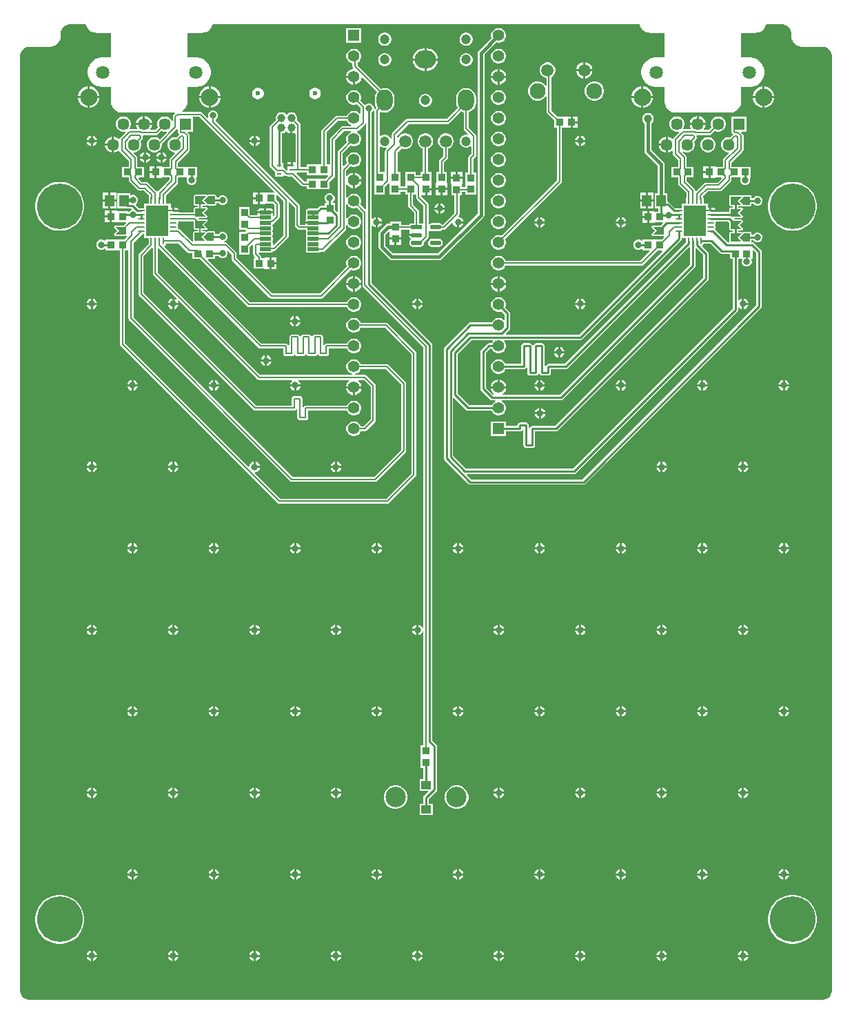
<source format=gbr>
%TF.GenerationSoftware,Altium Limited,Altium Designer,22.10.1 (41)*%
G04 Layer_Physical_Order=1*
G04 Layer_Color=255*
%FSLAX45Y45*%
%MOMM*%
%TF.SameCoordinates,CC01BCFA-2ECF-4BF2-A349-93AF2CE8EC74*%
%TF.FilePolarity,Positive*%
%TF.FileFunction,Copper,L1,Top,Signal*%
%TF.Part,Single*%
G01*
G75*
%TA.AperFunction,SMDPad,CuDef*%
G04:AMPARAMS|DCode=10|XSize=0.45mm|YSize=1.4mm|CornerRadius=0.0495mm|HoleSize=0mm|Usage=FLASHONLY|Rotation=90.000|XOffset=0mm|YOffset=0mm|HoleType=Round|Shape=RoundedRectangle|*
%AMROUNDEDRECTD10*
21,1,0.45000,1.30100,0,0,90.0*
21,1,0.35100,1.40000,0,0,90.0*
1,1,0.09900,0.65050,0.17550*
1,1,0.09900,0.65050,-0.17550*
1,1,0.09900,-0.65050,-0.17550*
1,1,0.09900,-0.65050,0.17550*
%
%ADD10ROUNDEDRECTD10*%
%ADD11R,0.91213X0.95872*%
%ADD12R,0.95872X0.91213*%
%ADD13R,0.60960X0.25400*%
%ADD14R,1.16000X1.47000*%
%ADD15C,0.25400*%
%ADD16R,2.75000X3.75000*%
%ADD17R,0.83107X0.24247*%
G04:AMPARAMS|DCode=18|XSize=0.83107mm|YSize=0.24247mm|CornerRadius=0.12124mm|HoleSize=0mm|Usage=FLASHONLY|Rotation=0.000|XOffset=0mm|YOffset=0mm|HoleType=Round|Shape=RoundedRectangle|*
%AMROUNDEDRECTD18*
21,1,0.83107,0.00000,0,0,0.0*
21,1,0.58859,0.24247,0,0,0.0*
1,1,0.24247,0.29430,0.00000*
1,1,0.24247,-0.29430,0.00000*
1,1,0.24247,-0.29430,0.00000*
1,1,0.24247,0.29430,0.00000*
%
%ADD18ROUNDEDRECTD18*%
G04:AMPARAMS|DCode=19|XSize=0.24247mm|YSize=0.83107mm|CornerRadius=0.12124mm|HoleSize=0mm|Usage=FLASHONLY|Rotation=0.000|XOffset=0mm|YOffset=0mm|HoleType=Round|Shape=RoundedRectangle|*
%AMROUNDEDRECTD19*
21,1,0.24247,0.58859,0,0,0.0*
21,1,0.00000,0.83107,0,0,0.0*
1,1,0.24247,0.00000,-0.29430*
1,1,0.24247,0.00000,-0.29430*
1,1,0.24247,0.00000,0.29430*
1,1,0.24247,0.00000,0.29430*
%
%ADD19ROUNDEDRECTD19*%
%ADD20R,0.95814X0.91213*%
%ADD21R,0.91213X0.95814*%
%ADD22R,1.40712X0.57583*%
G04:AMPARAMS|DCode=23|XSize=1.40712mm|YSize=0.57583mm|CornerRadius=0.28791mm|HoleSize=0mm|Usage=FLASHONLY|Rotation=0.000|XOffset=0mm|YOffset=0mm|HoleType=Round|Shape=RoundedRectangle|*
%AMROUNDEDRECTD23*
21,1,1.40712,0.00000,0,0,0.0*
21,1,0.83129,0.57583,0,0,0.0*
1,1,0.57583,0.41565,0.00000*
1,1,0.57583,-0.41565,0.00000*
1,1,0.57583,-0.41565,0.00000*
1,1,0.57583,0.41565,0.00000*
%
%ADD23ROUNDEDRECTD23*%
%ADD24R,1.20000X1.00000*%
%TA.AperFunction,Conductor*%
%ADD25C,0.20000*%
%ADD26C,0.40000*%
%ADD27C,0.25000*%
%TA.AperFunction,WasherPad*%
%ADD28C,2.50000*%
%TA.AperFunction,ComponentPad*%
%ADD29C,1.95000*%
%ADD30C,1.50000*%
%ADD31C,1.20000*%
%ADD32O,2.60000X2.20000*%
%ADD33C,1.50800*%
%ADD34O,2.00000X2.60000*%
%ADD35C,1.63000*%
%ADD36C,2.10000*%
%ADD37C,1.44600*%
%ADD38R,1.44600X1.44600*%
%ADD39C,1.00000*%
%ADD40C,0.60000*%
%TA.AperFunction,ViaPad*%
%ADD41C,5.60000*%
%TA.AperFunction,ComponentPad*%
%ADD42R,1.39000X1.39000*%
%ADD43C,1.39000*%
%TA.AperFunction,ViaPad*%
%ADD44C,0.80000*%
%ADD45C,1.00000*%
G36*
X4405309Y11979509D02*
X4425467Y11971159D01*
X4443609Y11959037D01*
X4459037Y11943609D01*
X4471159Y11925466D01*
X4479508Y11905309D01*
X4483765Y11883909D01*
Y11850000D01*
X4483929Y11849605D01*
X4483785Y11849203D01*
X4484396Y11836755D01*
X4484934Y11835618D01*
X4484689Y11834385D01*
X4489546Y11809967D01*
X4490470Y11808584D01*
Y11806921D01*
X4499997Y11783920D01*
X4501173Y11782744D01*
X4501497Y11781113D01*
X4515329Y11760413D01*
X4516712Y11759489D01*
X4517348Y11757952D01*
X4534952Y11740348D01*
X4536489Y11739712D01*
X4537412Y11738329D01*
X4558113Y11724498D01*
X4559744Y11724173D01*
X4560920Y11722997D01*
X4583920Y11713470D01*
X4585583D01*
X4586966Y11712546D01*
X4611384Y11707689D01*
X4612618Y11707934D01*
X4613755Y11707397D01*
X4626203Y11706785D01*
X4626605Y11706929D01*
X4627000Y11706766D01*
X4873000Y11706766D01*
X4883909Y11706765D01*
X4905308Y11702509D01*
X4925467Y11694159D01*
X4943608Y11682037D01*
X4959037Y11666609D01*
X4971159Y11648466D01*
X4979508Y11628309D01*
X4983765Y11606909D01*
X4983764Y11596000D01*
X4983765Y127000D01*
Y116091D01*
X4979508Y94691D01*
X4971159Y74533D01*
X4959037Y56391D01*
X4943609Y40963D01*
X4925466Y28840D01*
X4905309Y20491D01*
X4883909Y16235D01*
X-4883909D01*
X-4905309Y20491D01*
X-4925467Y28841D01*
X-4943609Y40963D01*
X-4959037Y56391D01*
X-4971159Y74534D01*
X-4979509Y94691D01*
X-4983765Y116091D01*
Y127000D01*
Y11596000D01*
Y11606909D01*
X-4979509Y11628309D01*
X-4971159Y11648467D01*
X-4959037Y11666609D01*
X-4943609Y11682037D01*
X-4925466Y11694159D01*
X-4905309Y11702509D01*
X-4883909Y11706766D01*
X-4627000D01*
X-4626605Y11706929D01*
X-4626203Y11706785D01*
X-4613755Y11707397D01*
X-4612618Y11707934D01*
X-4611384Y11707689D01*
X-4586967Y11712546D01*
X-4585584Y11713470D01*
X-4583921D01*
X-4560920Y11722997D01*
X-4559744Y11724173D01*
X-4558113Y11724498D01*
X-4537413Y11738329D01*
X-4536489Y11739712D01*
X-4534952Y11740348D01*
X-4517348Y11757952D01*
X-4516712Y11759489D01*
X-4515329Y11760413D01*
X-4501498Y11781113D01*
X-4501173Y11782744D01*
X-4499997Y11783920D01*
X-4490470Y11806921D01*
Y11808584D01*
X-4489546Y11809967D01*
X-4484689Y11834385D01*
X-4484934Y11835618D01*
X-4484397Y11836755D01*
X-4483785Y11849203D01*
X-4483929Y11849605D01*
X-4483765Y11850000D01*
X-4483765Y11883909D01*
X-4479509Y11905309D01*
X-4471159Y11925467D01*
X-4459037Y11943609D01*
X-4443609Y11959037D01*
X-4425466Y11971159D01*
X-4405309Y11979509D01*
X-4383909Y11983765D01*
X-4179126D01*
X-4178286Y11979538D01*
X-4177504Y11977653D01*
X-4177106Y11975652D01*
X-4168211Y11954177D01*
X-4167078Y11952481D01*
X-4166297Y11950596D01*
X-4153383Y11931269D01*
X-4151941Y11929826D01*
X-4150807Y11928129D01*
X-4134371Y11911693D01*
X-4132674Y11910559D01*
X-4131231Y11909117D01*
X-4111904Y11896203D01*
X-4110019Y11895422D01*
X-4108323Y11894289D01*
X-4086848Y11885394D01*
X-4084847Y11884995D01*
X-4082961Y11884214D01*
X-4060164Y11879680D01*
X-4058123D01*
X-4056122Y11879282D01*
X-3870718D01*
Y11579818D01*
X-3971500D01*
X-3971501Y11579818D01*
X-3987554Y11579818D01*
X-3989555Y11579420D01*
X-3991596D01*
X-4023087Y11573156D01*
X-4024973Y11572375D01*
X-4026974Y11571977D01*
X-4056638Y11559690D01*
X-4058334Y11558556D01*
X-4060220Y11557775D01*
X-4086917Y11539937D01*
X-4088360Y11538494D01*
X-4090057Y11537360D01*
X-4112761Y11514656D01*
X-4113895Y11512959D01*
X-4115337Y11511516D01*
X-4133175Y11484820D01*
X-4133956Y11482934D01*
X-4135090Y11481238D01*
X-4147377Y11451573D01*
X-4147775Y11449573D01*
X-4148556Y11447687D01*
X-4154820Y11416196D01*
Y11414155D01*
X-4155218Y11412154D01*
X-4155218Y11396100D01*
X-4155218Y11380046D01*
X-4154820Y11378045D01*
Y11376004D01*
X-4148556Y11344513D01*
X-4147775Y11342627D01*
X-4147377Y11340626D01*
X-4135090Y11310962D01*
X-4133956Y11309266D01*
X-4133175Y11307380D01*
X-4115337Y11280683D01*
X-4113894Y11279240D01*
X-4112760Y11277543D01*
X-4090057Y11254840D01*
X-4088359Y11253705D01*
X-4086917Y11252263D01*
X-4060220Y11234425D01*
X-4058334Y11233644D01*
X-4056638Y11232510D01*
X-4026974Y11220223D01*
X-4024973Y11219825D01*
X-4023087Y11219044D01*
X-3991596Y11212780D01*
X-3989555D01*
X-3987554Y11212382D01*
X-3971500Y11212382D01*
X-3870718Y11212382D01*
Y11038000D01*
X-3870718Y11037998D01*
X-3870718Y11026378D01*
X-3870320Y11024377D01*
Y11022336D01*
X-3865786Y10999539D01*
X-3865004Y10997653D01*
X-3864606Y10995652D01*
X-3855711Y10974177D01*
X-3854578Y10972481D01*
X-3853797Y10970595D01*
X-3840883Y10951269D01*
X-3839440Y10949826D01*
X-3838307Y10948129D01*
X-3821871Y10931693D01*
X-3820174Y10930560D01*
X-3818731Y10929117D01*
X-3799404Y10916203D01*
X-3797519Y10915422D01*
X-3795822Y10914289D01*
X-3774348Y10905394D01*
X-3772347Y10904996D01*
X-3770461Y10904215D01*
X-3747664Y10899680D01*
X-3745623D01*
X-3743622Y10899282D01*
X-3732000Y10899282D01*
X-3091031Y10899282D01*
X-3086170Y10887548D01*
X-3101859Y10871859D01*
X-3108561Y10861830D01*
X-3110914Y10850000D01*
Y10800098D01*
X-3123192Y10796850D01*
X-3135386Y10817970D01*
X-3152630Y10835214D01*
X-3173750Y10847408D01*
X-3197307Y10853720D01*
X-3221694D01*
X-3245250Y10847408D01*
X-3266370Y10835214D01*
X-3283614Y10817970D01*
X-3295808Y10796850D01*
X-3302120Y10773293D01*
Y10748906D01*
X-3295808Y10725350D01*
X-3293305Y10721014D01*
X-3326754Y10687565D01*
X-3382273D01*
X-3387133Y10699298D01*
X-3385321Y10701111D01*
X-3372458Y10723389D01*
X-3365800Y10748238D01*
Y10748399D01*
X-3463500D01*
X-3561200D01*
Y10748238D01*
X-3554542Y10723389D01*
X-3545203Y10707214D01*
X-3552356Y10694514D01*
X-3635141D01*
X-3638129Y10698036D01*
X-3641663Y10707214D01*
X-3631192Y10725350D01*
X-3624880Y10748906D01*
Y10773293D01*
X-3631192Y10796850D01*
X-3643386Y10817970D01*
X-3660630Y10835214D01*
X-3681750Y10847408D01*
X-3705307Y10853720D01*
X-3729694D01*
X-3753250Y10847408D01*
X-3774370Y10835214D01*
X-3791614Y10817970D01*
X-3803808Y10796850D01*
X-3810120Y10773293D01*
Y10748906D01*
X-3803808Y10725350D01*
X-3791614Y10704230D01*
X-3774370Y10686985D01*
X-3753250Y10674792D01*
X-3729694Y10668480D01*
X-3705307D01*
X-3697619Y10670540D01*
X-3691045Y10659153D01*
X-3760060Y10590138D01*
X-3764606Y10583335D01*
X-3778826Y10579595D01*
X-3784511Y10585279D01*
X-3806789Y10598142D01*
X-3831638Y10604800D01*
X-3831800D01*
Y10507099D01*
Y10409400D01*
X-3831638D01*
X-3806789Y10416058D01*
X-3784511Y10428920D01*
X-3780766Y10432665D01*
X-3766986Y10428485D01*
X-3766761Y10427355D01*
X-3760060Y10417326D01*
X-3653614Y10310880D01*
Y10235926D01*
X-3738426D01*
Y10104074D01*
X-3653614D01*
Y10075588D01*
X-3651261Y10063758D01*
X-3644559Y10053729D01*
X-3543206Y9952375D01*
X-3533176Y9945673D01*
X-3521346Y9943320D01*
X-3465772D01*
X-3403614Y9881162D01*
Y9859056D01*
X-3405561Y9856142D01*
X-3408079Y9843483D01*
Y9784624D01*
X-3409494Y9782900D01*
X-3462900D01*
Y9727444D01*
X-3488930D01*
X-3494053Y9728463D01*
X-3531139D01*
X-3568857Y9766180D01*
X-3566379Y9778636D01*
X-3565831Y9778863D01*
X-3548863Y9795831D01*
X-3539680Y9818001D01*
Y9841998D01*
X-3548863Y9864168D01*
X-3565831Y9881137D01*
X-3588001Y9890320D01*
X-3611998D01*
X-3621480Y9886392D01*
X-3634180Y9894878D01*
Y9913820D01*
X-3790820D01*
Y9726180D01*
X-3670231D01*
X-3667000Y9725537D01*
X-3622861D01*
X-3614377Y9717053D01*
X-3618286Y9703002D01*
X-3634860Y9696137D01*
X-3646374Y9684623D01*
X-3659074Y9689884D01*
Y9690927D01*
X-3788739D01*
X-3799335Y9696007D01*
X-3806181Y9696007D01*
X-3859971D01*
Y9625000D01*
Y9553994D01*
X-3799335Y9553993D01*
X-3788739Y9559074D01*
X-3691239D01*
X-3686379Y9547340D01*
X-3717267Y9516452D01*
X-3815000D01*
X-3826534Y9511675D01*
X-3826634Y9511634D01*
X-3831453Y9500000D01*
X-3831414Y9499906D01*
X-3830104Y9496745D01*
X-3833424Y9493424D01*
X-3790000Y9450000D01*
X-3833424Y9406576D01*
X-3830104Y9403255D01*
X-3831453Y9400000D01*
X-3826634Y9388366D01*
X-3815000Y9383547D01*
X-3680632D01*
X-3679042Y9381791D01*
X-3673885Y9372334D01*
X-3705293Y9340926D01*
X-3789272D01*
X-3798027Y9340927D01*
X-3810728Y9340926D01*
X-3938426D01*
Y9331693D01*
X-3951126Y9326432D01*
X-3955831Y9331137D01*
X-3978001Y9340320D01*
X-4001998D01*
X-4024168Y9331137D01*
X-4041137Y9314169D01*
X-4050320Y9291998D01*
Y9268002D01*
X-4041137Y9245831D01*
X-4024168Y9228863D01*
X-4001998Y9219680D01*
X-3978001D01*
X-3955831Y9228863D01*
X-3951126Y9233568D01*
X-3938426Y9228307D01*
Y9209074D01*
X-3810728D01*
X-3801973Y9209073D01*
X-3789272Y9209074D01*
X-3760715D01*
Y8059800D01*
X-3758361Y8047970D01*
X-3751660Y8037941D01*
X-1824360Y6110641D01*
X-1814330Y6103939D01*
X-1802500Y6101586D01*
X-477500D01*
X-465670Y6103939D01*
X-455640Y6110641D01*
X-128140Y6438141D01*
X-121439Y6448170D01*
X-119086Y6460000D01*
Y7950000D01*
X-121439Y7961830D01*
X-128140Y7971860D01*
X-468640Y8312360D01*
X-478670Y8319061D01*
X-490500Y8321414D01*
X-804295D01*
X-805301Y8325169D01*
X-817126Y8345651D01*
X-833849Y8362374D01*
X-854331Y8374199D01*
X-877175Y8380320D01*
X-900825D01*
X-923669Y8374199D01*
X-944151Y8362374D01*
X-960874Y8345651D01*
X-972699Y8325169D01*
X-978820Y8302325D01*
Y8278675D01*
X-972699Y8255831D01*
X-960874Y8235349D01*
X-944151Y8218626D01*
X-923669Y8206801D01*
X-900825Y8200680D01*
X-877175D01*
X-854331Y8206801D01*
X-833849Y8218626D01*
X-817126Y8235349D01*
X-805301Y8255831D01*
X-804295Y8259586D01*
X-503305D01*
X-180914Y7937195D01*
Y6472805D01*
X-490305Y6163414D01*
X-1789695D01*
X-2102648Y6476367D01*
X-2100166Y6482359D01*
X-2096625Y6488305D01*
X-2080756Y6492557D01*
X-2065843Y6501167D01*
X-2053667Y6513344D01*
X-2045057Y6528257D01*
X-2041696Y6540800D01*
X-2106000D01*
Y6553500D01*
X-2118700D01*
Y6617804D01*
X-2131243Y6614443D01*
X-2146156Y6605833D01*
X-2158333Y6593657D01*
X-2166943Y6578744D01*
X-2171195Y6562875D01*
X-2177141Y6559334D01*
X-2183133Y6556852D01*
X-3698886Y8072605D01*
Y9209074D01*
X-3661574D01*
X-3655914Y9198718D01*
Y8375000D01*
X-3653561Y8363170D01*
X-3646860Y8353141D01*
X-1671859Y6378140D01*
X-1661830Y6371439D01*
X-1650000Y6369086D01*
X-625000D01*
X-613170Y6371439D01*
X-603141Y6378140D01*
X-253140Y6728140D01*
X-246439Y6738170D01*
X-244086Y6750000D01*
Y7575000D01*
X-246439Y7586830D01*
X-253140Y7596860D01*
X-460641Y7804360D01*
X-470670Y7811061D01*
X-482500Y7813414D01*
X-804295D01*
X-805301Y7817169D01*
X-817126Y7837651D01*
X-833849Y7854374D01*
X-854331Y7866199D01*
X-877175Y7872320D01*
X-900825D01*
X-923669Y7866199D01*
X-944151Y7854374D01*
X-960874Y7837651D01*
X-972699Y7817169D01*
X-978820Y7794325D01*
Y7770675D01*
X-972699Y7747831D01*
X-960874Y7727349D01*
X-944151Y7710626D01*
X-923669Y7698801D01*
X-904311Y7693614D01*
X-905983Y7680914D01*
X-2037195D01*
X-3294086Y8937805D01*
Y9233773D01*
X-3282353Y9238634D01*
X-2058360Y8014641D01*
X-2048330Y8007939D01*
X-2036500Y8005586D01*
X-1751515D01*
Y7943008D01*
X-1749162Y7931178D01*
X-1742461Y7921149D01*
X-1732431Y7914447D01*
X-1720601Y7912094D01*
X-1649801D01*
X-1637971Y7914447D01*
X-1627942Y7921149D01*
X-1621240Y7931178D01*
X-1620876Y7933012D01*
X-1607927D01*
X-1607562Y7931178D01*
X-1600861Y7921149D01*
X-1590831Y7914447D01*
X-1579001Y7912094D01*
X-1508201D01*
X-1496371Y7914447D01*
X-1486342Y7921149D01*
X-1479640Y7931178D01*
X-1479276Y7933012D01*
X-1466327D01*
X-1465962Y7931178D01*
X-1459261Y7921149D01*
X-1449232Y7914447D01*
X-1437401Y7912094D01*
X-1366601D01*
X-1354771Y7914447D01*
X-1344742Y7921149D01*
X-1338041Y7931178D01*
X-1337676Y7933012D01*
X-1324727D01*
X-1324362Y7931178D01*
X-1317661Y7921149D01*
X-1307632Y7914447D01*
X-1295801Y7912094D01*
X-1225001D01*
X-1213171Y7914447D01*
X-1203142Y7921149D01*
X-1196441Y7931178D01*
X-1194087Y7943008D01*
Y8005586D01*
X-973705D01*
X-972699Y8001831D01*
X-960874Y7981349D01*
X-944151Y7964626D01*
X-923669Y7952801D01*
X-900825Y7946680D01*
X-877175D01*
X-854331Y7952801D01*
X-833849Y7964626D01*
X-817126Y7981349D01*
X-805301Y8001831D01*
X-799180Y8024675D01*
Y8048325D01*
X-805301Y8071169D01*
X-817126Y8091651D01*
X-833849Y8108374D01*
X-854331Y8120199D01*
X-877175Y8126320D01*
X-900825D01*
X-923669Y8120199D01*
X-944151Y8108374D01*
X-960874Y8091651D01*
X-972699Y8071169D01*
X-973705Y8067414D01*
X-1225001D01*
X-1236832Y8065061D01*
X-1246861Y8058360D01*
X-1252187Y8050388D01*
X-1261421Y8051224D01*
X-1264887Y8052501D01*
Y8146169D01*
X-1267241Y8158000D01*
X-1273942Y8168029D01*
X-1283971Y8174730D01*
X-1295801Y8177083D01*
X-1366601D01*
X-1378432Y8174730D01*
X-1388461Y8168029D01*
X-1395162Y8158000D01*
X-1395527Y8156166D01*
X-1408476D01*
X-1408840Y8158000D01*
X-1415542Y8168029D01*
X-1425571Y8174730D01*
X-1437401Y8177083D01*
X-1508201D01*
X-1520032Y8174730D01*
X-1530061Y8168029D01*
X-1536762Y8158000D01*
X-1537127Y8156166D01*
X-1550076D01*
X-1550440Y8158000D01*
X-1557142Y8168029D01*
X-1567171Y8174730D01*
X-1579001Y8177083D01*
X-1649801D01*
X-1661631Y8174730D01*
X-1671661Y8168029D01*
X-1678362Y8158000D01*
X-1680715Y8146169D01*
Y8052501D01*
X-1684182Y8051224D01*
X-1693415Y8050388D01*
X-1698742Y8058360D01*
X-1708771Y8065061D01*
X-1720601Y8067414D01*
X-2023695D01*
X-3210617Y9254336D01*
X-3207506Y9269186D01*
X-3201609Y9273126D01*
X-3194439Y9283858D01*
X-3192216Y9295032D01*
X-3038547D01*
X-2927262Y9183747D01*
X-2917233Y9177046D01*
X-2905402Y9174693D01*
X-2868226D01*
Y9104073D01*
X-2777792D01*
X-2196359Y8522641D01*
X-2186330Y8515939D01*
X-2174500Y8513586D01*
X-973705D01*
X-972699Y8509831D01*
X-960874Y8489349D01*
X-944151Y8472626D01*
X-923669Y8460801D01*
X-900825Y8454680D01*
X-877175D01*
X-854331Y8460801D01*
X-833849Y8472626D01*
X-817126Y8489349D01*
X-805301Y8509831D01*
X-799180Y8532675D01*
Y8556325D01*
X-805301Y8579169D01*
X-817126Y8599651D01*
X-833849Y8616374D01*
X-854331Y8628199D01*
X-877175Y8634320D01*
X-900825D01*
X-923669Y8628199D01*
X-944151Y8616374D01*
X-960874Y8599651D01*
X-972699Y8579169D01*
X-973705Y8575414D01*
X-2161695D01*
X-2678621Y9092340D01*
X-2673760Y9104073D01*
X-2591374D01*
Y9141537D01*
X-2551429D01*
X-2551137Y9140831D01*
X-2534169Y9123863D01*
X-2511999Y9114680D01*
X-2488002D01*
X-2465831Y9123863D01*
X-2448863Y9140831D01*
X-2439680Y9163001D01*
Y9186998D01*
X-2445692Y9201512D01*
X-2434926Y9208706D01*
X-2386914Y9160695D01*
Y9106000D01*
X-2384561Y9094170D01*
X-2377860Y9084141D01*
X-1921860Y8628140D01*
X-1911830Y8621439D01*
X-1900000Y8619086D01*
X-1291500D01*
X-1279670Y8621439D01*
X-1269641Y8628140D01*
X-927036Y8970745D01*
X-923669Y8968801D01*
X-900825Y8962680D01*
X-877175D01*
X-854331Y8968801D01*
X-833849Y8980626D01*
X-817126Y8997349D01*
X-805301Y9017831D01*
X-799180Y9040675D01*
Y9064325D01*
X-805301Y9087169D01*
X-817126Y9107651D01*
X-833849Y9124374D01*
X-854331Y9136199D01*
X-877175Y9142320D01*
X-900825D01*
X-923669Y9136199D01*
X-944151Y9124374D01*
X-960874Y9107651D01*
X-972699Y9087169D01*
X-978820Y9064325D01*
Y9040675D01*
X-972699Y9017831D01*
X-970755Y9014464D01*
X-1304305Y8680914D01*
X-1887195D01*
X-2325086Y9118805D01*
Y9173500D01*
X-2327439Y9185330D01*
X-2334141Y9195360D01*
X-2435641Y9296859D01*
X-2445670Y9303561D01*
X-2457500Y9305914D01*
X-2475978D01*
X-2478504Y9318614D01*
X-2465831Y9323863D01*
X-2448863Y9340831D01*
X-2439680Y9363002D01*
Y9386998D01*
X-2448863Y9409169D01*
X-2465831Y9426137D01*
X-2488002Y9435320D01*
X-2511999D01*
X-2534169Y9426137D01*
X-2551137Y9409169D01*
X-2551429Y9408463D01*
X-2588547D01*
Y9425000D01*
X-2593366Y9436634D01*
X-2605000Y9441453D01*
X-2685000D01*
X-2696634Y9436634D01*
X-2696921Y9436346D01*
X-2698366Y9436634D01*
X-2710000Y9441453D01*
X-2744086D01*
Y9458548D01*
X-2700000D01*
X-2688466Y9463325D01*
X-2688366Y9463366D01*
X-2683547Y9475000D01*
X-2683586Y9475094D01*
X-2684896Y9478255D01*
X-2681576Y9481576D01*
X-2725000Y9525000D01*
X-2681576Y9568424D01*
X-2684896Y9571745D01*
X-2683548Y9575000D01*
X-2688366Y9586634D01*
X-2700000Y9591452D01*
X-2791863D01*
X-2795166Y9595847D01*
X-2788825Y9608547D01*
X-2700000D01*
X-2688466Y9613325D01*
X-2688366Y9613366D01*
X-2683547Y9625000D01*
X-2683586Y9625094D01*
X-2684896Y9628255D01*
X-2681576Y9631576D01*
X-2725000Y9675000D01*
X-2681576Y9718424D01*
X-2684896Y9721745D01*
X-2683548Y9725000D01*
X-2688366Y9736634D01*
X-2700000Y9741452D01*
X-2744086D01*
Y9758547D01*
X-2700000D01*
X-2688367Y9763366D01*
X-2686921Y9763654D01*
X-2686634Y9763366D01*
X-2675000Y9758547D01*
X-2595000D01*
X-2583366Y9763366D01*
X-2578548Y9775000D01*
Y9791537D01*
X-2551429D01*
X-2551137Y9790831D01*
X-2534169Y9773863D01*
X-2511999Y9764680D01*
X-2488002D01*
X-2465831Y9773863D01*
X-2448863Y9790831D01*
X-2439680Y9813001D01*
Y9836998D01*
X-2448863Y9859168D01*
X-2465831Y9876137D01*
X-2488002Y9885320D01*
X-2511999D01*
X-2534169Y9876137D01*
X-2551137Y9859168D01*
X-2551429Y9858463D01*
X-2578548D01*
Y9875000D01*
X-2583366Y9886634D01*
X-2595000Y9891452D01*
X-2675000D01*
X-2686634Y9886634D01*
X-2686921Y9886346D01*
X-2688367Y9886634D01*
X-2700000Y9891452D01*
X-2835000D01*
X-2846634Y9886634D01*
X-2851453Y9875000D01*
Y9775000D01*
X-2846634Y9763366D01*
X-2835000Y9758547D01*
X-2805914D01*
Y9741452D01*
X-2835000D01*
X-2846634Y9736634D01*
X-2851453Y9725000D01*
Y9675914D01*
X-3030029D01*
X-3034806Y9682300D01*
X-3105947D01*
Y9695000D01*
X-3118647D01*
Y9733259D01*
X-3135376D01*
X-3137100Y9734673D01*
Y9782900D01*
X-3190506D01*
X-3191921Y9784624D01*
Y9843483D01*
X-3194439Y9856142D01*
X-3196386Y9859056D01*
Y9879895D01*
X-3055441Y10020840D01*
X-3048739Y10030869D01*
X-3046386Y10042700D01*
Y10104074D01*
X-2960728D01*
X-2951973Y10104073D01*
X-2942606D01*
X-2935550Y10093514D01*
X-2940320Y10081998D01*
Y10058001D01*
X-2931137Y10035831D01*
X-2914169Y10018863D01*
X-2891999Y10009680D01*
X-2868002D01*
X-2845831Y10018863D01*
X-2828863Y10035831D01*
X-2819680Y10058001D01*
Y10081998D01*
X-2824450Y10093514D01*
X-2817394Y10104074D01*
X-2811573D01*
Y10235926D01*
X-2939272D01*
X-2948027Y10235927D01*
X-2960728Y10235926D01*
X-3046386D01*
Y10286041D01*
X-2910541Y10421886D01*
X-2903840Y10431916D01*
X-2901486Y10443746D01*
Y10617992D01*
X-2903840Y10629823D01*
X-2910541Y10639852D01*
X-2927436Y10656747D01*
X-2922576Y10668480D01*
X-2862880D01*
Y10849086D01*
X-2783713D01*
X-1862287Y9927660D01*
X-1867147Y9915927D01*
X-1968739D01*
X-1979335Y9921007D01*
X-1986181Y9921007D01*
X-2039971D01*
Y9850000D01*
Y9778994D01*
X-1979335Y9778993D01*
X-1968739Y9784074D01*
X-1882793D01*
X-1860914Y9762195D01*
Y9637826D01*
X-1869098Y9629641D01*
X-1882017Y9634683D01*
X-1884189Y9643875D01*
X-1881361Y9648108D01*
X-1879005Y9659950D01*
Y9664800D01*
X-1975000D01*
X-2070994D01*
Y9659950D01*
X-2070231Y9656114D01*
X-2079614Y9643414D01*
X-2159353D01*
X-2164073Y9648134D01*
Y9740926D01*
X-2295926D01*
Y9608285D01*
X-2295927Y9604416D01*
X-2295927D01*
Y9595585D01*
X-2295926D01*
Y9459074D01*
X-2215918D01*
X-2210285Y9453634D01*
X-2210280Y9453617D01*
X-2215408Y9440926D01*
X-2295926D01*
Y9304415D01*
X-2295927Y9304415D01*
Y9295584D01*
X-2295927D01*
X-2295926Y9291715D01*
Y9159074D01*
X-2164073D01*
Y9251866D01*
X-2135421Y9280518D01*
X-2126246Y9276901D01*
X-2123414Y9274565D01*
Y9162500D01*
X-2121061Y9150670D01*
X-2114359Y9140640D01*
X-2101379Y9127660D01*
X-2106239Y9115926D01*
X-2120926D01*
Y8984073D01*
X-1991260D01*
X-1980665Y8978993D01*
X-1973819Y8978993D01*
X-1920029D01*
Y9050000D01*
Y9121006D01*
X-1980665Y9121007D01*
X-1991260Y9115926D01*
X-2021756D01*
Y9122670D01*
X-2024110Y9134501D01*
X-2030811Y9144530D01*
X-2056536Y9170254D01*
X-2050171Y9180498D01*
X-2049604Y9180872D01*
X-2048886Y9180942D01*
X-2040050Y9179185D01*
X-1909950D01*
X-1900090Y9181146D01*
X-1891731Y9186731D01*
X-1886146Y9195090D01*
X-1884420Y9203766D01*
X-1865341D01*
X-1853510Y9206119D01*
X-1843481Y9212820D01*
X-1698141Y9358161D01*
X-1691439Y9368190D01*
X-1689086Y9380020D01*
Y9798774D01*
X-1677353Y9803634D01*
X-1610914Y9737195D01*
Y9520000D01*
X-1608561Y9508170D01*
X-1601859Y9498141D01*
X-1576539Y9472820D01*
X-1566510Y9466119D01*
X-1554680Y9463766D01*
X-1475579D01*
X-1473854Y9455090D01*
X-1470452Y9450000D01*
X-1473854Y9444909D01*
X-1475815Y9435050D01*
Y9399950D01*
X-1473854Y9390090D01*
X-1470452Y9385000D01*
X-1473854Y9379909D01*
X-1475815Y9370050D01*
Y9334950D01*
X-1473854Y9325090D01*
X-1470452Y9320000D01*
X-1473854Y9314909D01*
X-1475815Y9305050D01*
Y9269950D01*
X-1473854Y9260090D01*
X-1470452Y9255000D01*
X-1473854Y9249909D01*
X-1475815Y9240050D01*
Y9204950D01*
X-1473854Y9195090D01*
X-1468268Y9186731D01*
X-1459909Y9181146D01*
X-1450050Y9179185D01*
X-1319950D01*
X-1310090Y9181146D01*
X-1301731Y9186731D01*
X-1298488Y9191586D01*
X-1267500D01*
X-1255670Y9193939D01*
X-1245641Y9200640D01*
X-990220Y9456061D01*
X-983518Y9466091D01*
X-981165Y9477921D01*
Y9515095D01*
X-968465Y9518498D01*
X-960874Y9505349D01*
X-944151Y9488626D01*
X-923669Y9476801D01*
X-900825Y9470680D01*
X-877175D01*
X-854331Y9476801D01*
X-833849Y9488626D01*
X-817126Y9505349D01*
X-805301Y9525831D01*
X-799180Y9548675D01*
Y9572325D01*
X-805301Y9595169D01*
X-817126Y9615651D01*
X-833849Y9632374D01*
X-854331Y9644199D01*
X-877175Y9650320D01*
X-900825D01*
X-923669Y9644199D01*
X-944151Y9632374D01*
X-960874Y9615651D01*
X-968465Y9602503D01*
X-981165Y9605905D01*
Y9769095D01*
X-968465Y9772498D01*
X-960874Y9759349D01*
X-944151Y9742626D01*
X-923669Y9730801D01*
X-900825Y9724680D01*
X-877175D01*
X-854331Y9730801D01*
X-850964Y9732745D01*
X-780914Y9662695D01*
Y8782500D01*
X-778561Y8770670D01*
X-771860Y8760641D01*
X-30914Y8019695D01*
Y4575031D01*
X-43614Y4573360D01*
X-45057Y4578744D01*
X-53667Y4593657D01*
X-65843Y4605833D01*
X-80756Y4614443D01*
X-93300Y4617804D01*
Y4553500D01*
Y4489196D01*
X-80756Y4492557D01*
X-65843Y4501167D01*
X-53667Y4513344D01*
X-45057Y4528257D01*
X-43614Y4533641D01*
X-30914Y4531969D01*
Y3138427D01*
X-65926D01*
Y3001973D01*
X-65927D01*
Y2998027D01*
X-65926D01*
Y2861574D01*
X-33463D01*
Y2720320D01*
X-80320D01*
Y2579680D01*
X22178D01*
X27038Y2567947D01*
X-23662Y2517247D01*
X-30916Y2506391D01*
X-33463Y2493585D01*
Y2420320D01*
X-80320D01*
Y2279680D01*
X80320D01*
Y2420320D01*
X33463D01*
Y2479725D01*
X123662Y2569923D01*
X130916Y2580780D01*
X133463Y2593585D01*
Y3125000D01*
X130916Y3137806D01*
X123662Y3148662D01*
X76283Y3196041D01*
Y8050237D01*
X73736Y8063042D01*
X66482Y8073898D01*
X-666537Y8806917D01*
Y9503588D01*
X-653837Y9508848D01*
X-646156Y9501167D01*
X-631243Y9492557D01*
X-618700Y9489196D01*
Y9553500D01*
Y9617804D01*
X-631243Y9614443D01*
X-646156Y9605833D01*
X-653837Y9598152D01*
X-666537Y9603413D01*
Y10898571D01*
X-665832Y10898863D01*
X-648863Y10915831D01*
X-644514Y10926331D01*
X-631814Y10923805D01*
Y10171426D01*
X-637426D01*
Y10034973D01*
X-637427Y10034973D01*
Y10031027D01*
X-637427D01*
X-637426Y10022273D01*
Y9894574D01*
X-505574D01*
Y9987308D01*
X-459124Y10033758D01*
X-457159Y10033954D01*
X-446926Y10025924D01*
Y10022272D01*
Y9894574D01*
X-315074D01*
Y9931886D01*
X-256426D01*
Y9894574D01*
X-221414D01*
Y9760500D01*
X-219061Y9748670D01*
X-212359Y9738640D01*
X-145969Y9672250D01*
Y9542111D01*
X-205731D01*
Y9523914D01*
X-309074D01*
Y9565926D01*
X-440926D01*
Y9538781D01*
X-462330D01*
X-478062Y9535651D01*
X-491399Y9526740D01*
X-569069Y9449069D01*
X-577981Y9435732D01*
X-581110Y9420000D01*
Y9250000D01*
X-577981Y9234268D01*
X-569069Y9220931D01*
X-449069Y9100931D01*
X-435732Y9092019D01*
X-420000Y9088890D01*
X162500D01*
X178232Y9092019D01*
X191569Y9100931D01*
X705348Y9614709D01*
X714259Y9628047D01*
X717388Y9643779D01*
Y11616750D01*
X861514Y11760876D01*
X877175Y11756680D01*
X900825D01*
X923669Y11762801D01*
X944151Y11774626D01*
X960874Y11791349D01*
X972699Y11811831D01*
X978820Y11834675D01*
Y11858325D01*
X972699Y11881169D01*
X960874Y11901651D01*
X944151Y11918374D01*
X923669Y11930199D01*
X900825Y11936320D01*
X877175D01*
X854331Y11930199D01*
X833849Y11918374D01*
X817126Y11901651D01*
X805301Y11881169D01*
X799180Y11858325D01*
Y11834675D01*
X803376Y11819014D01*
X647210Y11662848D01*
X638298Y11649511D01*
X635169Y11633779D01*
Y9660807D01*
X145472Y9171110D01*
X-402972D01*
X-498890Y9267028D01*
Y9402972D01*
X-459918Y9441944D01*
X-445529Y9438372D01*
X-443333Y9431241D01*
X-446007Y9425665D01*
X-446006Y9418819D01*
Y9365029D01*
X-375000D01*
X-303994D01*
X-303993Y9425665D01*
X-309074Y9436261D01*
Y9462086D01*
X-205731D01*
Y9443889D01*
X-205731D01*
X-199619Y9431189D01*
X-207667Y9419144D01*
X-209346Y9410700D01*
X-115055D01*
Y9385300D01*
X-209346D01*
X-207667Y9376856D01*
X-195689Y9358930D01*
X-188004Y9353795D01*
Y9341095D01*
X-192027Y9338407D01*
X-202881Y9322162D01*
X-206693Y9303000D01*
X-202881Y9283838D01*
X-192027Y9267593D01*
X-175782Y9256738D01*
X-156619Y9252926D01*
X-73490D01*
X-54328Y9256738D01*
X-38083Y9267593D01*
X-27228Y9283838D01*
X-23417Y9303000D01*
X-24471Y9308300D01*
X21860Y9354631D01*
X28561Y9364660D01*
X30914Y9376491D01*
Y9447202D01*
X43614Y9453897D01*
X54328Y9446738D01*
X73490Y9442927D01*
X156619D01*
X175782Y9446738D01*
X192027Y9457593D01*
X195029Y9462086D01*
X218000D01*
X229830Y9464439D01*
X239860Y9471141D01*
X317244Y9548525D01*
X329228Y9542548D01*
X333057Y9528257D01*
X341667Y9513344D01*
X353844Y9501167D01*
X368757Y9492557D01*
X381300Y9489196D01*
Y9553500D01*
X394000D01*
Y9566200D01*
X458304D01*
X454943Y9578744D01*
X446333Y9593657D01*
X434157Y9605833D01*
X419244Y9614443D01*
X404952Y9618273D01*
X398975Y9630256D01*
X402859Y9634140D01*
X409561Y9644170D01*
X411914Y9656000D01*
Y9886403D01*
X440926D01*
Y9923745D01*
X484073D01*
Y9891374D01*
X615926D01*
Y10019073D01*
X615927Y10027828D01*
X615926Y10040528D01*
Y10168227D01*
X580914D01*
Y10332939D01*
X606760Y10358784D01*
X613461Y10368814D01*
X615814Y10380644D01*
Y10612298D01*
X613461Y10624128D01*
X606760Y10634157D01*
X522914Y10718002D01*
Y10902711D01*
X523410Y10902777D01*
X552679Y10914901D01*
X577813Y10934187D01*
X597099Y10959321D01*
X609223Y10988590D01*
X613358Y11020000D01*
Y11080000D01*
X609223Y11111410D01*
X597099Y11140679D01*
X577813Y11165813D01*
X552679Y11185099D01*
X523410Y11197223D01*
X492000Y11201358D01*
X460590Y11197223D01*
X431321Y11185099D01*
X406187Y11165813D01*
X386901Y11140679D01*
X374777Y11111410D01*
X370642Y11080000D01*
Y11020000D01*
X374777Y10988590D01*
X386901Y10959321D01*
X388508Y10957226D01*
X254780Y10823499D01*
X-227415D01*
X-239245Y10821146D01*
X-249275Y10814444D01*
X-411859Y10651860D01*
X-418561Y10641830D01*
X-420914Y10630000D01*
Y10587370D01*
X-432417Y10581434D01*
X-433614Y10581800D01*
X-443728Y10599318D01*
X-458682Y10614272D01*
X-476998Y10624846D01*
X-497426Y10630320D01*
X-518574D01*
X-539002Y10624846D01*
X-557318Y10614272D01*
X-558253Y10613337D01*
X-569986Y10618197D01*
Y10901695D01*
X-557286Y10910181D01*
X-539410Y10902777D01*
X-508000Y10898642D01*
X-476590Y10902777D01*
X-447321Y10914901D01*
X-422187Y10934187D01*
X-402901Y10959321D01*
X-390777Y10988590D01*
X-386642Y11020000D01*
Y11080000D01*
X-390777Y11111410D01*
X-402901Y11140679D01*
X-422187Y11165813D01*
X-447321Y11185099D01*
X-476590Y11197223D01*
X-508000Y11201358D01*
X-539410Y11197223D01*
X-554679Y11190898D01*
X-841378Y11477597D01*
Y11516279D01*
X-833849Y11520626D01*
X-817126Y11537349D01*
X-805301Y11557831D01*
X-799180Y11580675D01*
Y11604325D01*
X-805301Y11627169D01*
X-817126Y11647651D01*
X-833849Y11664374D01*
X-854331Y11676199D01*
X-877175Y11682320D01*
X-900825D01*
X-923669Y11676199D01*
X-944151Y11664374D01*
X-960874Y11647651D01*
X-972699Y11627169D01*
X-978820Y11604325D01*
Y11580675D01*
X-972699Y11557831D01*
X-960874Y11537349D01*
X-944151Y11520626D01*
X-923669Y11508801D01*
X-903206Y11503318D01*
Y11464792D01*
X-900853Y11452962D01*
X-896268Y11446100D01*
X-900083Y11435870D01*
X-902350Y11433171D01*
X-925630Y11426933D01*
X-947270Y11414439D01*
X-964939Y11396770D01*
X-977433Y11375130D01*
X-983845Y11351201D01*
X-889001D01*
Y11338501D01*
X-876301D01*
Y11243655D01*
X-852370Y11250067D01*
X-830730Y11262561D01*
X-813061Y11280230D01*
X-800567Y11301870D01*
X-794329Y11325150D01*
X-788379Y11328657D01*
X-782367Y11331148D01*
X-603894Y11152675D01*
X-613099Y11140679D01*
X-625223Y11111410D01*
X-629358Y11080000D01*
Y11020000D01*
X-625223Y10988590D01*
X-613099Y10959321D01*
X-612795Y10958924D01*
X-622759Y10948960D01*
X-626980Y10942643D01*
X-639680Y10946496D01*
Y10961998D01*
X-648863Y10984169D01*
X-665832Y11001137D01*
X-688002Y11010320D01*
X-711999D01*
X-734169Y11001137D01*
X-741174Y10994131D01*
X-757024Y10996243D01*
X-807245Y11046464D01*
X-805301Y11049831D01*
X-799180Y11072675D01*
Y11096325D01*
X-805301Y11119169D01*
X-817126Y11139651D01*
X-833849Y11156374D01*
X-854331Y11168199D01*
X-877175Y11174320D01*
X-900825D01*
X-923669Y11168199D01*
X-944151Y11156374D01*
X-960874Y11139651D01*
X-972699Y11119169D01*
X-978820Y11096325D01*
Y11072675D01*
X-972699Y11049831D01*
X-960874Y11029349D01*
X-944151Y11012626D01*
X-923669Y11000801D01*
X-900825Y10994680D01*
X-877175D01*
X-854331Y11000801D01*
X-850964Y11002745D01*
X-805914Y10957695D01*
Y10889243D01*
X-818614Y10887139D01*
X-833849Y10902374D01*
X-854331Y10914199D01*
X-877175Y10920320D01*
X-900825D01*
X-923669Y10914199D01*
X-944151Y10902374D01*
X-960874Y10885651D01*
X-972699Y10865169D01*
X-973705Y10861414D01*
X-1094500D01*
X-1106330Y10859061D01*
X-1116359Y10852360D01*
X-1276660Y10692059D01*
X-1283361Y10682030D01*
X-1285714Y10670200D01*
Y10274907D01*
X-1294695Y10265926D01*
X-1323027Y10265927D01*
X-1335728Y10265926D01*
X-1463426D01*
Y10229272D01*
X-1540959D01*
Y10752374D01*
X-1543312Y10764204D01*
X-1550013Y10774233D01*
X-1587845Y10812065D01*
X-1584180Y10825743D01*
Y10844259D01*
X-1588972Y10862144D01*
X-1598230Y10878179D01*
X-1611323Y10891271D01*
X-1627358Y10900529D01*
X-1645242Y10905321D01*
X-1663758D01*
X-1681643Y10900529D01*
X-1697678Y10891271D01*
X-1706203Y10882746D01*
X-1714500Y10879595D01*
X-1722798Y10882746D01*
X-1731323Y10891271D01*
X-1747358Y10900529D01*
X-1765242Y10905321D01*
X-1783758D01*
X-1801643Y10900529D01*
X-1817678Y10891271D01*
X-1830770Y10878179D01*
X-1840028Y10862144D01*
X-1844820Y10844259D01*
Y10825743D01*
X-1841155Y10812065D01*
X-1911860Y10741361D01*
X-1918561Y10731332D01*
X-1920914Y10719501D01*
Y10252500D01*
X-1918561Y10240670D01*
X-1911860Y10230641D01*
X-1852379Y10171161D01*
X-1850730Y10170059D01*
Y10116980D01*
X-1749130D01*
Y10124946D01*
X-1737397Y10129806D01*
X-1735731Y10128141D01*
X-1725702Y10121439D01*
X-1713871Y10119086D01*
X-1700870D01*
Y10116980D01*
X-1642989D01*
X-1529150Y10003141D01*
X-1519120Y9996439D01*
X-1507290Y9994086D01*
X-1463426D01*
Y9959074D01*
X-1335728D01*
X-1326972Y9959073D01*
X-1314272Y9959074D01*
X-1186573D01*
Y10047207D01*
X-1128140Y10105640D01*
X-1121439Y10115670D01*
X-1119086Y10127500D01*
Y10562195D01*
X-1008695Y10672586D01*
X-926510D01*
X-923669Y10660199D01*
X-944151Y10648374D01*
X-960874Y10631651D01*
X-972699Y10611169D01*
X-978820Y10588325D01*
Y10564675D01*
X-972699Y10541831D01*
X-970755Y10538464D01*
X-1074259Y10434960D01*
X-1080960Y10424931D01*
X-1083313Y10413101D01*
Y9687572D01*
X-1095047Y9682712D01*
X-1114073Y9701739D01*
Y9790926D01*
X-1138508D01*
X-1143769Y9803626D01*
X-1131563Y9815832D01*
X-1122380Y9838002D01*
Y9861999D01*
X-1131563Y9884169D01*
X-1148532Y9901137D01*
X-1170702Y9910320D01*
X-1194699D01*
X-1216869Y9901137D01*
X-1233837Y9884169D01*
X-1243020Y9861999D01*
Y9838002D01*
X-1233837Y9815832D01*
X-1221632Y9803626D01*
X-1226892Y9790926D01*
X-1245926D01*
Y9756133D01*
X-1292329D01*
X-1305135Y9753586D01*
X-1315991Y9746332D01*
X-1341508Y9720815D01*
X-1450050D01*
X-1459909Y9718854D01*
X-1468268Y9713268D01*
X-1473854Y9704909D01*
X-1475815Y9695050D01*
Y9659950D01*
X-1473854Y9650090D01*
X-1470452Y9645000D01*
X-1473854Y9639909D01*
X-1475815Y9630050D01*
Y9594950D01*
X-1473854Y9585090D01*
X-1473507Y9584572D01*
X-1478639Y9576892D01*
X-1480994Y9565050D01*
Y9560200D01*
X-1385000D01*
Y9534800D01*
X-1480994D01*
Y9529950D01*
X-1484569Y9525594D01*
X-1541875D01*
X-1549086Y9532805D01*
Y9750000D01*
X-1551439Y9761830D01*
X-1558140Y9771860D01*
X-2585366Y10799085D01*
Y10811235D01*
X-2582112Y10812583D01*
X-2565143Y10829551D01*
X-2555960Y10851722D01*
Y10875718D01*
X-2565143Y10897889D01*
X-2582112Y10914857D01*
X-2604282Y10924040D01*
X-2628279D01*
X-2650449Y10914857D01*
X-2667417Y10897889D01*
X-2676600Y10875718D01*
Y10851722D01*
X-2673525Y10844297D01*
X-2684291Y10837103D01*
X-2749048Y10901860D01*
X-2759078Y10908561D01*
X-2770908Y10910914D01*
X-2985652D01*
X-2989504Y10923614D01*
X-2981269Y10929117D01*
X-2979826Y10930559D01*
X-2978129Y10931693D01*
X-2961694Y10948129D01*
X-2960560Y10949826D01*
X-2959117Y10951269D01*
X-2946203Y10970596D01*
X-2945422Y10972481D01*
X-2944289Y10974177D01*
X-2935394Y10995652D01*
X-2934996Y10997653D01*
X-2934215Y10999538D01*
X-2929680Y11022336D01*
Y11024377D01*
X-2929282Y11026378D01*
Y11212382D01*
X-2828500D01*
X-2828499Y11212382D01*
X-2812446Y11212382D01*
X-2810445Y11212780D01*
X-2808404D01*
X-2776913Y11219044D01*
X-2775027Y11219825D01*
X-2773026Y11220223D01*
X-2743362Y11232510D01*
X-2741666Y11233644D01*
X-2739780Y11234425D01*
X-2713083Y11252263D01*
X-2711641Y11253706D01*
X-2709944Y11254840D01*
X-2687240Y11277544D01*
X-2686105Y11279241D01*
X-2684663Y11280683D01*
X-2666825Y11307380D01*
X-2666044Y11309266D01*
X-2664911Y11310962D01*
X-2652623Y11340626D01*
X-2652225Y11342627D01*
X-2651444Y11344513D01*
X-2645180Y11376004D01*
Y11378045D01*
X-2644782Y11380046D01*
X-2644782Y11396100D01*
X-2644782Y11412154D01*
X-2645180Y11414155D01*
Y11416196D01*
X-2651444Y11447687D01*
X-2652225Y11449572D01*
X-2652623Y11451574D01*
X-2664910Y11481238D01*
X-2666044Y11482934D01*
X-2666825Y11484820D01*
X-2684663Y11511516D01*
X-2686105Y11512958D01*
X-2687240Y11514656D01*
X-2709944Y11537360D01*
X-2711642Y11538495D01*
X-2713083Y11539937D01*
X-2739780Y11557775D01*
X-2741665Y11558556D01*
X-2743362Y11559690D01*
X-2773026Y11571977D01*
X-2775027Y11572375D01*
X-2776913Y11573156D01*
X-2808404Y11579420D01*
X-2810445D01*
X-2812446Y11579818D01*
X-2828500Y11579818D01*
X-2929282Y11579818D01*
Y11879282D01*
X-2743878D01*
X-2741877Y11879680D01*
X-2739836D01*
X-2717039Y11884214D01*
X-2715153Y11884996D01*
X-2713152Y11885394D01*
X-2691678Y11894289D01*
X-2689981Y11895422D01*
X-2688096Y11896203D01*
X-2668769Y11909117D01*
X-2667326Y11910559D01*
X-2665629Y11911693D01*
X-2649194Y11928129D01*
X-2648060Y11929826D01*
X-2646617Y11931269D01*
X-2633703Y11950596D01*
X-2632922Y11952481D01*
X-2631789Y11954177D01*
X-2622894Y11975652D01*
X-2622496Y11977653D01*
X-2621715Y11979538D01*
X-2620874Y11983765D01*
X2620874D01*
X2621715Y11979538D01*
X2622496Y11977653D01*
X2622894Y11975651D01*
X2631789Y11954177D01*
X2632922Y11952481D01*
X2633703Y11950595D01*
X2646617Y11931268D01*
X2648059Y11929826D01*
X2649193Y11928129D01*
X2665629Y11911693D01*
X2667326Y11910559D01*
X2668769Y11909116D01*
X2688096Y11896203D01*
X2689981Y11895422D01*
X2691677Y11894288D01*
X2713152Y11885393D01*
X2715154Y11884995D01*
X2717039Y11884214D01*
X2739836Y11879680D01*
X2741877D01*
X2743878Y11879282D01*
X2929282D01*
Y11579818D01*
X2828500D01*
X2828499Y11579817D01*
X2812446Y11579818D01*
X2810445Y11579420D01*
X2808404D01*
X2776913Y11573156D01*
X2775027Y11572375D01*
X2773026Y11571977D01*
X2743362Y11559689D01*
X2741666Y11558556D01*
X2739780Y11557775D01*
X2713083Y11539937D01*
X2711641Y11538494D01*
X2709944Y11537360D01*
X2687239Y11514656D01*
X2686105Y11512958D01*
X2684663Y11511516D01*
X2666825Y11484819D01*
X2666044Y11482934D01*
X2664910Y11481237D01*
X2652623Y11451573D01*
X2652225Y11449572D01*
X2651444Y11447687D01*
X2645180Y11416196D01*
Y11414155D01*
X2644782Y11412153D01*
X2644782Y11396100D01*
X2644782Y11380046D01*
X2645180Y11378045D01*
Y11376004D01*
X2651444Y11344512D01*
X2652225Y11342627D01*
X2652623Y11340626D01*
X2664910Y11310962D01*
X2666044Y11309265D01*
X2666825Y11307380D01*
X2684663Y11280683D01*
X2686106Y11279240D01*
X2687240Y11277543D01*
X2709944Y11254839D01*
X2711641Y11253705D01*
X2713083Y11252263D01*
X2739780Y11234424D01*
X2741666Y11233643D01*
X2743362Y11232510D01*
X2773026Y11220223D01*
X2775027Y11219825D01*
X2776913Y11219044D01*
X2808404Y11212780D01*
X2810445D01*
X2812446Y11212382D01*
X2828500Y11212382D01*
X2929282Y11212382D01*
Y11038000D01*
X2929282Y11037998D01*
X2929282Y11026378D01*
X2929680Y11024376D01*
Y11022336D01*
X2934215Y10999538D01*
X2934996Y10997653D01*
X2935394Y10995652D01*
X2944289Y10974177D01*
X2945422Y10972480D01*
X2946203Y10970595D01*
X2959117Y10951269D01*
X2960560Y10949826D01*
X2961693Y10948129D01*
X2978129Y10931693D01*
X2979826Y10930560D01*
X2981269Y10929116D01*
X3000596Y10916203D01*
X3002481Y10915422D01*
X3004178Y10914288D01*
X3025652Y10905393D01*
X3027653Y10904995D01*
X3029539Y10904214D01*
X3052336Y10899680D01*
X3054377D01*
X3056378Y10899282D01*
X3068000Y10899282D01*
X3732000Y10899281D01*
X3743622D01*
X3745623Y10899679D01*
X3747664D01*
X3770461Y10904214D01*
X3772347Y10904995D01*
X3774348Y10905393D01*
X3795822Y10914288D01*
X3797519Y10915422D01*
X3799404Y10916203D01*
X3818731Y10929116D01*
X3820174Y10930559D01*
X3821871Y10931693D01*
X3838307Y10948129D01*
X3839440Y10949826D01*
X3840883Y10951268D01*
X3853797Y10970595D01*
X3854578Y10972481D01*
X3855711Y10974177D01*
X3864606Y10995651D01*
X3865004Y10997653D01*
X3865785Y10999538D01*
X3870320Y11022335D01*
Y11024376D01*
X3870718Y11026377D01*
Y11212382D01*
X3971500D01*
X3971501Y11212382D01*
X3987554Y11212382D01*
X3989555Y11212780D01*
X3991596D01*
X4023087Y11219044D01*
X4024973Y11219825D01*
X4026974Y11220223D01*
X4056638Y11232510D01*
X4058334Y11233644D01*
X4060220Y11234425D01*
X4086917Y11252263D01*
X4088359Y11253705D01*
X4090056Y11254839D01*
X4112760Y11277543D01*
X4113895Y11279241D01*
X4115337Y11280683D01*
X4133175Y11307380D01*
X4133956Y11309266D01*
X4135090Y11310962D01*
X4147377Y11340626D01*
X4147775Y11342627D01*
X4148556Y11344512D01*
X4154820Y11376004D01*
Y11378045D01*
X4155218Y11380046D01*
X4155218Y11396100D01*
X4155218Y11412153D01*
X4154820Y11414154D01*
Y11416196D01*
X4148556Y11447687D01*
X4147775Y11449572D01*
X4147377Y11451573D01*
X4135090Y11481237D01*
X4133956Y11482934D01*
X4133175Y11484820D01*
X4115337Y11511516D01*
X4113895Y11512958D01*
X4112760Y11514656D01*
X4090056Y11537360D01*
X4088359Y11538494D01*
X4086917Y11539936D01*
X4060220Y11557775D01*
X4058335Y11558555D01*
X4056638Y11559689D01*
X4026974Y11571977D01*
X4024973Y11572375D01*
X4023087Y11573156D01*
X3991596Y11579420D01*
X3989555D01*
X3987554Y11579818D01*
X3971500Y11579817D01*
X3870718Y11579818D01*
Y11879282D01*
X4056122D01*
X4058123Y11879680D01*
X4060164D01*
X4082961Y11884214D01*
X4084847Y11884995D01*
X4086848Y11885393D01*
X4108322Y11894288D01*
X4110019Y11895422D01*
X4111904Y11896203D01*
X4131231Y11909116D01*
X4132674Y11910559D01*
X4134371Y11911693D01*
X4150807Y11928129D01*
X4151940Y11929826D01*
X4153383Y11931268D01*
X4166297Y11950595D01*
X4167078Y11952481D01*
X4168211Y11954177D01*
X4177106Y11975651D01*
X4177504Y11977653D01*
X4178285Y11979538D01*
X4179126Y11983765D01*
X4383909D01*
X4405309Y11979509D01*
D02*
G37*
G36*
X-1641800Y10640344D02*
X-1625397Y10644739D01*
X-1615487Y10650461D01*
X-1602787Y10643128D01*
Y10288100D01*
X-1637370D01*
Y10250000D01*
X-1650070D01*
Y10237300D01*
X-1705950D01*
Y10211900D01*
X-1700870D01*
Y10198679D01*
X-1713570Y10193418D01*
X-1735032Y10214879D01*
X-1745061Y10221581D01*
X-1749130Y10222390D01*
Y10283020D01*
X-1766467D01*
Y10644681D01*
X-1765242D01*
X-1747358Y10649473D01*
X-1731323Y10658731D01*
X-1726517Y10663537D01*
X-1714953Y10668652D01*
X-1709706Y10663575D01*
X-1700797Y10654666D01*
X-1683603Y10644739D01*
X-1667200Y10640344D01*
Y10715002D01*
X-1641800D01*
Y10640344D01*
D02*
G37*
G36*
X460590Y10902777D02*
X461086Y10902711D01*
Y10705198D01*
X463439Y10693367D01*
X470141Y10683338D01*
X512733Y10640746D01*
X506158Y10629359D01*
X502574Y10630320D01*
X481426D01*
X460998Y10624846D01*
X442682Y10614272D01*
X427728Y10599318D01*
X417154Y10581002D01*
X411680Y10560574D01*
Y10539426D01*
X417154Y10518998D01*
X427728Y10500682D01*
X442682Y10485728D01*
X460998Y10475154D01*
X481426Y10469680D01*
X502574D01*
X523002Y10475154D01*
X541318Y10485728D01*
X542253Y10486663D01*
X553986Y10481803D01*
Y10393449D01*
X528140Y10367603D01*
X521439Y10357574D01*
X519086Y10345744D01*
Y10168227D01*
X484073D01*
Y10040528D01*
X484073Y10031773D01*
X484073Y10019073D01*
Y9985573D01*
X440926D01*
Y10016069D01*
X446007Y10026664D01*
X446006Y10033510D01*
Y10087301D01*
X375000D01*
X303994D01*
X303993Y10026664D01*
X309074Y10016069D01*
Y9886403D01*
X350086D01*
Y9668805D01*
X206694Y9525413D01*
X193465Y9526255D01*
X192027Y9528407D01*
X175782Y9539262D01*
X156619Y9543074D01*
X73490D01*
X54328Y9539262D01*
X43614Y9532103D01*
X30914Y9538798D01*
Y9770000D01*
X28561Y9781831D01*
X21859Y9791860D01*
X-59086Y9872805D01*
Y9886994D01*
X-12700D01*
Y9960329D01*
X-0D01*
Y9973029D01*
X71006D01*
Y10033665D01*
X71007D01*
X65926Y10037415D01*
Y10173926D01*
X22914D01*
Y10459187D01*
X28947Y10460803D01*
X50773Y10473405D01*
X68595Y10491227D01*
X81197Y10513053D01*
X87720Y10537398D01*
Y10562602D01*
X81197Y10586947D01*
X68595Y10608773D01*
X50773Y10626595D01*
X28947Y10639197D01*
X4602Y10645720D01*
X-20602D01*
X-44947Y10639197D01*
X-66773Y10626595D01*
X-84595Y10608773D01*
X-97197Y10586947D01*
X-103720Y10562602D01*
Y10537398D01*
X-97197Y10513053D01*
X-84595Y10491227D01*
X-66773Y10473405D01*
X-44947Y10460803D01*
X-38914Y10459187D01*
Y10173926D01*
X-65926D01*
Y10134114D01*
X-124574D01*
Y10171426D01*
X-256426D01*
Y10043727D01*
X-256427Y10034973D01*
X-256427D01*
Y10031027D01*
X-256426D01*
Y9993715D01*
X-306093D01*
X-315074Y10002695D01*
X-315073Y10031027D01*
X-315074Y10043728D01*
Y10171426D01*
X-350086D01*
Y10414195D01*
X-300355Y10463926D01*
X-294947Y10460803D01*
X-270602Y10454280D01*
X-245398D01*
X-221053Y10460803D01*
X-199227Y10473405D01*
X-181405Y10491227D01*
X-168803Y10513053D01*
X-162280Y10537398D01*
Y10562602D01*
X-168803Y10586947D01*
X-181405Y10608773D01*
X-199227Y10626595D01*
X-221053Y10639197D01*
X-245398Y10645720D01*
X-270602D01*
X-294947Y10639197D01*
X-316773Y10626595D01*
X-334595Y10608773D01*
X-340376Y10598761D01*
X-357289Y10594867D01*
X-359086Y10596083D01*
Y10617195D01*
X-214610Y10761671D01*
X267585D01*
X279415Y10764024D01*
X289445Y10770725D01*
X432947Y10914227D01*
X460590Y10902777D01*
D02*
G37*
G36*
X-3048714Y10690237D02*
Y10668019D01*
X-3046361Y10656188D01*
X-3039660Y10646159D01*
X-3035730Y10642229D01*
X-3028635Y10633603D01*
X-3035730Y10624976D01*
X-3062956Y10597750D01*
X-3070307Y10599720D01*
X-3094694D01*
X-3118250Y10593408D01*
X-3139370Y10581214D01*
X-3156614Y10563970D01*
X-3168808Y10542850D01*
X-3175120Y10519293D01*
Y10494906D01*
X-3168808Y10471350D01*
X-3156614Y10450230D01*
X-3139370Y10432985D01*
X-3118250Y10420792D01*
X-3094694Y10414480D01*
X-3087551D01*
X-3082290Y10401780D01*
X-3144560Y10339511D01*
X-3151261Y10329481D01*
X-3153614Y10317651D01*
Y10235926D01*
X-3246893D01*
Y10241006D01*
X-3307500D01*
Y10170000D01*
Y10098994D01*
X-3246893D01*
Y10104074D01*
X-3153614D01*
Y10074310D01*
X-3291418Y9936506D01*
X-3301457Y9935164D01*
X-3307567Y9936758D01*
X-3412302Y10041494D01*
X-3422331Y10048195D01*
X-3434162Y10050548D01*
X-3489735D01*
X-3531528Y10092340D01*
X-3526668Y10104074D01*
X-3461573D01*
Y10235926D01*
X-3546386D01*
Y10342490D01*
X-3548739Y10354320D01*
X-3555440Y10364350D01*
X-3592871Y10401780D01*
X-3587610Y10414480D01*
X-3578307D01*
X-3554750Y10420792D01*
X-3533630Y10432985D01*
X-3516386Y10450230D01*
X-3504192Y10471350D01*
X-3497880Y10494906D01*
Y10519293D01*
X-3504192Y10542850D01*
X-3506695Y10547186D01*
X-3485825Y10568056D01*
X-3479124Y10578085D01*
X-3476770Y10589916D01*
Y10606484D01*
X-3478074Y10613036D01*
X-3470958Y10624190D01*
X-3468809Y10625737D01*
X-3313949D01*
X-3302119Y10628090D01*
X-3292090Y10634791D01*
X-3249586Y10677295D01*
X-3245250Y10674792D01*
X-3221694Y10668480D01*
X-3197307D01*
X-3191696Y10669983D01*
X-3185122Y10658597D01*
X-3271067Y10572652D01*
X-3279630Y10581214D01*
X-3300750Y10593408D01*
X-3324307Y10599720D01*
X-3348694D01*
X-3372250Y10593408D01*
X-3393370Y10581214D01*
X-3410614Y10563970D01*
X-3422808Y10542850D01*
X-3429120Y10519293D01*
Y10494906D01*
X-3422808Y10471350D01*
X-3410614Y10450230D01*
X-3393370Y10432985D01*
X-3372250Y10420792D01*
X-3348694Y10414480D01*
X-3324307D01*
X-3300750Y10420792D01*
X-3279630Y10432985D01*
X-3262386Y10450230D01*
X-3250192Y10471350D01*
X-3243880Y10494906D01*
Y10512401D01*
X-3061414Y10694867D01*
X-3048714Y10690237D01*
D02*
G37*
G36*
X-733463Y10763308D02*
Y9719275D01*
X-745196Y9714415D01*
X-807245Y9776464D01*
X-805301Y9779831D01*
X-799180Y9802675D01*
Y9826325D01*
X-805301Y9849169D01*
X-817126Y9869651D01*
X-833849Y9886374D01*
X-854331Y9898199D01*
X-877175Y9904320D01*
X-900825D01*
X-923669Y9898199D01*
X-944151Y9886374D01*
X-960874Y9869651D01*
X-968465Y9856503D01*
X-981165Y9859905D01*
Y10012935D01*
X-968465Y10016338D01*
X-964939Y10010230D01*
X-947270Y9992561D01*
X-925630Y9980067D01*
X-901701Y9973655D01*
Y10068501D01*
Y10163345D01*
X-925630Y10156933D01*
X-947270Y10144439D01*
X-964939Y10126770D01*
X-968465Y10120663D01*
X-981165Y10124065D01*
Y10186616D01*
X-927036Y10240745D01*
X-923669Y10238801D01*
X-900825Y10232680D01*
X-877175D01*
X-854331Y10238801D01*
X-833849Y10250626D01*
X-817126Y10267349D01*
X-805301Y10287831D01*
X-799180Y10310675D01*
Y10334325D01*
X-805301Y10357169D01*
X-817126Y10377651D01*
X-833849Y10394374D01*
X-854331Y10406199D01*
X-877175Y10412320D01*
X-900825D01*
X-923669Y10406199D01*
X-944151Y10394374D01*
X-960874Y10377651D01*
X-972699Y10357169D01*
X-978820Y10334325D01*
Y10310675D01*
X-972699Y10287831D01*
X-970755Y10284464D01*
X-1009752Y10245467D01*
X-1021485Y10250327D01*
Y10400296D01*
X-927036Y10494745D01*
X-923669Y10492801D01*
X-900825Y10486680D01*
X-877175D01*
X-854331Y10492801D01*
X-833849Y10504626D01*
X-817126Y10521349D01*
X-805301Y10541831D01*
X-799180Y10564675D01*
Y10588325D01*
X-805301Y10611169D01*
X-817126Y10631651D01*
X-833849Y10648374D01*
X-854331Y10660199D01*
X-851490Y10672586D01*
X-846500D01*
X-834670Y10674939D01*
X-824640Y10681640D01*
X-753140Y10753140D01*
X-746439Y10763169D01*
X-746163Y10764559D01*
X-733463Y10763308D01*
D02*
G37*
G36*
X-972699Y10795831D02*
X-960874Y10775349D01*
X-944151Y10758626D01*
X-923669Y10746801D01*
X-926508Y10734414D01*
X-1021500D01*
X-1033330Y10732061D01*
X-1043360Y10725359D01*
X-1171859Y10596859D01*
X-1178561Y10586830D01*
X-1180914Y10575000D01*
Y10276282D01*
X-1186574Y10265926D01*
X-1223886D01*
Y10657395D01*
X-1081695Y10799586D01*
X-973705D01*
X-972699Y10795831D01*
D02*
G37*
G36*
X-557318Y10485728D02*
X-539002Y10475154D01*
X-518574Y10469680D01*
X-497426D01*
X-490013Y10471666D01*
X-483439Y10460280D01*
X-496860Y10446859D01*
X-503561Y10436830D01*
X-505914Y10425000D01*
Y10171426D01*
X-569986D01*
Y10481803D01*
X-558253Y10486663D01*
X-557318Y10485728D01*
D02*
G37*
G36*
X-1463426Y10134073D02*
X-1335728D01*
X-1326972Y10134073D01*
X-1314272Y10134073D01*
X-1203739D01*
X-1198879Y10122340D01*
X-1230292Y10090926D01*
X-1314272D01*
X-1323027Y10090927D01*
X-1335728Y10090926D01*
X-1463426D01*
Y10055914D01*
X-1494485D01*
X-1593315Y10154744D01*
X-1588054Y10167444D01*
X-1463426D01*
Y10134073D01*
D02*
G37*
G36*
X-2595000Y9775000D02*
X-2675000D01*
X-2725000Y9825000D01*
X-2675000Y9875000D01*
X-2595000D01*
Y9775000D01*
D02*
G37*
G36*
X-2750000Y9825000D02*
X-2700000Y9775000D01*
X-2835000D01*
Y9875000D01*
X-2700000D01*
X-2750000Y9825000D01*
D02*
G37*
G36*
Y9675000D02*
X-2700000Y9625000D01*
X-2835000D01*
Y9725000D01*
X-2700000D01*
X-2750000Y9675000D01*
D02*
G37*
G36*
X-124574Y9894574D02*
X-120914Y9883389D01*
Y9860000D01*
X-118561Y9848170D01*
X-111860Y9838141D01*
X-30914Y9757195D01*
Y9542111D01*
X-84141D01*
Y9685055D01*
X-86494Y9696885D01*
X-93195Y9706915D01*
X-159586Y9773305D01*
Y9894574D01*
X-124574D01*
D02*
G37*
G36*
X-2750000Y9525000D02*
X-2700000Y9475000D01*
X-2835000D01*
Y9575000D01*
X-2700000D01*
X-2750000Y9525000D01*
D02*
G37*
G36*
X-3680000Y9400000D02*
X-3815000D01*
X-3765000Y9450000D01*
X-3815000Y9500000D01*
X-3680000D01*
Y9400000D01*
D02*
G37*
G36*
X-2605000Y9325000D02*
X-2685000D01*
X-2735000Y9375000D01*
X-2685000Y9425000D01*
X-2605000D01*
Y9325000D01*
D02*
G37*
G36*
X-2760000Y9375000D02*
X-2710000Y9325000D01*
X-2845000D01*
Y9425000D01*
X-2710000D01*
X-2760000Y9375000D01*
D02*
G37*
G36*
X-2851453Y9557734D02*
Y9475000D01*
X-2846634Y9463366D01*
X-2835000Y9458548D01*
X-2805914D01*
Y9441453D01*
X-2845000D01*
X-2856634Y9436634D01*
X-2861452Y9425000D01*
Y9325000D01*
X-2860132Y9321811D01*
X-2870898Y9314617D01*
X-3023141Y9466859D01*
X-3033170Y9473561D01*
X-3036152Y9474154D01*
X-3044882Y9481444D01*
X-3044731Y9488502D01*
X-3043438Y9495000D01*
X-3045956Y9507659D01*
X-3047558Y9510056D01*
X-3052351Y9520000D01*
X-3047558Y9529944D01*
X-3045956Y9532341D01*
X-3043438Y9545000D01*
X-3044708Y9551386D01*
X-3036139Y9564086D01*
X-2857805D01*
X-2851453Y9557734D01*
D02*
G37*
G36*
X-1750914Y9816287D02*
Y9392825D01*
X-1871485Y9272255D01*
X-1884185Y9277515D01*
Y9305050D01*
X-1886146Y9314909D01*
X-1889547Y9320000D01*
X-1886146Y9325090D01*
X-1884185Y9334950D01*
Y9370050D01*
X-1886146Y9379909D01*
X-1889547Y9385000D01*
X-1886146Y9390090D01*
X-1884185Y9399950D01*
Y9435050D01*
X-1886146Y9444909D01*
X-1889547Y9450000D01*
X-1886146Y9455090D01*
X-1884185Y9464950D01*
Y9500050D01*
X-1886146Y9509909D01*
X-1889547Y9515000D01*
X-1886146Y9520090D01*
X-1884185Y9529950D01*
Y9530985D01*
X-1883510Y9531119D01*
X-1873481Y9537820D01*
X-1852820Y9558481D01*
X-1852820Y9558482D01*
X-1808140Y9603161D01*
X-1801439Y9613190D01*
X-1799086Y9625021D01*
Y9775000D01*
X-1801439Y9786830D01*
X-1808140Y9796860D01*
X-1839074Y9827793D01*
Y9887853D01*
X-1827340Y9892713D01*
X-1750914Y9816287D01*
D02*
G37*
G36*
X-3462900Y9410506D02*
Y9357100D01*
X-3409494D01*
X-3408079Y9355376D01*
Y9296517D01*
X-3406275Y9287444D01*
X-3521860Y9171859D01*
X-3528561Y9161830D01*
X-3530914Y9150000D01*
Y8675000D01*
X-3528561Y8663170D01*
X-3521860Y8653141D01*
X-2121360Y7252641D01*
X-2111330Y7245939D01*
X-2099500Y7243586D01*
X-1621086D01*
X-1609255Y7245939D01*
X-1599226Y7252641D01*
X-1593900Y7260612D01*
X-1584666Y7259776D01*
X-1581200Y7258499D01*
Y7157822D01*
X-1578846Y7145992D01*
X-1572145Y7135963D01*
X-1562116Y7129261D01*
X-1550286Y7126908D01*
X-1479486D01*
X-1467655Y7129261D01*
X-1457626Y7135963D01*
X-1450925Y7145992D01*
X-1448572Y7157822D01*
Y7243586D01*
X-973705D01*
X-972699Y7239831D01*
X-960874Y7219349D01*
X-944151Y7202626D01*
X-923669Y7190801D01*
X-900825Y7184680D01*
X-877175D01*
X-854331Y7190801D01*
X-833849Y7202626D01*
X-817126Y7219349D01*
X-805301Y7239831D01*
X-799180Y7262675D01*
Y7286325D01*
X-805301Y7309169D01*
X-817126Y7329651D01*
X-833849Y7346374D01*
X-854331Y7358199D01*
X-877175Y7364320D01*
X-900825D01*
X-923669Y7358199D01*
X-944151Y7346374D01*
X-960874Y7329651D01*
X-972699Y7309169D01*
X-973705Y7305414D01*
X-1479486D01*
X-1491316Y7303061D01*
X-1501345Y7296360D01*
X-1506672Y7288388D01*
X-1515905Y7289224D01*
X-1519372Y7290501D01*
Y7390831D01*
X-1521725Y7402661D01*
X-1528426Y7412690D01*
X-1538455Y7419391D01*
X-1550286Y7421745D01*
X-1621086D01*
X-1632916Y7419391D01*
X-1642945Y7412690D01*
X-1649646Y7402661D01*
X-1652000Y7390831D01*
Y7305414D01*
X-2086695D01*
X-3469086Y8687805D01*
Y9137195D01*
X-3367647Y9238634D01*
X-3355914Y9233774D01*
Y8925000D01*
X-3353561Y8913170D01*
X-3346859Y8903140D01*
X-3061995Y8618276D01*
X-3069793Y8608114D01*
X-3080756Y8614443D01*
X-3093300Y8617804D01*
Y8566200D01*
X-3041696D01*
X-3045057Y8578744D01*
X-3051386Y8589707D01*
X-3041224Y8597505D01*
X-2071859Y7628140D01*
X-2061830Y7621439D01*
X-2050000Y7619086D01*
X-1648602D01*
X-1645199Y7606386D01*
X-1646156Y7605833D01*
X-1658333Y7593657D01*
X-1666943Y7578744D01*
X-1670304Y7566200D01*
X-1541696D01*
X-1545057Y7578744D01*
X-1553667Y7593657D01*
X-1565843Y7605833D01*
X-1566800Y7606386D01*
X-1563397Y7619086D01*
X-947301D01*
X-943898Y7606386D01*
X-947270Y7604439D01*
X-964939Y7586770D01*
X-977433Y7565130D01*
X-983845Y7541200D01*
X-889000D01*
X-794155D01*
X-800567Y7565130D01*
X-813061Y7586770D01*
X-830730Y7604439D01*
X-834102Y7606386D01*
X-830699Y7619086D01*
X-762805D01*
X-680914Y7537195D01*
Y7137805D01*
X-767305Y7051414D01*
X-804295D01*
X-805301Y7055169D01*
X-817126Y7075651D01*
X-833849Y7092374D01*
X-854331Y7104199D01*
X-877175Y7110320D01*
X-900825D01*
X-923669Y7104199D01*
X-944151Y7092374D01*
X-960874Y7075651D01*
X-972699Y7055169D01*
X-978820Y7032325D01*
Y7008675D01*
X-972699Y6985831D01*
X-960874Y6965349D01*
X-944151Y6948626D01*
X-923669Y6936801D01*
X-900825Y6930680D01*
X-877175D01*
X-854331Y6936801D01*
X-833849Y6948626D01*
X-817126Y6965349D01*
X-805301Y6985831D01*
X-804295Y6989586D01*
X-754500D01*
X-742670Y6991939D01*
X-732641Y6998641D01*
X-628140Y7103141D01*
X-621439Y7113170D01*
X-619086Y7125000D01*
Y7550000D01*
X-621439Y7561830D01*
X-628140Y7571859D01*
X-728141Y7671859D01*
X-738170Y7678561D01*
X-750000Y7680914D01*
X-872017D01*
X-873689Y7693614D01*
X-854331Y7698801D01*
X-833849Y7710626D01*
X-817126Y7727349D01*
X-805301Y7747831D01*
X-804295Y7751586D01*
X-495305D01*
X-305914Y7562195D01*
Y6762805D01*
X-637805Y6430914D01*
X-1637195D01*
X-3594086Y8387805D01*
Y9301248D01*
X-3483413Y9411921D01*
X-3464624D01*
X-3462900Y9410506D01*
D02*
G37*
%LPC*%
G36*
X-799180Y11936320D02*
X-978820D01*
Y11756680D01*
X-799180D01*
Y11936320D01*
D02*
G37*
G36*
X502574Y11880320D02*
X481426D01*
X460998Y11874846D01*
X442682Y11864272D01*
X427728Y11849318D01*
X417154Y11831002D01*
X411680Y11810574D01*
Y11789426D01*
X417154Y11768998D01*
X427728Y11750682D01*
X442682Y11735728D01*
X460998Y11725154D01*
X481426Y11719680D01*
X502574D01*
X523002Y11725154D01*
X541318Y11735728D01*
X556272Y11750682D01*
X566846Y11768998D01*
X572320Y11789426D01*
Y11810574D01*
X566846Y11831002D01*
X556272Y11849318D01*
X541318Y11864272D01*
X523002Y11874846D01*
X502574Y11880320D01*
D02*
G37*
G36*
X-497426D02*
X-518574D01*
X-539002Y11874846D01*
X-557318Y11864272D01*
X-572272Y11849318D01*
X-582846Y11831002D01*
X-588320Y11810574D01*
Y11789426D01*
X-582846Y11768998D01*
X-572272Y11750682D01*
X-557318Y11735728D01*
X-539002Y11725154D01*
X-518574Y11719680D01*
X-497426D01*
X-476998Y11725154D01*
X-458682Y11735728D01*
X-443728Y11750682D01*
X-433154Y11768998D01*
X-427680Y11789426D01*
Y11810574D01*
X-433154Y11831002D01*
X-443728Y11849318D01*
X-458682Y11864272D01*
X-476998Y11874846D01*
X-497426Y11880320D01*
D02*
G37*
G36*
X12000Y11686568D02*
X4700D01*
Y11562700D01*
X146896D01*
X143915Y11585346D01*
X130272Y11618284D01*
X108568Y11646569D01*
X80284Y11668272D01*
X47346Y11681915D01*
X12000Y11686568D01*
D02*
G37*
G36*
X-20700D02*
X-28000D01*
X-63346Y11681915D01*
X-96284Y11668272D01*
X-124568Y11646569D01*
X-146272Y11618284D01*
X-159915Y11585346D01*
X-162896Y11562700D01*
X-20700D01*
Y11686568D01*
D02*
G37*
G36*
X900825Y11682320D02*
X877175D01*
X854331Y11676199D01*
X833849Y11664374D01*
X817126Y11647651D01*
X805301Y11627169D01*
X799180Y11604325D01*
Y11580675D01*
X805301Y11557831D01*
X817126Y11537349D01*
X833849Y11520626D01*
X854331Y11508801D01*
X877175Y11502680D01*
X900825D01*
X923669Y11508801D01*
X944151Y11520626D01*
X960874Y11537349D01*
X972699Y11557831D01*
X978820Y11580675D01*
Y11604325D01*
X972699Y11627169D01*
X960874Y11647651D01*
X944151Y11664374D01*
X923669Y11676199D01*
X900825Y11682320D01*
D02*
G37*
G36*
X502574Y11630320D02*
X481426D01*
X460998Y11624846D01*
X442682Y11614272D01*
X427728Y11599318D01*
X417154Y11581002D01*
X411680Y11560574D01*
Y11539426D01*
X417154Y11518998D01*
X427728Y11500682D01*
X442682Y11485728D01*
X460998Y11475154D01*
X481426Y11469680D01*
X502574D01*
X523002Y11475154D01*
X541318Y11485728D01*
X556272Y11500682D01*
X566846Y11518998D01*
X572320Y11539426D01*
Y11560574D01*
X566846Y11581002D01*
X556272Y11599318D01*
X541318Y11614272D01*
X523002Y11624846D01*
X502574Y11630320D01*
D02*
G37*
G36*
X-497426D02*
X-518574D01*
X-539002Y11624846D01*
X-557318Y11614272D01*
X-572272Y11599318D01*
X-582846Y11581002D01*
X-588320Y11560574D01*
Y11539426D01*
X-582846Y11518998D01*
X-572272Y11500682D01*
X-557318Y11485728D01*
X-539002Y11475154D01*
X-518574Y11469680D01*
X-497426D01*
X-476998Y11475154D01*
X-458682Y11485728D01*
X-443728Y11500682D01*
X-433154Y11518998D01*
X-427680Y11539426D01*
Y11560574D01*
X-433154Y11581002D01*
X-443728Y11599318D01*
X-458682Y11614272D01*
X-476998Y11624846D01*
X-497426Y11630320D01*
D02*
G37*
G36*
X1956718Y11520399D02*
X1956200D01*
Y11432699D01*
X2043900D01*
Y11433217D01*
X2037058Y11458752D01*
X2023840Y11481646D01*
X2005147Y11500339D01*
X1982253Y11513557D01*
X1956718Y11520399D01*
D02*
G37*
G36*
X1930800D02*
X1930282D01*
X1904747Y11513557D01*
X1881853Y11500339D01*
X1863160Y11481646D01*
X1849942Y11458752D01*
X1843100Y11433217D01*
Y11432699D01*
X1930800D01*
Y11520399D01*
D02*
G37*
G36*
X146896Y11537300D02*
X4700D01*
Y11413432D01*
X12000D01*
X47346Y11418085D01*
X80284Y11431728D01*
X108568Y11453431D01*
X130272Y11481716D01*
X143915Y11514654D01*
X146896Y11537300D01*
D02*
G37*
G36*
X-20700D02*
X-162896D01*
X-159915Y11514654D01*
X-146272Y11481716D01*
X-124568Y11453431D01*
X-96284Y11431728D01*
X-63346Y11418085D01*
X-28000Y11413432D01*
X-20700D01*
Y11537300D01*
D02*
G37*
G36*
X901701Y11433345D02*
Y11351201D01*
X983845D01*
X977433Y11375130D01*
X964939Y11396770D01*
X947270Y11414439D01*
X925630Y11426933D01*
X901701Y11433345D01*
D02*
G37*
G36*
X876301Y11433345D02*
X852370Y11426933D01*
X830730Y11414439D01*
X813061Y11396770D01*
X800567Y11375130D01*
X794155Y11351201D01*
X876301D01*
Y11433345D01*
D02*
G37*
G36*
X2043900Y11407299D02*
X1956200D01*
Y11319599D01*
X1956718D01*
X1982253Y11326441D01*
X2005147Y11339659D01*
X2023840Y11358352D01*
X2037058Y11381246D01*
X2043900Y11406781D01*
Y11407299D01*
D02*
G37*
G36*
X1930800D02*
X1843100D01*
Y11406781D01*
X1849942Y11381246D01*
X1863160Y11358352D01*
X1881853Y11339659D01*
X1904747Y11326441D01*
X1930282Y11319599D01*
X1930800D01*
Y11407299D01*
D02*
G37*
G36*
X983845Y11325801D02*
X901701D01*
Y11243655D01*
X925630Y11250067D01*
X947270Y11262561D01*
X964939Y11280230D01*
X977433Y11301870D01*
X983845Y11325801D01*
D02*
G37*
G36*
X-901701D02*
X-983845D01*
X-977433Y11301870D01*
X-964939Y11280230D01*
X-947270Y11262561D01*
X-925630Y11250067D01*
X-901701Y11243655D01*
Y11325801D01*
D02*
G37*
G36*
X876301D02*
X794155D01*
X800567Y11301870D01*
X813061Y11280230D01*
X830730Y11262561D01*
X852370Y11250067D01*
X876301Y11243655D01*
Y11325801D01*
D02*
G37*
G36*
X1506049Y11515319D02*
X1480951D01*
X1456708Y11508823D01*
X1434972Y11496274D01*
X1417225Y11478527D01*
X1404676Y11456791D01*
X1398180Y11432548D01*
Y11407450D01*
X1404676Y11383207D01*
X1417225Y11361471D01*
X1434972Y11343724D01*
X1456708Y11331175D01*
X1479086Y11325179D01*
Y11234499D01*
X1466386Y11231096D01*
X1462779Y11237342D01*
X1440843Y11259278D01*
X1413977Y11274790D01*
X1384011Y11282819D01*
X1352989D01*
X1323023Y11274790D01*
X1296157Y11259278D01*
X1274220Y11237342D01*
X1258709Y11210476D01*
X1250680Y11180510D01*
Y11149488D01*
X1258709Y11119522D01*
X1274220Y11092656D01*
X1296157Y11070720D01*
X1323023Y11055208D01*
X1352989Y11047179D01*
X1384011D01*
X1413977Y11055208D01*
X1440843Y11070720D01*
X1462779Y11092656D01*
X1466386Y11098902D01*
X1479086Y11095499D01*
Y10912500D01*
X1481439Y10900670D01*
X1488141Y10890641D01*
X1574074Y10804707D01*
Y10716573D01*
X1609086D01*
Y10070305D01*
X927036Y9388255D01*
X923669Y9390199D01*
X900825Y9396320D01*
X877175D01*
X854331Y9390199D01*
X833849Y9378374D01*
X817126Y9361651D01*
X805301Y9341169D01*
X799180Y9318325D01*
Y9294675D01*
X805301Y9271831D01*
X817126Y9251349D01*
X833849Y9234626D01*
X854331Y9222801D01*
X877175Y9216680D01*
X900825D01*
X923669Y9222801D01*
X944151Y9234626D01*
X960874Y9251349D01*
X972699Y9271831D01*
X978820Y9294675D01*
Y9318325D01*
X972699Y9341169D01*
X970755Y9344536D01*
X1661860Y10035641D01*
X1668561Y10045670D01*
X1670914Y10057500D01*
Y10716573D01*
X1703740D01*
X1714335Y10711493D01*
X1721181Y10711493D01*
X1774971D01*
Y10782499D01*
Y10853506D01*
X1714335Y10853507D01*
X1703740Y10848426D01*
X1617793D01*
X1540914Y10925305D01*
Y11337308D01*
X1552028Y11343724D01*
X1569775Y11361471D01*
X1582324Y11383207D01*
X1588820Y11407450D01*
Y11432548D01*
X1582324Y11456791D01*
X1569775Y11478527D01*
X1552028Y11496274D01*
X1530292Y11508823D01*
X1506049Y11515319D01*
D02*
G37*
G36*
X-4126832Y11221500D02*
X-4131301D01*
Y11103800D01*
X-4013600D01*
Y11108268D01*
X-4022486Y11141433D01*
X-4039654Y11171167D01*
X-4063933Y11195446D01*
X-4093667Y11212614D01*
X-4126832Y11221500D01*
D02*
G37*
G36*
X-4156701D02*
X-4161168D01*
X-4194333Y11212614D01*
X-4224067Y11195446D01*
X-4248346Y11171167D01*
X-4265514Y11141433D01*
X-4274400Y11108268D01*
Y11103800D01*
X-4156701D01*
Y11221500D01*
D02*
G37*
G36*
X-2638832D02*
X-2643301D01*
Y11103800D01*
X-2525600D01*
Y11108268D01*
X-2534486Y11141433D01*
X-2551654Y11171167D01*
X-2575933Y11195446D01*
X-2605667Y11212614D01*
X-2638832Y11221500D01*
D02*
G37*
G36*
X-2668701D02*
X-2673168D01*
X-2706333Y11212614D01*
X-2736067Y11195446D01*
X-2760346Y11171167D01*
X-2777514Y11141433D01*
X-2786400Y11108268D01*
Y11103800D01*
X-2668701D01*
Y11221500D01*
D02*
G37*
G36*
X4161168Y11221500D02*
X4156701D01*
Y11103800D01*
X4274400D01*
Y11108267D01*
X4265514Y11141432D01*
X4248346Y11171167D01*
X4224067Y11195446D01*
X4194333Y11212613D01*
X4161168Y11221500D01*
D02*
G37*
G36*
X2673168D02*
X2668701D01*
Y11103800D01*
X2786400D01*
Y11108267D01*
X2777514Y11141432D01*
X2760346Y11171167D01*
X2736067Y11195446D01*
X2706333Y11212613D01*
X2673168Y11221500D01*
D02*
G37*
G36*
X4131301D02*
X4126832D01*
X4093667Y11212613D01*
X4063933Y11195446D01*
X4039654Y11171167D01*
X4022486Y11141432D01*
X4013600Y11108267D01*
Y11103800D01*
X4131301D01*
Y11221500D01*
D02*
G37*
G36*
X2643301D02*
X2638832D01*
X2605667Y11212613D01*
X2575933Y11195446D01*
X2551654Y11171167D01*
X2534486Y11141432D01*
X2525600Y11108267D01*
Y11103800D01*
X2643301D01*
Y11221500D01*
D02*
G37*
G36*
X-1355242Y11205321D02*
X-1373758D01*
X-1391642Y11200529D01*
X-1407677Y11191271D01*
X-1420770Y11178179D01*
X-1430028Y11162144D01*
X-1434820Y11144259D01*
Y11125743D01*
X-1430028Y11107859D01*
X-1420770Y11091824D01*
X-1407677Y11078731D01*
X-1391642Y11069473D01*
X-1373758Y11064681D01*
X-1355242D01*
X-1337357Y11069473D01*
X-1321322Y11078731D01*
X-1308230Y11091824D01*
X-1298972Y11107859D01*
X-1294180Y11125743D01*
Y11144259D01*
X-1298972Y11162144D01*
X-1308230Y11178179D01*
X-1321322Y11191271D01*
X-1337357Y11200529D01*
X-1355242Y11205321D01*
D02*
G37*
G36*
X-2055242D02*
X-2073758D01*
X-2091643Y11200529D01*
X-2107678Y11191271D01*
X-2120770Y11178179D01*
X-2130028Y11162144D01*
X-2134820Y11144259D01*
Y11125743D01*
X-2130028Y11107859D01*
X-2120770Y11091824D01*
X-2107678Y11078731D01*
X-2091643Y11069473D01*
X-2073758Y11064681D01*
X-2055242D01*
X-2037358Y11069473D01*
X-2021323Y11078731D01*
X-2008230Y11091824D01*
X-1998972Y11107859D01*
X-1994180Y11125743D01*
Y11144259D01*
X-1998972Y11162144D01*
X-2008230Y11178179D01*
X-2021323Y11191271D01*
X-2037358Y11200529D01*
X-2055242Y11205321D01*
D02*
G37*
G36*
X2084011Y11282819D02*
X2052989D01*
X2023023Y11274790D01*
X1996157Y11259278D01*
X1974221Y11237342D01*
X1958709Y11210476D01*
X1950680Y11180510D01*
Y11149488D01*
X1958709Y11119522D01*
X1974221Y11092656D01*
X1996157Y11070720D01*
X2023023Y11055208D01*
X2052989Y11047179D01*
X2084011D01*
X2113977Y11055208D01*
X2140843Y11070720D01*
X2162780Y11092656D01*
X2178291Y11119522D01*
X2186320Y11149488D01*
Y11180510D01*
X2178291Y11210476D01*
X2162780Y11237342D01*
X2140843Y11259278D01*
X2113977Y11274790D01*
X2084011Y11282819D01*
D02*
G37*
G36*
X900825Y11174320D02*
X877175D01*
X854331Y11168199D01*
X833849Y11156374D01*
X817126Y11139651D01*
X805301Y11119169D01*
X799180Y11096325D01*
Y11072675D01*
X805301Y11049831D01*
X817126Y11029349D01*
X833849Y11012626D01*
X854331Y11000801D01*
X877175Y10994680D01*
X900825D01*
X923669Y11000801D01*
X944151Y11012626D01*
X960874Y11029349D01*
X972699Y11049831D01*
X978820Y11072675D01*
Y11096325D01*
X972699Y11119169D01*
X960874Y11139651D01*
X944151Y11156374D01*
X923669Y11168199D01*
X900825Y11174320D01*
D02*
G37*
G36*
X2574Y11130320D02*
X-18574D01*
X-39002Y11124846D01*
X-57318Y11114272D01*
X-72272Y11099318D01*
X-82846Y11081002D01*
X-88320Y11060574D01*
Y11039426D01*
X-82846Y11018998D01*
X-72272Y11000682D01*
X-57318Y10985728D01*
X-39002Y10975154D01*
X-18574Y10969680D01*
X2574D01*
X23002Y10975154D01*
X41318Y10985728D01*
X56272Y11000682D01*
X66846Y11018998D01*
X72320Y11039426D01*
Y11060574D01*
X66846Y11081002D01*
X56272Y11099318D01*
X41318Y11114272D01*
X23002Y11124846D01*
X2574Y11130320D01*
D02*
G37*
G36*
X-2525600Y11078400D02*
X-2643301D01*
Y10960700D01*
X-2638832D01*
X-2605667Y10969586D01*
X-2575933Y10986754D01*
X-2551654Y11011033D01*
X-2534486Y11040767D01*
X-2525600Y11073932D01*
Y11078400D01*
D02*
G37*
G36*
X-2668701D02*
X-2786400D01*
Y11073932D01*
X-2777514Y11040767D01*
X-2760346Y11011033D01*
X-2736067Y10986754D01*
X-2706333Y10969586D01*
X-2673168Y10960700D01*
X-2668701D01*
Y11078400D01*
D02*
G37*
G36*
X-4013600Y11078401D02*
X-4131301D01*
Y10960700D01*
X-4126832D01*
X-4093667Y10969586D01*
X-4063933Y10986754D01*
X-4039654Y11011033D01*
X-4022486Y11040767D01*
X-4013600Y11073932D01*
Y11078401D01*
D02*
G37*
G36*
X-4156701D02*
X-4274400D01*
Y11073932D01*
X-4265514Y11040767D01*
X-4248346Y11011033D01*
X-4224067Y10986754D01*
X-4194333Y10969586D01*
X-4161168Y10960700D01*
X-4156701D01*
Y11078401D01*
D02*
G37*
G36*
X4274400Y11078400D02*
X4156701D01*
Y10960700D01*
X4161168D01*
X4194333Y10969586D01*
X4224067Y10986754D01*
X4248346Y11011032D01*
X4265514Y11040767D01*
X4274400Y11073932D01*
Y11078400D01*
D02*
G37*
G36*
X4131301D02*
X4013600D01*
Y11073932D01*
X4022486Y11040767D01*
X4039654Y11011032D01*
X4063933Y10986754D01*
X4093667Y10969586D01*
X4126832Y10960700D01*
X4131301D01*
Y11078400D01*
D02*
G37*
G36*
X2786400D02*
X2668701D01*
Y10960700D01*
X2673168D01*
X2706333Y10969586D01*
X2736067Y10986754D01*
X2760346Y11011032D01*
X2777514Y11040767D01*
X2786400Y11073932D01*
Y11078400D01*
D02*
G37*
G36*
X2643301D02*
X2525600D01*
Y11073932D01*
X2534486Y11040767D01*
X2551654Y11011032D01*
X2575933Y10986754D01*
X2605667Y10969586D01*
X2638832Y10960700D01*
X2643301D01*
Y11078400D01*
D02*
G37*
G36*
X1800371Y10853506D02*
Y10795199D01*
X1861006D01*
Y10853506D01*
X1800371D01*
D02*
G37*
G36*
X3349362Y10858799D02*
X3349200D01*
Y10773800D01*
X3434200D01*
Y10773962D01*
X3427542Y10798810D01*
X3414679Y10821089D01*
X3396489Y10839279D01*
X3374211Y10852141D01*
X3349362Y10858799D01*
D02*
G37*
G36*
X3323800D02*
X3323638D01*
X3298789Y10852141D01*
X3276511Y10839279D01*
X3258321Y10821089D01*
X3245458Y10798810D01*
X3238800Y10773962D01*
Y10773800D01*
X3323800D01*
Y10858799D01*
D02*
G37*
G36*
X-3450638Y10858800D02*
X-3450800D01*
Y10773799D01*
X-3365800D01*
Y10773962D01*
X-3372458Y10798811D01*
X-3385321Y10821089D01*
X-3403511Y10839279D01*
X-3425789Y10852142D01*
X-3450638Y10858800D01*
D02*
G37*
G36*
X-3476200D02*
X-3476362D01*
X-3501211Y10852142D01*
X-3523489Y10839279D01*
X-3541679Y10821089D01*
X-3554542Y10798811D01*
X-3561200Y10773962D01*
Y10773799D01*
X-3476200D01*
Y10858800D01*
D02*
G37*
G36*
X900825Y10920320D02*
X877175D01*
X854331Y10914199D01*
X833849Y10902374D01*
X817126Y10885651D01*
X805301Y10865169D01*
X799180Y10842325D01*
Y10818675D01*
X805301Y10795831D01*
X817126Y10775349D01*
X833849Y10758626D01*
X854331Y10746801D01*
X877175Y10740680D01*
X900825D01*
X923669Y10746801D01*
X944151Y10758626D01*
X960874Y10775349D01*
X972699Y10795831D01*
X978820Y10818675D01*
Y10842325D01*
X972699Y10865169D01*
X960874Y10885651D01*
X944151Y10902374D01*
X923669Y10914199D01*
X900825Y10920320D01*
D02*
G37*
G36*
X1861006Y10769799D02*
X1800371D01*
Y10711493D01*
X1861006D01*
Y10769799D01*
D02*
G37*
G36*
X1906700Y10617804D02*
Y10566200D01*
X1958304D01*
X1954943Y10578744D01*
X1946333Y10593657D01*
X1934157Y10605833D01*
X1919244Y10614443D01*
X1906700Y10617804D01*
D02*
G37*
G36*
X1881300D02*
X1868757Y10614443D01*
X1853844Y10605833D01*
X1841667Y10593657D01*
X1833057Y10578744D01*
X1829696Y10566200D01*
X1881300D01*
Y10617804D01*
D02*
G37*
G36*
X-2093300D02*
Y10566200D01*
X-2041696D01*
X-2045057Y10578744D01*
X-2053667Y10593657D01*
X-2065843Y10605833D01*
X-2080756Y10614443D01*
X-2093300Y10617804D01*
D02*
G37*
G36*
X-2118700D02*
X-2131243Y10614443D01*
X-2146156Y10605833D01*
X-2158333Y10593657D01*
X-2166943Y10578744D01*
X-2170304Y10566200D01*
X-2118700D01*
Y10617804D01*
D02*
G37*
G36*
X-4093300D02*
Y10566200D01*
X-4041696D01*
X-4045057Y10578744D01*
X-4053667Y10593657D01*
X-4065843Y10605833D01*
X-4080756Y10614443D01*
X-4093300Y10617804D01*
D02*
G37*
G36*
X-4118700D02*
X-4131243Y10614443D01*
X-4146157Y10605833D01*
X-4158333Y10593657D01*
X-4166943Y10578744D01*
X-4170304Y10566200D01*
X-4118700D01*
Y10617804D01*
D02*
G37*
G36*
X2942800Y10604799D02*
X2942638D01*
X2917789Y10598141D01*
X2895511Y10585279D01*
X2877321Y10567089D01*
X2864458Y10544810D01*
X2857800Y10519962D01*
Y10519800D01*
X2942800D01*
Y10604799D01*
D02*
G37*
G36*
X-3857200Y10604800D02*
X-3857362D01*
X-3882211Y10598142D01*
X-3904489Y10585279D01*
X-3922679Y10567089D01*
X-3935542Y10544811D01*
X-3942200Y10519962D01*
Y10519799D01*
X-3857200D01*
Y10604800D01*
D02*
G37*
G36*
X1958304Y10540800D02*
X1906700D01*
Y10489196D01*
X1919244Y10492557D01*
X1934157Y10501167D01*
X1946333Y10513344D01*
X1954943Y10528257D01*
X1958304Y10540800D01*
D02*
G37*
G36*
X1881300D02*
X1829696D01*
X1833057Y10528257D01*
X1841667Y10513344D01*
X1853844Y10501167D01*
X1868757Y10492557D01*
X1881300Y10489196D01*
Y10540800D01*
D02*
G37*
G36*
X-2041696D02*
X-2093300D01*
Y10489196D01*
X-2080756Y10492557D01*
X-2065843Y10501167D01*
X-2053667Y10513344D01*
X-2045057Y10528257D01*
X-2041696Y10540800D01*
D02*
G37*
G36*
X-2118700D02*
X-2170304D01*
X-2166943Y10528257D01*
X-2158333Y10513344D01*
X-2146156Y10501167D01*
X-2131243Y10492557D01*
X-2118700Y10489196D01*
Y10540800D01*
D02*
G37*
G36*
X-4041696D02*
X-4093300D01*
Y10489196D01*
X-4080756Y10492557D01*
X-4065843Y10501167D01*
X-4053667Y10513344D01*
X-4045057Y10528257D01*
X-4041696Y10540800D01*
D02*
G37*
G36*
X-4118700D02*
X-4170304D01*
X-4166943Y10528257D01*
X-4158333Y10513344D01*
X-4146157Y10501167D01*
X-4131243Y10492557D01*
X-4118700Y10489196D01*
Y10540800D01*
D02*
G37*
G36*
X900825Y10666320D02*
X877175D01*
X854331Y10660199D01*
X833849Y10648374D01*
X817126Y10631651D01*
X805301Y10611169D01*
X799180Y10588325D01*
Y10564675D01*
X805301Y10541831D01*
X817126Y10521349D01*
X833849Y10504626D01*
X854331Y10492801D01*
X877175Y10486680D01*
X900825D01*
X923669Y10492801D01*
X944151Y10504626D01*
X960874Y10521349D01*
X972699Y10541831D01*
X978820Y10564675D01*
Y10588325D01*
X972699Y10611169D01*
X960874Y10631651D01*
X944151Y10648374D01*
X923669Y10660199D01*
X900825Y10666320D01*
D02*
G37*
G36*
X3475694Y10599719D02*
X3451307D01*
X3427750Y10593408D01*
X3406630Y10581214D01*
X3389386Y10563970D01*
X3377192Y10542850D01*
X3370880Y10519293D01*
Y10494906D01*
X3377192Y10471350D01*
X3389386Y10450230D01*
X3406630Y10432985D01*
X3427750Y10420791D01*
X3451307Y10414480D01*
X3475694D01*
X3499250Y10420791D01*
X3520370Y10432985D01*
X3537614Y10450230D01*
X3549808Y10471350D01*
X3556120Y10494906D01*
Y10519293D01*
X3549808Y10542850D01*
X3537614Y10563970D01*
X3520370Y10581214D01*
X3499250Y10593408D01*
X3475694Y10599719D01*
D02*
G37*
G36*
X-3857200Y10494399D02*
X-3942200D01*
Y10494238D01*
X-3935542Y10469389D01*
X-3922679Y10447111D01*
X-3904489Y10428920D01*
X-3882211Y10416058D01*
X-3857362Y10409400D01*
X-3857200D01*
Y10494399D01*
D02*
G37*
G36*
X2942800Y10494400D02*
X2857800D01*
Y10494237D01*
X2864458Y10469389D01*
X2877321Y10447110D01*
X2895511Y10428920D01*
X2917789Y10416058D01*
X2942638Y10409400D01*
X2942800D01*
Y10494400D01*
D02*
G37*
G36*
X900825Y10412320D02*
X877175D01*
X854331Y10406199D01*
X833849Y10394374D01*
X817126Y10377651D01*
X805301Y10357169D01*
X799180Y10334325D01*
Y10310675D01*
X805301Y10287831D01*
X817126Y10267349D01*
X833849Y10250626D01*
X854331Y10238801D01*
X877175Y10232680D01*
X900825D01*
X923669Y10238801D01*
X944151Y10250626D01*
X960874Y10267349D01*
X972699Y10287831D01*
X978820Y10310675D01*
Y10334325D01*
X972699Y10357169D01*
X960874Y10377651D01*
X944151Y10394374D01*
X923669Y10406199D01*
X900825Y10412320D01*
D02*
G37*
G36*
X3467101Y10241006D02*
X3406494D01*
Y10182700D01*
X3467101D01*
Y10241006D01*
D02*
G37*
G36*
Y10157300D02*
X3406494D01*
Y10098993D01*
X3467101D01*
Y10157300D01*
D02*
G37*
G36*
X2734258Y10895320D02*
X2715742D01*
X2697857Y10890528D01*
X2681822Y10881270D01*
X2668730Y10868177D01*
X2659472Y10852142D01*
X2654680Y10834258D01*
Y10815742D01*
X2659472Y10797858D01*
X2668730Y10781822D01*
X2681822Y10768730D01*
X2683890Y10767536D01*
Y10428470D01*
X2687019Y10412738D01*
X2695931Y10399401D01*
X2846390Y10248942D01*
Y9913820D01*
X2809180D01*
Y9726180D01*
X2854037D01*
Y9685926D01*
X2811261D01*
X2800665Y9691007D01*
X2793819Y9691006D01*
X2740029D01*
Y9620000D01*
Y9548993D01*
X2800665Y9548993D01*
X2811261Y9554073D01*
X2900157D01*
X2905017Y9542340D01*
X2879129Y9516452D01*
X2785000D01*
X2773366Y9511634D01*
X2768547Y9500000D01*
X2769896Y9496745D01*
X2766576Y9493424D01*
X2810000Y9450000D01*
X2766576Y9406576D01*
X2769896Y9403255D01*
X2768589Y9400100D01*
X2768547Y9400000D01*
X2773366Y9388366D01*
X2773455Y9388329D01*
X2785000Y9383547D01*
X2918217D01*
X2921800Y9378794D01*
X2924445Y9371814D01*
X2893557Y9340926D01*
X2810727D01*
X2801973Y9340927D01*
Y9340927D01*
X2798027D01*
Y9340926D01*
X2661574D01*
Y9331693D01*
X2648874Y9326432D01*
X2644169Y9331137D01*
X2621999Y9340320D01*
X2598002D01*
X2575832Y9331137D01*
X2558863Y9314169D01*
X2549680Y9291998D01*
Y9268002D01*
X2558863Y9245831D01*
X2575832Y9228863D01*
X2598002Y9219680D01*
X2621999D01*
X2644169Y9228863D01*
X2648874Y9233568D01*
X2661574Y9228307D01*
Y9209074D01*
X2741660D01*
X2746520Y9197340D01*
X2632594Y9083414D01*
X973705D01*
X972699Y9087169D01*
X960874Y9107651D01*
X944151Y9124374D01*
X923669Y9136199D01*
X900825Y9142320D01*
X877175D01*
X854331Y9136199D01*
X833849Y9124374D01*
X817126Y9107651D01*
X805301Y9087169D01*
X799180Y9064325D01*
Y9040675D01*
X805301Y9017831D01*
X817126Y8997349D01*
X833849Y8980626D01*
X854331Y8968801D01*
X877175Y8962680D01*
X900825D01*
X923669Y8968801D01*
X944151Y8980626D01*
X960874Y8997349D01*
X972699Y9017831D01*
X973705Y9021586D01*
X2645399D01*
X2657229Y9023939D01*
X2667259Y9030641D01*
X2845692Y9209074D01*
X2895157D01*
X2900017Y9197340D01*
X1879000Y8176323D01*
X983442D01*
X978582Y8188056D01*
X1023662Y8233136D01*
X1030916Y8243992D01*
X1033463Y8256798D01*
Y8433500D01*
X1030916Y8446306D01*
X1023662Y8457162D01*
X972074Y8508749D01*
X972699Y8509831D01*
X978820Y8532675D01*
Y8556325D01*
X972699Y8579169D01*
X960874Y8599651D01*
X944151Y8616374D01*
X923669Y8628199D01*
X900825Y8634320D01*
X877175D01*
X854331Y8628199D01*
X833849Y8616374D01*
X817126Y8599651D01*
X805301Y8579169D01*
X799180Y8556325D01*
Y8532675D01*
X805301Y8509831D01*
X817126Y8489349D01*
X833849Y8472626D01*
X854331Y8460801D01*
X877175Y8454680D01*
X900825D01*
X923669Y8460801D01*
X924751Y8461426D01*
X966537Y8419639D01*
Y8357948D01*
X953837Y8352687D01*
X944151Y8362374D01*
X923669Y8374199D01*
X900825Y8380320D01*
X877175D01*
X854331Y8374199D01*
X833849Y8362374D01*
X817126Y8345651D01*
X805301Y8325169D01*
X804978Y8323963D01*
X540500D01*
X527694Y8321416D01*
X516838Y8314162D01*
X226338Y8023662D01*
X219084Y8012806D01*
X216537Y8000000D01*
Y6660000D01*
X219084Y6647194D01*
X226338Y6636339D01*
X518838Y6343838D01*
X529694Y6336584D01*
X542500Y6334037D01*
X1935000D01*
X1947806Y6336584D01*
X1958662Y6343838D01*
X4113662Y8498838D01*
X4120916Y8509694D01*
X4123463Y8522500D01*
Y9192500D01*
X4120916Y9205306D01*
X4113662Y9216162D01*
X4028662Y9301162D01*
X4017806Y9308416D01*
X4006345Y9310695D01*
X3999465Y9315492D01*
X3996453Y9320000D01*
Y9336537D01*
X4018571D01*
X4018863Y9335831D01*
X4035831Y9318863D01*
X4058002Y9309680D01*
X4081998D01*
X4104169Y9318863D01*
X4121137Y9335831D01*
X4130320Y9358002D01*
Y9381999D01*
X4121137Y9404169D01*
X4104169Y9421137D01*
X4081998Y9430320D01*
X4058002D01*
X4035831Y9421137D01*
X4018863Y9404169D01*
X4018571Y9403463D01*
X3996453D01*
Y9420000D01*
X3991634Y9431633D01*
X3980000Y9436452D01*
X3900000D01*
X3888366Y9431633D01*
X3888079Y9431346D01*
X3886633Y9431633D01*
X3875000Y9436452D01*
X3833463D01*
Y9453547D01*
X3875000D01*
X3886634Y9458366D01*
X3891452Y9470000D01*
X3890104Y9473255D01*
X3893424Y9476575D01*
X3850000Y9520000D01*
X3893424Y9563424D01*
X3890104Y9566744D01*
X3891411Y9569900D01*
X3891453Y9570000D01*
X3886634Y9581634D01*
X3886544Y9581670D01*
X3875000Y9586452D01*
X3786741D01*
X3783438Y9590847D01*
X3789780Y9603547D01*
X3875000D01*
X3886634Y9608366D01*
X3891452Y9620000D01*
X3890104Y9623255D01*
X3893424Y9626575D01*
X3850000Y9670000D01*
X3893424Y9713424D01*
X3890104Y9716744D01*
X3891411Y9719900D01*
X3891453Y9720000D01*
X3886634Y9731634D01*
X3886544Y9731670D01*
X3875000Y9736452D01*
X3833463D01*
Y9753547D01*
X3875000D01*
X3886633Y9758366D01*
X3888079Y9758653D01*
X3888366Y9758366D01*
X3900000Y9753547D01*
X3980000D01*
X3991634Y9758366D01*
X3996453Y9770000D01*
Y9786537D01*
X4018571D01*
X4018863Y9785831D01*
X4035831Y9768863D01*
X4058002Y9759680D01*
X4081998D01*
X4104169Y9768863D01*
X4121137Y9785831D01*
X4130320Y9808001D01*
Y9831998D01*
X4121137Y9854169D01*
X4104169Y9871137D01*
X4081998Y9880320D01*
X4058002D01*
X4035831Y9871137D01*
X4018863Y9854169D01*
X4018571Y9853462D01*
X3996453D01*
Y9870000D01*
X3991634Y9881633D01*
X3980000Y9886452D01*
X3900000D01*
X3888366Y9881633D01*
X3888079Y9881346D01*
X3886633Y9881633D01*
X3875000Y9886452D01*
X3740000D01*
X3728366Y9881633D01*
X3723547Y9870000D01*
Y9770000D01*
X3728366Y9758366D01*
X3740000Y9753547D01*
X3766537D01*
Y9736452D01*
X3740000D01*
X3728366Y9731633D01*
X3723547Y9720000D01*
Y9678462D01*
X3571401D01*
X3568252Y9682300D01*
X3494053D01*
Y9695000D01*
X3481353D01*
Y9733258D01*
X3464624D01*
X3462900Y9734673D01*
Y9782900D01*
X3409494D01*
X3408079Y9784624D01*
Y9843482D01*
X3405561Y9856141D01*
X3403614Y9859056D01*
Y9872801D01*
X3464444Y9933632D01*
X3611658D01*
X3623488Y9935985D01*
X3633517Y9942686D01*
X3744559Y10053728D01*
X3751261Y10063758D01*
X3753614Y10075588D01*
Y10104073D01*
X3839272D01*
X3848027Y10104073D01*
X3857511D01*
X3864567Y10093513D01*
X3859880Y10082198D01*
Y10058201D01*
X3869063Y10036031D01*
X3886031Y10019063D01*
X3908201Y10009879D01*
X3932198D01*
X3954368Y10019063D01*
X3971336Y10036031D01*
X3980519Y10058201D01*
Y10082198D01*
X3975832Y10093513D01*
X3982888Y10104073D01*
X3988426D01*
Y10235926D01*
X3860728D01*
X3851972Y10235926D01*
X3839272Y10235926D01*
X3753614D01*
Y10286041D01*
X3889459Y10421886D01*
X3896161Y10431915D01*
X3898514Y10443746D01*
Y10617992D01*
X3896161Y10629822D01*
X3889459Y10639852D01*
X3872565Y10656747D01*
X3877425Y10668480D01*
X3937120D01*
Y10853719D01*
X3751880D01*
Y10701787D01*
X3751286Y10698800D01*
Y10668018D01*
X3753639Y10656188D01*
X3760340Y10646159D01*
X3764270Y10642229D01*
X3771365Y10633603D01*
X3764270Y10624976D01*
X3737044Y10597750D01*
X3729694Y10599719D01*
X3705307D01*
X3681750Y10593408D01*
X3660630Y10581214D01*
X3643386Y10563970D01*
X3631192Y10542850D01*
X3624880Y10519293D01*
Y10494906D01*
X3631192Y10471350D01*
X3643386Y10450230D01*
X3660630Y10432985D01*
X3681750Y10420791D01*
X3705307Y10414480D01*
X3712449D01*
X3717710Y10401780D01*
X3655440Y10339510D01*
X3648739Y10329481D01*
X3646386Y10317651D01*
Y10235926D01*
X3553107D01*
Y10241006D01*
X3492501D01*
Y10170000D01*
Y10098993D01*
X3553107D01*
Y10104073D01*
X3626668D01*
X3631528Y10092340D01*
X3580048Y10040860D01*
X3432834D01*
X3421004Y10038506D01*
X3410975Y10031805D01*
X3316314Y9937145D01*
X3303614Y9942405D01*
Y9946923D01*
X3301261Y9958753D01*
X3294560Y9968782D01*
X3203614Y10059728D01*
Y10104073D01*
X3288426D01*
Y10235926D01*
X3203614D01*
Y10349687D01*
X3201261Y10361517D01*
X3194560Y10371546D01*
X3145772Y10420333D01*
X3146138Y10422171D01*
X3160351Y10428527D01*
X3173750Y10420791D01*
X3197307Y10414480D01*
X3221694D01*
X3245250Y10420791D01*
X3266370Y10432985D01*
X3283614Y10450230D01*
X3295808Y10471350D01*
X3302120Y10494906D01*
Y10519293D01*
X3295808Y10542850D01*
X3293305Y10547185D01*
X3314175Y10568056D01*
X3320877Y10578085D01*
X3323230Y10589915D01*
Y10606484D01*
X3321926Y10613036D01*
X3329042Y10624190D01*
X3331191Y10625736D01*
X3486051D01*
X3497881Y10628090D01*
X3507910Y10634791D01*
X3550414Y10677295D01*
X3554750Y10674791D01*
X3578307Y10668480D01*
X3602694D01*
X3626250Y10674791D01*
X3647370Y10686985D01*
X3664614Y10704230D01*
X3676808Y10725350D01*
X3683120Y10748906D01*
Y10773293D01*
X3676808Y10796850D01*
X3664614Y10817970D01*
X3647370Y10835214D01*
X3626250Y10847408D01*
X3602694Y10853719D01*
X3578307D01*
X3554750Y10847408D01*
X3533630Y10835214D01*
X3516386Y10817970D01*
X3504192Y10796850D01*
X3497880Y10773293D01*
Y10748906D01*
X3504192Y10725350D01*
X3506695Y10721014D01*
X3473246Y10687565D01*
X3417727D01*
X3412867Y10699298D01*
X3414679Y10701110D01*
X3427542Y10723389D01*
X3434200Y10748237D01*
Y10748400D01*
X3336500D01*
X3238800D01*
Y10748237D01*
X3245458Y10723389D01*
X3254797Y10707214D01*
X3247644Y10694514D01*
X3164859D01*
X3161871Y10698036D01*
X3158337Y10707214D01*
X3168808Y10725350D01*
X3175120Y10748906D01*
Y10773293D01*
X3168808Y10796850D01*
X3156614Y10817970D01*
X3139370Y10835214D01*
X3118250Y10847408D01*
X3094694Y10853719D01*
X3070307D01*
X3046750Y10847408D01*
X3025630Y10835214D01*
X3008386Y10817970D01*
X2996192Y10796850D01*
X2989880Y10773293D01*
Y10748906D01*
X2996192Y10725350D01*
X3008386Y10704230D01*
X3025630Y10686985D01*
X3046750Y10674791D01*
X3070307Y10668480D01*
X3094694D01*
X3102381Y10670540D01*
X3108955Y10659153D01*
X3039941Y10590138D01*
X3035394Y10583334D01*
X3021174Y10579595D01*
X3015489Y10585279D01*
X2993211Y10598141D01*
X2968362Y10604799D01*
X2968200D01*
Y10507100D01*
Y10409400D01*
X2968362D01*
X2993211Y10416058D01*
X3015489Y10428920D01*
X3019153Y10432584D01*
X3030886Y10427723D01*
Y10396382D01*
X3033239Y10384551D01*
X3039941Y10374522D01*
X3096386Y10318077D01*
Y10235926D01*
X3011574D01*
Y10104073D01*
X3096386D01*
Y10028118D01*
X3098739Y10016288D01*
X3105441Y10006258D01*
X3196386Y9915313D01*
Y9859056D01*
X3194439Y9856141D01*
X3191921Y9843482D01*
Y9784624D01*
X3190506Y9782900D01*
X3137100D01*
Y9727443D01*
X3111070D01*
X3105947Y9728462D01*
X3058861D01*
X2992017Y9795307D01*
X2981161Y9802561D01*
X2968355Y9805108D01*
X2965820D01*
Y9913820D01*
X2928610D01*
Y10265970D01*
X2925481Y10281703D01*
X2916569Y10295039D01*
X2766110Y10445499D01*
Y10767536D01*
X2768177Y10768730D01*
X2781270Y10781822D01*
X2790528Y10797858D01*
X2795320Y10815742D01*
Y10834258D01*
X2790528Y10852142D01*
X2781270Y10868177D01*
X2768177Y10881270D01*
X2752142Y10890528D01*
X2734258Y10895320D01*
D02*
G37*
G36*
X900825Y10158320D02*
X877175D01*
X854331Y10152199D01*
X833849Y10140374D01*
X817126Y10123651D01*
X805301Y10103169D01*
X799180Y10080325D01*
Y10056675D01*
X805301Y10033831D01*
X817126Y10013349D01*
X833849Y9996626D01*
X854331Y9984801D01*
X877175Y9978680D01*
X900825D01*
X923669Y9984801D01*
X944151Y9996626D01*
X960874Y10013349D01*
X972699Y10033831D01*
X978820Y10056675D01*
Y10080325D01*
X972699Y10103169D01*
X960874Y10123651D01*
X944151Y10140374D01*
X923669Y10152199D01*
X900825Y10158320D01*
D02*
G37*
G36*
X-2065371Y9921007D02*
X-2126006D01*
Y9862700D01*
X-2065371D01*
Y9921007D01*
D02*
G37*
G36*
X-3804100Y9918900D02*
X-3874800D01*
Y9832700D01*
X-3804100D01*
Y9918900D01*
D02*
G37*
G36*
X-3900200D02*
X-3970900D01*
Y9832700D01*
X-3900200D01*
Y9918900D01*
D02*
G37*
G36*
X2795900Y9918900D02*
X2725200D01*
Y9832700D01*
X2795900D01*
Y9918900D01*
D02*
G37*
G36*
X2699800D02*
X2629100D01*
Y9832700D01*
X2699800D01*
Y9918900D01*
D02*
G37*
G36*
X-2065371Y9837300D02*
X-2126006D01*
Y9778994D01*
X-2065371D01*
Y9837300D01*
D02*
G37*
G36*
X900825Y9904320D02*
X877175D01*
X854331Y9898199D01*
X833849Y9886374D01*
X817126Y9869651D01*
X805301Y9849169D01*
X799180Y9826325D01*
Y9802675D01*
X805301Y9779831D01*
X817126Y9759349D01*
X833849Y9742626D01*
X854331Y9730801D01*
X877175Y9724680D01*
X900825D01*
X923669Y9730801D01*
X944151Y9742626D01*
X960874Y9759349D01*
X972699Y9779831D01*
X978820Y9802675D01*
Y9826325D01*
X972699Y9849169D01*
X960874Y9869651D01*
X944151Y9886374D01*
X923669Y9898199D01*
X900825Y9904320D01*
D02*
G37*
G36*
X-3804100Y9807300D02*
X-3874800D01*
Y9721100D01*
X-3804100D01*
Y9807300D01*
D02*
G37*
G36*
X-3900200D02*
X-3970900D01*
Y9721100D01*
X-3900200D01*
Y9807300D01*
D02*
G37*
G36*
X2795900Y9807300D02*
X2725200D01*
Y9721100D01*
X2795900D01*
Y9807300D01*
D02*
G37*
G36*
X2699800D02*
X2629100D01*
Y9721100D01*
X2699800D01*
Y9807300D01*
D02*
G37*
G36*
X-3076517Y9733259D02*
X-3093247D01*
Y9707700D01*
X-3040785D01*
X-3041171Y9709641D01*
X-3049464Y9722053D01*
X-3061876Y9730346D01*
X-3076517Y9733259D01*
D02*
G37*
G36*
X3523483Y9733258D02*
X3506753D01*
Y9707700D01*
X3559215D01*
X3558829Y9709641D01*
X3550536Y9722053D01*
X3538124Y9730346D01*
X3523483Y9733258D01*
D02*
G37*
G36*
X-1909950Y9725994D02*
X-1962300D01*
Y9690200D01*
X-1879005D01*
Y9695050D01*
X-1881361Y9706892D01*
X-1888069Y9716931D01*
X-1898108Y9723639D01*
X-1909950Y9725994D01*
D02*
G37*
G36*
X-1987700D02*
X-2040050D01*
X-2051892Y9723639D01*
X-2061931Y9716931D01*
X-2068639Y9706892D01*
X-2070994Y9695050D01*
Y9690200D01*
X-1987700D01*
Y9725994D01*
D02*
G37*
G36*
X-3885371Y9696007D02*
X-3946006D01*
Y9637700D01*
X-3885371D01*
Y9696007D01*
D02*
G37*
G36*
X2714629Y9691006D02*
X2653994D01*
Y9632700D01*
X2714629D01*
Y9691006D01*
D02*
G37*
G36*
X2406700Y9617804D02*
Y9566200D01*
X2458304D01*
X2454943Y9578744D01*
X2446333Y9593657D01*
X2434157Y9605833D01*
X2419244Y9614443D01*
X2406700Y9617804D01*
D02*
G37*
G36*
X2381300D02*
X2368757Y9614443D01*
X2353844Y9605833D01*
X2341667Y9593657D01*
X2333057Y9578744D01*
X2329696Y9566200D01*
X2381300D01*
Y9617804D01*
D02*
G37*
G36*
X1406700D02*
Y9566200D01*
X1458304D01*
X1454943Y9578744D01*
X1446333Y9593657D01*
X1434157Y9605833D01*
X1419244Y9614443D01*
X1406700Y9617804D01*
D02*
G37*
G36*
X1381300D02*
X1368757Y9614443D01*
X1353844Y9605833D01*
X1341667Y9593657D01*
X1333057Y9578744D01*
X1329696Y9566200D01*
X1381300D01*
Y9617804D01*
D02*
G37*
G36*
X-593300D02*
Y9566200D01*
X-541696D01*
X-545057Y9578744D01*
X-553667Y9593657D01*
X-565843Y9605833D01*
X-580756Y9614443D01*
X-593300Y9617804D01*
D02*
G37*
G36*
X-3885371Y9612300D02*
X-3946006D01*
Y9553994D01*
X-3885371D01*
Y9612300D01*
D02*
G37*
G36*
X2714629Y9607300D02*
X2653994D01*
Y9548993D01*
X2714629D01*
Y9607300D01*
D02*
G37*
G36*
X2458304Y9540800D02*
X2406700D01*
Y9489196D01*
X2419244Y9492557D01*
X2434157Y9501167D01*
X2446333Y9513344D01*
X2454943Y9528257D01*
X2458304Y9540800D01*
D02*
G37*
G36*
X2381300D02*
X2329696D01*
X2333057Y9528257D01*
X2341667Y9513344D01*
X2353844Y9501167D01*
X2368757Y9492557D01*
X2381300Y9489196D01*
Y9540800D01*
D02*
G37*
G36*
X1458304D02*
X1406700D01*
Y9489196D01*
X1419244Y9492557D01*
X1434157Y9501167D01*
X1446333Y9513344D01*
X1454943Y9528257D01*
X1458304Y9540800D01*
D02*
G37*
G36*
X1381300D02*
X1329696D01*
X1333057Y9528257D01*
X1341667Y9513344D01*
X1353844Y9501167D01*
X1368757Y9492557D01*
X1381300Y9489196D01*
Y9540800D01*
D02*
G37*
G36*
X458304D02*
X406700D01*
Y9489196D01*
X419244Y9492557D01*
X434157Y9501167D01*
X446333Y9513344D01*
X454943Y9528257D01*
X458304Y9540800D01*
D02*
G37*
G36*
X-541696D02*
X-593300D01*
Y9489196D01*
X-580756Y9492557D01*
X-565843Y9501167D01*
X-553667Y9513344D01*
X-545057Y9528257D01*
X-541696Y9540800D01*
D02*
G37*
G36*
X900825Y9650320D02*
X877175D01*
X854331Y9644199D01*
X833849Y9632374D01*
X817126Y9615651D01*
X805301Y9595169D01*
X799180Y9572325D01*
Y9548675D01*
X805301Y9525831D01*
X817126Y9505349D01*
X833849Y9488626D01*
X854331Y9476801D01*
X877175Y9470680D01*
X900825D01*
X923669Y9476801D01*
X944151Y9488626D01*
X960874Y9505349D01*
X972699Y9525831D01*
X978820Y9548675D01*
Y9572325D01*
X972699Y9595169D01*
X960874Y9615651D01*
X944151Y9632374D01*
X923669Y9644199D01*
X900825Y9650320D01*
D02*
G37*
G36*
X4523636Y10050320D02*
X4476364D01*
X4429675Y10042925D01*
X4384717Y10028318D01*
X4342598Y10006857D01*
X4304355Y9979071D01*
X4270929Y9945645D01*
X4243143Y9907402D01*
X4221682Y9865283D01*
X4207075Y9820325D01*
X4199680Y9773636D01*
Y9726364D01*
X4207075Y9679675D01*
X4221682Y9634717D01*
X4243143Y9592598D01*
X4270929Y9554355D01*
X4304355Y9520929D01*
X4342598Y9493143D01*
X4384717Y9471683D01*
X4429675Y9457075D01*
X4476364Y9449680D01*
X4523636D01*
X4570325Y9457075D01*
X4615283Y9471683D01*
X4657402Y9493143D01*
X4695645Y9520929D01*
X4729071Y9554355D01*
X4756857Y9592598D01*
X4778317Y9634717D01*
X4792925Y9679675D01*
X4800320Y9726364D01*
Y9773636D01*
X4792925Y9820325D01*
X4778317Y9865283D01*
X4756857Y9907402D01*
X4729071Y9945645D01*
X4695645Y9979071D01*
X4657402Y10006857D01*
X4615283Y10028318D01*
X4570325Y10042925D01*
X4523636Y10050320D01*
D02*
G37*
G36*
X-4476364D02*
X-4523636D01*
X-4570325Y10042925D01*
X-4615283Y10028318D01*
X-4657402Y10006857D01*
X-4695645Y9979071D01*
X-4729071Y9945645D01*
X-4756857Y9907402D01*
X-4778317Y9865283D01*
X-4792925Y9820325D01*
X-4800320Y9773636D01*
Y9726364D01*
X-4792925Y9679675D01*
X-4778317Y9634717D01*
X-4756857Y9592598D01*
X-4729071Y9554355D01*
X-4695645Y9520929D01*
X-4657402Y9493143D01*
X-4615283Y9471683D01*
X-4570325Y9457075D01*
X-4523636Y9449680D01*
X-4476364D01*
X-4429675Y9457075D01*
X-4384717Y9471683D01*
X-4342598Y9493143D01*
X-4304355Y9520929D01*
X-4270929Y9554355D01*
X-4243143Y9592598D01*
X-4221682Y9634717D01*
X-4207075Y9679675D01*
X-4199680Y9726364D01*
Y9773636D01*
X-4207075Y9820325D01*
X-4221682Y9865283D01*
X-4243143Y9907402D01*
X-4270929Y9945645D01*
X-4304355Y9979071D01*
X-4342598Y10006857D01*
X-4384717Y10028318D01*
X-4429675Y10042925D01*
X-4476364Y10050320D01*
D02*
G37*
G36*
X-303994Y9339629D02*
X-362300D01*
Y9278994D01*
X-303994D01*
Y9339629D01*
D02*
G37*
G36*
X-387700D02*
X-446006D01*
Y9278994D01*
X-387700D01*
Y9339629D01*
D02*
G37*
G36*
X156619Y9353073D02*
X73490D01*
X54328Y9349262D01*
X38083Y9338407D01*
X27228Y9322162D01*
X23417Y9303000D01*
X27228Y9283838D01*
X38083Y9267593D01*
X54328Y9256738D01*
X73490Y9252926D01*
X156619D01*
X175782Y9256738D01*
X192027Y9267593D01*
X202881Y9283838D01*
X206693Y9303000D01*
X202881Y9322162D01*
X192027Y9338407D01*
X175782Y9349262D01*
X156619Y9353073D01*
D02*
G37*
G36*
X-877175Y9396320D02*
X-900825D01*
X-923669Y9390199D01*
X-944151Y9378374D01*
X-960874Y9361651D01*
X-972699Y9341169D01*
X-978820Y9318325D01*
Y9294675D01*
X-972699Y9271831D01*
X-960874Y9251349D01*
X-944151Y9234626D01*
X-923669Y9222801D01*
X-900825Y9216680D01*
X-877175D01*
X-854331Y9222801D01*
X-833849Y9234626D01*
X-817126Y9251349D01*
X-805301Y9271831D01*
X-799180Y9294675D01*
Y9318325D01*
X-805301Y9341169D01*
X-817126Y9361651D01*
X-833849Y9378374D01*
X-854331Y9390199D01*
X-877175Y9396320D01*
D02*
G37*
G36*
X-1894629Y9121006D02*
Y9062700D01*
X-1833994D01*
Y9121006D01*
X-1894629D01*
D02*
G37*
G36*
X-1833994Y9037300D02*
X-1894629D01*
Y8978993D01*
X-1833994D01*
Y9037300D01*
D02*
G37*
G36*
X901701Y8893345D02*
Y8811201D01*
X983845D01*
X977433Y8835130D01*
X964939Y8856770D01*
X947270Y8874439D01*
X925630Y8886933D01*
X901701Y8893345D01*
D02*
G37*
G36*
X-876301Y8893345D02*
Y8811201D01*
X-794155D01*
X-800567Y8835130D01*
X-813061Y8856770D01*
X-830730Y8874439D01*
X-852370Y8886933D01*
X-876301Y8893345D01*
D02*
G37*
G36*
X-901701Y8893345D02*
X-925630Y8886933D01*
X-947270Y8874439D01*
X-964939Y8856770D01*
X-977433Y8835130D01*
X-983845Y8811201D01*
X-901701D01*
Y8893345D01*
D02*
G37*
G36*
X876301Y8893345D02*
X852370Y8886933D01*
X830730Y8874439D01*
X813061Y8856770D01*
X800567Y8835130D01*
X794155Y8811201D01*
X876301D01*
Y8893345D01*
D02*
G37*
G36*
X983845Y8785801D02*
X901701D01*
Y8703655D01*
X925630Y8710067D01*
X947270Y8722561D01*
X964939Y8740230D01*
X977433Y8761870D01*
X983845Y8785801D01*
D02*
G37*
G36*
X-901701D02*
X-983845D01*
X-977433Y8761870D01*
X-964939Y8740230D01*
X-947270Y8722561D01*
X-925630Y8710067D01*
X-901701Y8703655D01*
Y8785801D01*
D02*
G37*
G36*
X-794155D02*
X-876301D01*
Y8703655D01*
X-852370Y8710067D01*
X-830730Y8722561D01*
X-813061Y8740230D01*
X-800567Y8761870D01*
X-794155Y8785801D01*
D02*
G37*
G36*
X876301D02*
X794155D01*
X800567Y8761870D01*
X813061Y8740230D01*
X830730Y8722561D01*
X852370Y8710067D01*
X876301Y8703655D01*
Y8785801D01*
D02*
G37*
G36*
X1906700Y8617804D02*
Y8566200D01*
X1958304D01*
X1954943Y8578744D01*
X1946333Y8593657D01*
X1934157Y8605833D01*
X1919244Y8614443D01*
X1906700Y8617804D01*
D02*
G37*
G36*
X1881300D02*
X1868757Y8614443D01*
X1853844Y8605833D01*
X1841667Y8593657D01*
X1833057Y8578744D01*
X1829696Y8566200D01*
X1881300D01*
Y8617804D01*
D02*
G37*
G36*
X-93300D02*
Y8566200D01*
X-41696D01*
X-45057Y8578744D01*
X-53667Y8593657D01*
X-65843Y8605833D01*
X-80756Y8614443D01*
X-93300Y8617804D01*
D02*
G37*
G36*
X-118700D02*
X-131243Y8614443D01*
X-146156Y8605833D01*
X-158333Y8593657D01*
X-166943Y8578744D01*
X-170304Y8566200D01*
X-118700D01*
Y8617804D01*
D02*
G37*
G36*
X-4093300D02*
Y8566200D01*
X-4041696D01*
X-4045057Y8578744D01*
X-4053667Y8593657D01*
X-4065843Y8605833D01*
X-4080756Y8614443D01*
X-4093300Y8617804D01*
D02*
G37*
G36*
X-4118700D02*
X-4131243Y8614443D01*
X-4146157Y8605833D01*
X-4158333Y8593657D01*
X-4166943Y8578744D01*
X-4170304Y8566200D01*
X-4118700D01*
Y8617804D01*
D02*
G37*
G36*
X1958304Y8540800D02*
X1906700D01*
Y8489196D01*
X1919244Y8492557D01*
X1934157Y8501167D01*
X1946333Y8513344D01*
X1954943Y8528257D01*
X1958304Y8540800D01*
D02*
G37*
G36*
X1881300D02*
X1829696D01*
X1833057Y8528257D01*
X1841667Y8513344D01*
X1853844Y8501167D01*
X1868757Y8492557D01*
X1881300Y8489196D01*
Y8540800D01*
D02*
G37*
G36*
X-41696D02*
X-93300D01*
Y8489196D01*
X-80756Y8492557D01*
X-65843Y8501167D01*
X-53667Y8513344D01*
X-45057Y8528257D01*
X-41696Y8540800D01*
D02*
G37*
G36*
X-118700D02*
X-170304D01*
X-166943Y8528257D01*
X-158333Y8513344D01*
X-146156Y8501167D01*
X-131243Y8492557D01*
X-118700Y8489196D01*
Y8540800D01*
D02*
G37*
G36*
X-4041696D02*
X-4093300D01*
Y8489196D01*
X-4080756Y8492557D01*
X-4065843Y8501167D01*
X-4053667Y8513344D01*
X-4045057Y8528257D01*
X-4041696Y8540800D01*
D02*
G37*
G36*
X-4118700D02*
X-4170304D01*
X-4166943Y8528257D01*
X-4158333Y8513344D01*
X-4146157Y8501167D01*
X-4131243Y8492557D01*
X-4118700Y8489196D01*
Y8540800D01*
D02*
G37*
G36*
X-1597300Y8404304D02*
Y8352700D01*
X-1545696D01*
X-1549057Y8365244D01*
X-1557667Y8380157D01*
X-1569843Y8392333D01*
X-1584757Y8400943D01*
X-1597300Y8404304D01*
D02*
G37*
G36*
X-1622700D02*
X-1635244Y8400943D01*
X-1650157Y8392333D01*
X-1662333Y8380157D01*
X-1670943Y8365244D01*
X-1674304Y8352700D01*
X-1622700D01*
Y8404304D01*
D02*
G37*
G36*
X-1545696Y8327300D02*
X-1597300D01*
Y8275696D01*
X-1584757Y8279057D01*
X-1569843Y8287667D01*
X-1557667Y8299843D01*
X-1549057Y8314757D01*
X-1545696Y8327300D01*
D02*
G37*
G36*
X-1622700D02*
X-1674304D01*
X-1670943Y8314757D01*
X-1662333Y8299843D01*
X-1650157Y8287667D01*
X-1635244Y8279057D01*
X-1622700Y8275696D01*
Y8327300D01*
D02*
G37*
G36*
X-1952300Y7921804D02*
Y7870200D01*
X-1900696D01*
X-1904057Y7882743D01*
X-1912667Y7897657D01*
X-1924843Y7909833D01*
X-1939756Y7918443D01*
X-1952300Y7921804D01*
D02*
G37*
G36*
X-1977700D02*
X-1990243Y7918443D01*
X-2005157Y7909833D01*
X-2017333Y7897657D01*
X-2025943Y7882743D01*
X-2029304Y7870200D01*
X-1977700D01*
Y7921804D01*
D02*
G37*
G36*
X-1900696Y7844800D02*
X-1952300D01*
Y7793196D01*
X-1939756Y7796557D01*
X-1924843Y7805167D01*
X-1912667Y7817343D01*
X-1904057Y7832256D01*
X-1900696Y7844800D01*
D02*
G37*
G36*
X-1977700D02*
X-2029304D01*
X-2025943Y7832256D01*
X-2017333Y7817343D01*
X-2005157Y7805167D01*
X-1990243Y7796557D01*
X-1977700Y7793196D01*
Y7844800D01*
D02*
G37*
G36*
X4406700Y7617804D02*
Y7566200D01*
X4458304D01*
X4454943Y7578744D01*
X4446333Y7593657D01*
X4434157Y7605833D01*
X4419244Y7614443D01*
X4406700Y7617804D01*
D02*
G37*
G36*
X4381300D02*
X4368757Y7614443D01*
X4353844Y7605833D01*
X4341667Y7593657D01*
X4333057Y7578744D01*
X4329696Y7566200D01*
X4381300D01*
Y7617804D01*
D02*
G37*
G36*
X3406700D02*
Y7566200D01*
X3458304D01*
X3454943Y7578744D01*
X3446333Y7593657D01*
X3434157Y7605833D01*
X3419244Y7614443D01*
X3406700Y7617804D01*
D02*
G37*
G36*
X3381300D02*
X3368757Y7614443D01*
X3353844Y7605833D01*
X3341667Y7593657D01*
X3333057Y7578744D01*
X3329696Y7566200D01*
X3381300D01*
Y7617804D01*
D02*
G37*
G36*
X-3593300D02*
Y7566200D01*
X-3541696D01*
X-3545057Y7578744D01*
X-3553667Y7593657D01*
X-3565843Y7605833D01*
X-3580756Y7614443D01*
X-3593300Y7617804D01*
D02*
G37*
G36*
X-3618700D02*
X-3631243Y7614443D01*
X-3646157Y7605833D01*
X-3658333Y7593657D01*
X-3666943Y7578744D01*
X-3670304Y7566200D01*
X-3618700D01*
Y7617804D01*
D02*
G37*
G36*
X4458304Y7540800D02*
X4406700D01*
Y7489196D01*
X4419244Y7492557D01*
X4434157Y7501167D01*
X4446333Y7513344D01*
X4454943Y7528257D01*
X4458304Y7540800D01*
D02*
G37*
G36*
X4381300D02*
X4329696D01*
X4333057Y7528257D01*
X4341667Y7513344D01*
X4353844Y7501167D01*
X4368757Y7492557D01*
X4381300Y7489196D01*
Y7540800D01*
D02*
G37*
G36*
X3458304D02*
X3406700D01*
Y7489196D01*
X3419244Y7492557D01*
X3434157Y7501167D01*
X3446333Y7513344D01*
X3454943Y7528257D01*
X3458304Y7540800D01*
D02*
G37*
G36*
X3381300D02*
X3329696D01*
X3333057Y7528257D01*
X3341667Y7513344D01*
X3353844Y7501167D01*
X3368757Y7492557D01*
X3381300Y7489196D01*
Y7540800D01*
D02*
G37*
G36*
X-3541696D02*
X-3593300D01*
Y7489196D01*
X-3580756Y7492557D01*
X-3565843Y7501167D01*
X-3553667Y7513344D01*
X-3545057Y7528257D01*
X-3541696Y7540800D01*
D02*
G37*
G36*
X-3618700D02*
X-3670304D01*
X-3666943Y7528257D01*
X-3658333Y7513344D01*
X-3646157Y7501167D01*
X-3631243Y7492557D01*
X-3618700Y7489196D01*
Y7540800D01*
D02*
G37*
G36*
X3906700Y6617804D02*
Y6566200D01*
X3958304D01*
X3954943Y6578744D01*
X3946333Y6593657D01*
X3934157Y6605833D01*
X3919244Y6614443D01*
X3906700Y6617804D01*
D02*
G37*
G36*
X3881300D02*
X3868757Y6614443D01*
X3853844Y6605833D01*
X3841667Y6593657D01*
X3833057Y6578744D01*
X3829696Y6566200D01*
X3881300D01*
Y6617804D01*
D02*
G37*
G36*
X2906700D02*
Y6566200D01*
X2958304D01*
X2954943Y6578744D01*
X2946333Y6593657D01*
X2934157Y6605833D01*
X2919244Y6614443D01*
X2906700Y6617804D01*
D02*
G37*
G36*
X2881300D02*
X2868757Y6614443D01*
X2853844Y6605833D01*
X2841667Y6593657D01*
X2833057Y6578744D01*
X2829696Y6566200D01*
X2881300D01*
Y6617804D01*
D02*
G37*
G36*
X-2093300D02*
Y6566200D01*
X-2041696D01*
X-2045057Y6578744D01*
X-2053667Y6593657D01*
X-2065843Y6605833D01*
X-2080756Y6614443D01*
X-2093300Y6617804D01*
D02*
G37*
G36*
X-3093300D02*
Y6566200D01*
X-3041696D01*
X-3045057Y6578744D01*
X-3053667Y6593657D01*
X-3065843Y6605833D01*
X-3080756Y6614443D01*
X-3093300Y6617804D01*
D02*
G37*
G36*
X-3118700D02*
X-3131243Y6614443D01*
X-3146157Y6605833D01*
X-3158333Y6593657D01*
X-3166943Y6578744D01*
X-3170304Y6566200D01*
X-3118700D01*
Y6617804D01*
D02*
G37*
G36*
X-4093300D02*
Y6566200D01*
X-4041696D01*
X-4045057Y6578744D01*
X-4053667Y6593657D01*
X-4065843Y6605833D01*
X-4080756Y6614443D01*
X-4093300Y6617804D01*
D02*
G37*
G36*
X-4118700D02*
X-4131243Y6614443D01*
X-4146157Y6605833D01*
X-4158333Y6593657D01*
X-4166943Y6578744D01*
X-4170304Y6566200D01*
X-4118700D01*
Y6617804D01*
D02*
G37*
G36*
X3958304Y6540800D02*
X3906700D01*
Y6489196D01*
X3919244Y6492557D01*
X3934157Y6501167D01*
X3946333Y6513344D01*
X3954943Y6528257D01*
X3958304Y6540800D01*
D02*
G37*
G36*
X3881300D02*
X3829696D01*
X3833057Y6528257D01*
X3841667Y6513344D01*
X3853844Y6501167D01*
X3868757Y6492557D01*
X3881300Y6489196D01*
Y6540800D01*
D02*
G37*
G36*
X2958304D02*
X2906700D01*
Y6489196D01*
X2919244Y6492557D01*
X2934157Y6501167D01*
X2946333Y6513344D01*
X2954943Y6528257D01*
X2958304Y6540800D01*
D02*
G37*
G36*
X2881300D02*
X2829696D01*
X2833057Y6528257D01*
X2841667Y6513344D01*
X2853844Y6501167D01*
X2868757Y6492557D01*
X2881300Y6489196D01*
Y6540800D01*
D02*
G37*
G36*
X-3041696D02*
X-3093300D01*
Y6489196D01*
X-3080756Y6492557D01*
X-3065843Y6501167D01*
X-3053667Y6513344D01*
X-3045057Y6528257D01*
X-3041696Y6540800D01*
D02*
G37*
G36*
X-3118700D02*
X-3170304D01*
X-3166943Y6528257D01*
X-3158333Y6513344D01*
X-3146157Y6501167D01*
X-3131243Y6492557D01*
X-3118700Y6489196D01*
Y6540800D01*
D02*
G37*
G36*
X-4041696D02*
X-4093300D01*
Y6489196D01*
X-4080756Y6492557D01*
X-4065843Y6501167D01*
X-4053667Y6513344D01*
X-4045057Y6528257D01*
X-4041696Y6540800D01*
D02*
G37*
G36*
X-4118700D02*
X-4170304D01*
X-4166943Y6528257D01*
X-4158333Y6513344D01*
X-4146157Y6501167D01*
X-4131243Y6492557D01*
X-4118700Y6489196D01*
Y6540800D01*
D02*
G37*
G36*
X4406700Y5617804D02*
Y5566200D01*
X4458304D01*
X4454943Y5578744D01*
X4446333Y5593657D01*
X4434157Y5605833D01*
X4419244Y5614443D01*
X4406700Y5617804D01*
D02*
G37*
G36*
X4381300D02*
X4368757Y5614443D01*
X4353844Y5605833D01*
X4341667Y5593657D01*
X4333057Y5578744D01*
X4329696Y5566200D01*
X4381300D01*
Y5617804D01*
D02*
G37*
G36*
X3406700D02*
Y5566200D01*
X3458304D01*
X3454943Y5578744D01*
X3446333Y5593657D01*
X3434157Y5605833D01*
X3419244Y5614443D01*
X3406700Y5617804D01*
D02*
G37*
G36*
X3381300D02*
X3368757Y5614443D01*
X3353844Y5605833D01*
X3341667Y5593657D01*
X3333057Y5578744D01*
X3329696Y5566200D01*
X3381300D01*
Y5617804D01*
D02*
G37*
G36*
X2406700D02*
Y5566200D01*
X2458304D01*
X2454943Y5578744D01*
X2446333Y5593657D01*
X2434157Y5605833D01*
X2419244Y5614443D01*
X2406700Y5617804D01*
D02*
G37*
G36*
X2381300D02*
X2368757Y5614443D01*
X2353844Y5605833D01*
X2341667Y5593657D01*
X2333057Y5578744D01*
X2329696Y5566200D01*
X2381300D01*
Y5617804D01*
D02*
G37*
G36*
X1406700D02*
Y5566200D01*
X1458304D01*
X1454943Y5578744D01*
X1446333Y5593657D01*
X1434157Y5605833D01*
X1419244Y5614443D01*
X1406700Y5617804D01*
D02*
G37*
G36*
X1381300D02*
X1368757Y5614443D01*
X1353844Y5605833D01*
X1341667Y5593657D01*
X1333057Y5578744D01*
X1329696Y5566200D01*
X1381300D01*
Y5617804D01*
D02*
G37*
G36*
X406700D02*
Y5566200D01*
X458304D01*
X454943Y5578744D01*
X446333Y5593657D01*
X434157Y5605833D01*
X419244Y5614443D01*
X406700Y5617804D01*
D02*
G37*
G36*
X381300D02*
X368757Y5614443D01*
X353844Y5605833D01*
X341667Y5593657D01*
X333057Y5578744D01*
X329696Y5566200D01*
X381300D01*
Y5617804D01*
D02*
G37*
G36*
X-593300D02*
Y5566200D01*
X-541696D01*
X-545057Y5578744D01*
X-553667Y5593657D01*
X-565843Y5605833D01*
X-580756Y5614443D01*
X-593300Y5617804D01*
D02*
G37*
G36*
X-618700D02*
X-631243Y5614443D01*
X-646156Y5605833D01*
X-658333Y5593657D01*
X-666943Y5578744D01*
X-670304Y5566200D01*
X-618700D01*
Y5617804D01*
D02*
G37*
G36*
X-1593300D02*
Y5566200D01*
X-1541696D01*
X-1545057Y5578744D01*
X-1553667Y5593657D01*
X-1565843Y5605833D01*
X-1580756Y5614443D01*
X-1593300Y5617804D01*
D02*
G37*
G36*
X-1618700D02*
X-1631243Y5614443D01*
X-1646156Y5605833D01*
X-1658333Y5593657D01*
X-1666943Y5578744D01*
X-1670304Y5566200D01*
X-1618700D01*
Y5617804D01*
D02*
G37*
G36*
X-2593300D02*
Y5566200D01*
X-2541696D01*
X-2545057Y5578744D01*
X-2553667Y5593657D01*
X-2565843Y5605833D01*
X-2580756Y5614443D01*
X-2593300Y5617804D01*
D02*
G37*
G36*
X-2618700D02*
X-2631243Y5614443D01*
X-2646157Y5605833D01*
X-2658333Y5593657D01*
X-2666943Y5578744D01*
X-2670304Y5566200D01*
X-2618700D01*
Y5617804D01*
D02*
G37*
G36*
X-3593300D02*
Y5566200D01*
X-3541696D01*
X-3545057Y5578744D01*
X-3553667Y5593657D01*
X-3565843Y5605833D01*
X-3580756Y5614443D01*
X-3593300Y5617804D01*
D02*
G37*
G36*
X-3618700D02*
X-3631243Y5614443D01*
X-3646157Y5605833D01*
X-3658333Y5593657D01*
X-3666943Y5578744D01*
X-3670304Y5566200D01*
X-3618700D01*
Y5617804D01*
D02*
G37*
G36*
X4458304Y5540800D02*
X4406700D01*
Y5489196D01*
X4419244Y5492557D01*
X4434157Y5501167D01*
X4446333Y5513344D01*
X4454943Y5528257D01*
X4458304Y5540800D01*
D02*
G37*
G36*
X4381300D02*
X4329696D01*
X4333057Y5528257D01*
X4341667Y5513344D01*
X4353844Y5501167D01*
X4368757Y5492557D01*
X4381300Y5489196D01*
Y5540800D01*
D02*
G37*
G36*
X3458304D02*
X3406700D01*
Y5489196D01*
X3419244Y5492557D01*
X3434157Y5501167D01*
X3446333Y5513344D01*
X3454943Y5528257D01*
X3458304Y5540800D01*
D02*
G37*
G36*
X3381300D02*
X3329696D01*
X3333057Y5528257D01*
X3341667Y5513344D01*
X3353844Y5501167D01*
X3368757Y5492557D01*
X3381300Y5489196D01*
Y5540800D01*
D02*
G37*
G36*
X2458304D02*
X2406700D01*
Y5489196D01*
X2419244Y5492557D01*
X2434157Y5501167D01*
X2446333Y5513344D01*
X2454943Y5528257D01*
X2458304Y5540800D01*
D02*
G37*
G36*
X2381300D02*
X2329696D01*
X2333057Y5528257D01*
X2341667Y5513344D01*
X2353844Y5501167D01*
X2368757Y5492557D01*
X2381300Y5489196D01*
Y5540800D01*
D02*
G37*
G36*
X1458304D02*
X1406700D01*
Y5489196D01*
X1419244Y5492557D01*
X1434157Y5501167D01*
X1446333Y5513344D01*
X1454943Y5528257D01*
X1458304Y5540800D01*
D02*
G37*
G36*
X1381300D02*
X1329696D01*
X1333057Y5528257D01*
X1341667Y5513344D01*
X1353844Y5501167D01*
X1368757Y5492557D01*
X1381300Y5489196D01*
Y5540800D01*
D02*
G37*
G36*
X458304D02*
X406700D01*
Y5489196D01*
X419244Y5492557D01*
X434157Y5501167D01*
X446333Y5513344D01*
X454943Y5528257D01*
X458304Y5540800D01*
D02*
G37*
G36*
X381300D02*
X329696D01*
X333057Y5528257D01*
X341667Y5513344D01*
X353844Y5501167D01*
X368757Y5492557D01*
X381300Y5489196D01*
Y5540800D01*
D02*
G37*
G36*
X-541696D02*
X-593300D01*
Y5489196D01*
X-580756Y5492557D01*
X-565843Y5501167D01*
X-553667Y5513344D01*
X-545057Y5528257D01*
X-541696Y5540800D01*
D02*
G37*
G36*
X-618700D02*
X-670304D01*
X-666943Y5528257D01*
X-658333Y5513344D01*
X-646156Y5501167D01*
X-631243Y5492557D01*
X-618700Y5489196D01*
Y5540800D01*
D02*
G37*
G36*
X-1541696D02*
X-1593300D01*
Y5489196D01*
X-1580756Y5492557D01*
X-1565843Y5501167D01*
X-1553667Y5513344D01*
X-1545057Y5528257D01*
X-1541696Y5540800D01*
D02*
G37*
G36*
X-1618700D02*
X-1670304D01*
X-1666943Y5528257D01*
X-1658333Y5513344D01*
X-1646156Y5501167D01*
X-1631243Y5492557D01*
X-1618700Y5489196D01*
Y5540800D01*
D02*
G37*
G36*
X-2541696D02*
X-2593300D01*
Y5489196D01*
X-2580756Y5492557D01*
X-2565843Y5501167D01*
X-2553667Y5513344D01*
X-2545057Y5528257D01*
X-2541696Y5540800D01*
D02*
G37*
G36*
X-2618700D02*
X-2670304D01*
X-2666943Y5528257D01*
X-2658333Y5513344D01*
X-2646157Y5501167D01*
X-2631243Y5492557D01*
X-2618700Y5489196D01*
Y5540800D01*
D02*
G37*
G36*
X-3541696D02*
X-3593300D01*
Y5489196D01*
X-3580756Y5492557D01*
X-3565843Y5501167D01*
X-3553667Y5513344D01*
X-3545057Y5528257D01*
X-3541696Y5540800D01*
D02*
G37*
G36*
X-3618700D02*
X-3670304D01*
X-3666943Y5528257D01*
X-3658333Y5513344D01*
X-3646157Y5501167D01*
X-3631243Y5492557D01*
X-3618700Y5489196D01*
Y5540800D01*
D02*
G37*
G36*
X3906700Y4617804D02*
Y4566200D01*
X3958304D01*
X3954943Y4578744D01*
X3946333Y4593657D01*
X3934157Y4605833D01*
X3919244Y4614443D01*
X3906700Y4617804D01*
D02*
G37*
G36*
X3881300D02*
X3868757Y4614443D01*
X3853844Y4605833D01*
X3841667Y4593657D01*
X3833057Y4578744D01*
X3829696Y4566200D01*
X3881300D01*
Y4617804D01*
D02*
G37*
G36*
X2906700D02*
Y4566200D01*
X2958304D01*
X2954943Y4578744D01*
X2946333Y4593657D01*
X2934157Y4605833D01*
X2919244Y4614443D01*
X2906700Y4617804D01*
D02*
G37*
G36*
X2881300D02*
X2868757Y4614443D01*
X2853844Y4605833D01*
X2841667Y4593657D01*
X2833057Y4578744D01*
X2829696Y4566200D01*
X2881300D01*
Y4617804D01*
D02*
G37*
G36*
X1906700D02*
Y4566200D01*
X1958304D01*
X1954943Y4578744D01*
X1946333Y4593657D01*
X1934157Y4605833D01*
X1919244Y4614443D01*
X1906700Y4617804D01*
D02*
G37*
G36*
X1881300D02*
X1868757Y4614443D01*
X1853844Y4605833D01*
X1841667Y4593657D01*
X1833057Y4578744D01*
X1829696Y4566200D01*
X1881300D01*
Y4617804D01*
D02*
G37*
G36*
X906700D02*
Y4566200D01*
X958304D01*
X954943Y4578744D01*
X946333Y4593657D01*
X934157Y4605833D01*
X919244Y4614443D01*
X906700Y4617804D01*
D02*
G37*
G36*
X881300D02*
X868757Y4614443D01*
X853844Y4605833D01*
X841667Y4593657D01*
X833057Y4578744D01*
X829696Y4566200D01*
X881300D01*
Y4617804D01*
D02*
G37*
G36*
X-118700D02*
X-131243Y4614443D01*
X-146156Y4605833D01*
X-158333Y4593657D01*
X-166943Y4578744D01*
X-170304Y4566200D01*
X-118700D01*
Y4617804D01*
D02*
G37*
G36*
X-1093300D02*
Y4566200D01*
X-1041696D01*
X-1045057Y4578744D01*
X-1053667Y4593657D01*
X-1065843Y4605833D01*
X-1080756Y4614443D01*
X-1093300Y4617804D01*
D02*
G37*
G36*
X-1118700D02*
X-1131243Y4614443D01*
X-1146156Y4605833D01*
X-1158333Y4593657D01*
X-1166943Y4578744D01*
X-1170304Y4566200D01*
X-1118700D01*
Y4617804D01*
D02*
G37*
G36*
X-2093300D02*
Y4566200D01*
X-2041696D01*
X-2045057Y4578744D01*
X-2053667Y4593657D01*
X-2065843Y4605833D01*
X-2080756Y4614443D01*
X-2093300Y4617804D01*
D02*
G37*
G36*
X-2118700D02*
X-2131243Y4614443D01*
X-2146156Y4605833D01*
X-2158333Y4593657D01*
X-2166943Y4578744D01*
X-2170304Y4566200D01*
X-2118700D01*
Y4617804D01*
D02*
G37*
G36*
X-3093300D02*
Y4566200D01*
X-3041696D01*
X-3045057Y4578744D01*
X-3053667Y4593657D01*
X-3065843Y4605833D01*
X-3080756Y4614443D01*
X-3093300Y4617804D01*
D02*
G37*
G36*
X-3118700D02*
X-3131243Y4614443D01*
X-3146157Y4605833D01*
X-3158333Y4593657D01*
X-3166943Y4578744D01*
X-3170304Y4566200D01*
X-3118700D01*
Y4617804D01*
D02*
G37*
G36*
X-4093300D02*
Y4566200D01*
X-4041696D01*
X-4045057Y4578744D01*
X-4053667Y4593657D01*
X-4065843Y4605833D01*
X-4080756Y4614443D01*
X-4093300Y4617804D01*
D02*
G37*
G36*
X-4118700D02*
X-4131243Y4614443D01*
X-4146157Y4605833D01*
X-4158333Y4593657D01*
X-4166943Y4578744D01*
X-4170304Y4566200D01*
X-4118700D01*
Y4617804D01*
D02*
G37*
G36*
X3958304Y4540800D02*
X3906700D01*
Y4489196D01*
X3919244Y4492557D01*
X3934157Y4501167D01*
X3946333Y4513344D01*
X3954943Y4528257D01*
X3958304Y4540800D01*
D02*
G37*
G36*
X3881300D02*
X3829696D01*
X3833057Y4528257D01*
X3841667Y4513344D01*
X3853844Y4501167D01*
X3868757Y4492557D01*
X3881300Y4489196D01*
Y4540800D01*
D02*
G37*
G36*
X2958304D02*
X2906700D01*
Y4489196D01*
X2919244Y4492557D01*
X2934157Y4501167D01*
X2946333Y4513344D01*
X2954943Y4528257D01*
X2958304Y4540800D01*
D02*
G37*
G36*
X2881300D02*
X2829696D01*
X2833057Y4528257D01*
X2841667Y4513344D01*
X2853844Y4501167D01*
X2868757Y4492557D01*
X2881300Y4489196D01*
Y4540800D01*
D02*
G37*
G36*
X1958304D02*
X1906700D01*
Y4489196D01*
X1919244Y4492557D01*
X1934157Y4501167D01*
X1946333Y4513344D01*
X1954943Y4528257D01*
X1958304Y4540800D01*
D02*
G37*
G36*
X1881300D02*
X1829696D01*
X1833057Y4528257D01*
X1841667Y4513344D01*
X1853844Y4501167D01*
X1868757Y4492557D01*
X1881300Y4489196D01*
Y4540800D01*
D02*
G37*
G36*
X958304D02*
X906700D01*
Y4489196D01*
X919244Y4492557D01*
X934157Y4501167D01*
X946333Y4513344D01*
X954943Y4528257D01*
X958304Y4540800D01*
D02*
G37*
G36*
X881300D02*
X829696D01*
X833057Y4528257D01*
X841667Y4513344D01*
X853844Y4501167D01*
X868757Y4492557D01*
X881300Y4489196D01*
Y4540800D01*
D02*
G37*
G36*
X-118700D02*
X-170304D01*
X-166943Y4528257D01*
X-158333Y4513344D01*
X-146156Y4501167D01*
X-131243Y4492557D01*
X-118700Y4489196D01*
Y4540800D01*
D02*
G37*
G36*
X-1041696D02*
X-1093300D01*
Y4489196D01*
X-1080756Y4492557D01*
X-1065843Y4501167D01*
X-1053667Y4513344D01*
X-1045057Y4528257D01*
X-1041696Y4540800D01*
D02*
G37*
G36*
X-1118700D02*
X-1170304D01*
X-1166943Y4528257D01*
X-1158333Y4513344D01*
X-1146156Y4501167D01*
X-1131243Y4492557D01*
X-1118700Y4489196D01*
Y4540800D01*
D02*
G37*
G36*
X-2041696D02*
X-2093300D01*
Y4489196D01*
X-2080756Y4492557D01*
X-2065843Y4501167D01*
X-2053667Y4513344D01*
X-2045057Y4528257D01*
X-2041696Y4540800D01*
D02*
G37*
G36*
X-2118700D02*
X-2170304D01*
X-2166943Y4528257D01*
X-2158333Y4513344D01*
X-2146156Y4501167D01*
X-2131243Y4492557D01*
X-2118700Y4489196D01*
Y4540800D01*
D02*
G37*
G36*
X-3041696D02*
X-3093300D01*
Y4489196D01*
X-3080756Y4492557D01*
X-3065843Y4501167D01*
X-3053667Y4513344D01*
X-3045057Y4528257D01*
X-3041696Y4540800D01*
D02*
G37*
G36*
X-3118700D02*
X-3170304D01*
X-3166943Y4528257D01*
X-3158333Y4513344D01*
X-3146157Y4501167D01*
X-3131243Y4492557D01*
X-3118700Y4489196D01*
Y4540800D01*
D02*
G37*
G36*
X-4041696D02*
X-4093300D01*
Y4489196D01*
X-4080756Y4492557D01*
X-4065843Y4501167D01*
X-4053667Y4513344D01*
X-4045057Y4528257D01*
X-4041696Y4540800D01*
D02*
G37*
G36*
X-4118700D02*
X-4170304D01*
X-4166943Y4528257D01*
X-4158333Y4513344D01*
X-4146157Y4501167D01*
X-4131243Y4492557D01*
X-4118700Y4489196D01*
Y4540800D01*
D02*
G37*
G36*
X4406700Y3617804D02*
Y3566200D01*
X4458304D01*
X4454943Y3578744D01*
X4446333Y3593657D01*
X4434157Y3605833D01*
X4419244Y3614443D01*
X4406700Y3617804D01*
D02*
G37*
G36*
X4381300D02*
X4368757Y3614443D01*
X4353844Y3605833D01*
X4341667Y3593657D01*
X4333057Y3578744D01*
X4329696Y3566200D01*
X4381300D01*
Y3617804D01*
D02*
G37*
G36*
X3406700D02*
Y3566200D01*
X3458304D01*
X3454943Y3578744D01*
X3446333Y3593657D01*
X3434157Y3605833D01*
X3419244Y3614443D01*
X3406700Y3617804D01*
D02*
G37*
G36*
X3381300D02*
X3368757Y3614443D01*
X3353844Y3605833D01*
X3341667Y3593657D01*
X3333057Y3578744D01*
X3329696Y3566200D01*
X3381300D01*
Y3617804D01*
D02*
G37*
G36*
X2406700D02*
Y3566200D01*
X2458304D01*
X2454943Y3578744D01*
X2446333Y3593657D01*
X2434157Y3605833D01*
X2419244Y3614443D01*
X2406700Y3617804D01*
D02*
G37*
G36*
X2381300D02*
X2368757Y3614443D01*
X2353844Y3605833D01*
X2341667Y3593657D01*
X2333057Y3578744D01*
X2329696Y3566200D01*
X2381300D01*
Y3617804D01*
D02*
G37*
G36*
X1406700D02*
Y3566200D01*
X1458304D01*
X1454943Y3578744D01*
X1446333Y3593657D01*
X1434157Y3605833D01*
X1419244Y3614443D01*
X1406700Y3617804D01*
D02*
G37*
G36*
X1381300D02*
X1368757Y3614443D01*
X1353844Y3605833D01*
X1341667Y3593657D01*
X1333057Y3578744D01*
X1329696Y3566200D01*
X1381300D01*
Y3617804D01*
D02*
G37*
G36*
X406700D02*
Y3566200D01*
X458304D01*
X454943Y3578744D01*
X446333Y3593657D01*
X434157Y3605833D01*
X419244Y3614443D01*
X406700Y3617804D01*
D02*
G37*
G36*
X381300D02*
X368757Y3614443D01*
X353844Y3605833D01*
X341667Y3593657D01*
X333057Y3578744D01*
X329696Y3566200D01*
X381300D01*
Y3617804D01*
D02*
G37*
G36*
X-593300D02*
Y3566200D01*
X-541696D01*
X-545057Y3578744D01*
X-553667Y3593657D01*
X-565843Y3605833D01*
X-580756Y3614443D01*
X-593300Y3617804D01*
D02*
G37*
G36*
X-618700D02*
X-631243Y3614443D01*
X-646156Y3605833D01*
X-658333Y3593657D01*
X-666943Y3578744D01*
X-670304Y3566200D01*
X-618700D01*
Y3617804D01*
D02*
G37*
G36*
X-1593300D02*
Y3566200D01*
X-1541696D01*
X-1545057Y3578744D01*
X-1553667Y3593657D01*
X-1565843Y3605833D01*
X-1580756Y3614443D01*
X-1593300Y3617804D01*
D02*
G37*
G36*
X-1618700D02*
X-1631243Y3614443D01*
X-1646156Y3605833D01*
X-1658333Y3593657D01*
X-1666943Y3578744D01*
X-1670304Y3566200D01*
X-1618700D01*
Y3617804D01*
D02*
G37*
G36*
X-2593300D02*
Y3566200D01*
X-2541696D01*
X-2545057Y3578744D01*
X-2553667Y3593657D01*
X-2565843Y3605833D01*
X-2580756Y3614443D01*
X-2593300Y3617804D01*
D02*
G37*
G36*
X-2618700D02*
X-2631243Y3614443D01*
X-2646157Y3605833D01*
X-2658333Y3593657D01*
X-2666943Y3578744D01*
X-2670304Y3566200D01*
X-2618700D01*
Y3617804D01*
D02*
G37*
G36*
X-3593300D02*
Y3566200D01*
X-3541696D01*
X-3545057Y3578744D01*
X-3553667Y3593657D01*
X-3565843Y3605833D01*
X-3580756Y3614443D01*
X-3593300Y3617804D01*
D02*
G37*
G36*
X-3618700D02*
X-3631243Y3614443D01*
X-3646157Y3605833D01*
X-3658333Y3593657D01*
X-3666943Y3578744D01*
X-3670304Y3566200D01*
X-3618700D01*
Y3617804D01*
D02*
G37*
G36*
X4458304Y3540800D02*
X4406700D01*
Y3489196D01*
X4419244Y3492557D01*
X4434157Y3501167D01*
X4446333Y3513343D01*
X4454943Y3528257D01*
X4458304Y3540800D01*
D02*
G37*
G36*
X4381300D02*
X4329696D01*
X4333057Y3528257D01*
X4341667Y3513343D01*
X4353844Y3501167D01*
X4368757Y3492557D01*
X4381300Y3489196D01*
Y3540800D01*
D02*
G37*
G36*
X3458304D02*
X3406700D01*
Y3489196D01*
X3419244Y3492557D01*
X3434157Y3501167D01*
X3446333Y3513343D01*
X3454943Y3528257D01*
X3458304Y3540800D01*
D02*
G37*
G36*
X3381300D02*
X3329696D01*
X3333057Y3528257D01*
X3341667Y3513343D01*
X3353844Y3501167D01*
X3368757Y3492557D01*
X3381300Y3489196D01*
Y3540800D01*
D02*
G37*
G36*
X2458304D02*
X2406700D01*
Y3489196D01*
X2419244Y3492557D01*
X2434157Y3501167D01*
X2446333Y3513343D01*
X2454943Y3528257D01*
X2458304Y3540800D01*
D02*
G37*
G36*
X2381300D02*
X2329696D01*
X2333057Y3528257D01*
X2341667Y3513343D01*
X2353844Y3501167D01*
X2368757Y3492557D01*
X2381300Y3489196D01*
Y3540800D01*
D02*
G37*
G36*
X1458304D02*
X1406700D01*
Y3489196D01*
X1419244Y3492557D01*
X1434157Y3501167D01*
X1446333Y3513343D01*
X1454943Y3528257D01*
X1458304Y3540800D01*
D02*
G37*
G36*
X1381300D02*
X1329696D01*
X1333057Y3528257D01*
X1341667Y3513343D01*
X1353844Y3501167D01*
X1368757Y3492557D01*
X1381300Y3489196D01*
Y3540800D01*
D02*
G37*
G36*
X458304D02*
X406700D01*
Y3489196D01*
X419244Y3492557D01*
X434157Y3501167D01*
X446333Y3513343D01*
X454943Y3528257D01*
X458304Y3540800D01*
D02*
G37*
G36*
X381300D02*
X329696D01*
X333057Y3528257D01*
X341667Y3513343D01*
X353844Y3501167D01*
X368757Y3492557D01*
X381300Y3489196D01*
Y3540800D01*
D02*
G37*
G36*
X-541696D02*
X-593300D01*
Y3489196D01*
X-580756Y3492557D01*
X-565843Y3501167D01*
X-553667Y3513343D01*
X-545057Y3528257D01*
X-541696Y3540800D01*
D02*
G37*
G36*
X-618700D02*
X-670304D01*
X-666943Y3528257D01*
X-658333Y3513343D01*
X-646156Y3501167D01*
X-631243Y3492557D01*
X-618700Y3489196D01*
Y3540800D01*
D02*
G37*
G36*
X-1541696D02*
X-1593300D01*
Y3489196D01*
X-1580756Y3492557D01*
X-1565843Y3501167D01*
X-1553667Y3513343D01*
X-1545057Y3528257D01*
X-1541696Y3540800D01*
D02*
G37*
G36*
X-1618700D02*
X-1670304D01*
X-1666943Y3528257D01*
X-1658333Y3513343D01*
X-1646156Y3501167D01*
X-1631243Y3492557D01*
X-1618700Y3489196D01*
Y3540800D01*
D02*
G37*
G36*
X-2541696D02*
X-2593300D01*
Y3489196D01*
X-2580756Y3492557D01*
X-2565843Y3501167D01*
X-2553667Y3513343D01*
X-2545057Y3528257D01*
X-2541696Y3540800D01*
D02*
G37*
G36*
X-2618700D02*
X-2670304D01*
X-2666943Y3528257D01*
X-2658333Y3513343D01*
X-2646157Y3501167D01*
X-2631243Y3492557D01*
X-2618700Y3489196D01*
Y3540800D01*
D02*
G37*
G36*
X-3541696D02*
X-3593300D01*
Y3489196D01*
X-3580756Y3492557D01*
X-3565843Y3501167D01*
X-3553667Y3513343D01*
X-3545057Y3528257D01*
X-3541696Y3540800D01*
D02*
G37*
G36*
X-3618700D02*
X-3670304D01*
X-3666943Y3528257D01*
X-3658333Y3513343D01*
X-3646157Y3501167D01*
X-3631243Y3492557D01*
X-3618700Y3489196D01*
Y3540800D01*
D02*
G37*
G36*
X3906700Y2617804D02*
Y2566200D01*
X3958304D01*
X3954943Y2578744D01*
X3946333Y2593657D01*
X3934157Y2605833D01*
X3919244Y2614443D01*
X3906700Y2617804D01*
D02*
G37*
G36*
X3881300D02*
X3868757Y2614443D01*
X3853844Y2605833D01*
X3841667Y2593657D01*
X3833057Y2578744D01*
X3829696Y2566200D01*
X3881300D01*
Y2617804D01*
D02*
G37*
G36*
X2906700D02*
Y2566200D01*
X2958304D01*
X2954943Y2578744D01*
X2946333Y2593657D01*
X2934157Y2605833D01*
X2919244Y2614443D01*
X2906700Y2617804D01*
D02*
G37*
G36*
X2881300D02*
X2868757Y2614443D01*
X2853844Y2605833D01*
X2841667Y2593657D01*
X2833057Y2578744D01*
X2829696Y2566200D01*
X2881300D01*
Y2617804D01*
D02*
G37*
G36*
X1906700D02*
Y2566200D01*
X1958304D01*
X1954943Y2578744D01*
X1946333Y2593657D01*
X1934157Y2605833D01*
X1919244Y2614443D01*
X1906700Y2617804D01*
D02*
G37*
G36*
X1881300D02*
X1868757Y2614443D01*
X1853844Y2605833D01*
X1841667Y2593657D01*
X1833057Y2578744D01*
X1829696Y2566200D01*
X1881300D01*
Y2617804D01*
D02*
G37*
G36*
X906700D02*
Y2566200D01*
X958304D01*
X954943Y2578744D01*
X946333Y2593657D01*
X934157Y2605833D01*
X919244Y2614443D01*
X906700Y2617804D01*
D02*
G37*
G36*
X881300D02*
X868757Y2614443D01*
X853844Y2605833D01*
X841667Y2593657D01*
X833057Y2578744D01*
X829696Y2566200D01*
X881300D01*
Y2617804D01*
D02*
G37*
G36*
X-1093300D02*
Y2566200D01*
X-1041696D01*
X-1045057Y2578744D01*
X-1053667Y2593657D01*
X-1065843Y2605833D01*
X-1080756Y2614443D01*
X-1093300Y2617804D01*
D02*
G37*
G36*
X-1118700D02*
X-1131243Y2614443D01*
X-1146156Y2605833D01*
X-1158333Y2593657D01*
X-1166943Y2578744D01*
X-1170304Y2566200D01*
X-1118700D01*
Y2617804D01*
D02*
G37*
G36*
X-2093300D02*
Y2566200D01*
X-2041696D01*
X-2045057Y2578744D01*
X-2053667Y2593657D01*
X-2065843Y2605833D01*
X-2080756Y2614443D01*
X-2093300Y2617804D01*
D02*
G37*
G36*
X-2118700D02*
X-2131243Y2614443D01*
X-2146156Y2605833D01*
X-2158333Y2593657D01*
X-2166943Y2578744D01*
X-2170304Y2566200D01*
X-2118700D01*
Y2617804D01*
D02*
G37*
G36*
X-3093300D02*
Y2566200D01*
X-3041696D01*
X-3045057Y2578744D01*
X-3053667Y2593657D01*
X-3065843Y2605833D01*
X-3080756Y2614443D01*
X-3093300Y2617804D01*
D02*
G37*
G36*
X-3118700D02*
X-3131243Y2614443D01*
X-3146157Y2605833D01*
X-3158333Y2593657D01*
X-3166943Y2578744D01*
X-3170304Y2566200D01*
X-3118700D01*
Y2617804D01*
D02*
G37*
G36*
X-4093300D02*
Y2566200D01*
X-4041696D01*
X-4045057Y2578744D01*
X-4053667Y2593657D01*
X-4065843Y2605833D01*
X-4080756Y2614443D01*
X-4093300Y2617804D01*
D02*
G37*
G36*
X-4118700D02*
X-4131243Y2614443D01*
X-4146157Y2605833D01*
X-4158333Y2593657D01*
X-4166943Y2578744D01*
X-4170304Y2566200D01*
X-4118700D01*
Y2617804D01*
D02*
G37*
G36*
X3958304Y2540800D02*
X3906700D01*
Y2489196D01*
X3919244Y2492557D01*
X3934157Y2501167D01*
X3946333Y2513343D01*
X3954943Y2528257D01*
X3958304Y2540800D01*
D02*
G37*
G36*
X3881300D02*
X3829696D01*
X3833057Y2528257D01*
X3841667Y2513343D01*
X3853844Y2501167D01*
X3868757Y2492557D01*
X3881300Y2489196D01*
Y2540800D01*
D02*
G37*
G36*
X2958304D02*
X2906700D01*
Y2489196D01*
X2919244Y2492557D01*
X2934157Y2501167D01*
X2946333Y2513343D01*
X2954943Y2528257D01*
X2958304Y2540800D01*
D02*
G37*
G36*
X2881300D02*
X2829696D01*
X2833057Y2528257D01*
X2841667Y2513343D01*
X2853844Y2501167D01*
X2868757Y2492557D01*
X2881300Y2489196D01*
Y2540800D01*
D02*
G37*
G36*
X1958304D02*
X1906700D01*
Y2489196D01*
X1919244Y2492557D01*
X1934157Y2501167D01*
X1946333Y2513343D01*
X1954943Y2528257D01*
X1958304Y2540800D01*
D02*
G37*
G36*
X1881300D02*
X1829696D01*
X1833057Y2528257D01*
X1841667Y2513343D01*
X1853844Y2501167D01*
X1868757Y2492557D01*
X1881300Y2489196D01*
Y2540800D01*
D02*
G37*
G36*
X958304D02*
X906700D01*
Y2489196D01*
X919244Y2492557D01*
X934157Y2501167D01*
X946333Y2513343D01*
X954943Y2528257D01*
X958304Y2540800D01*
D02*
G37*
G36*
X881300D02*
X829696D01*
X833057Y2528257D01*
X841667Y2513343D01*
X853844Y2501167D01*
X868757Y2492557D01*
X881300Y2489196D01*
Y2540800D01*
D02*
G37*
G36*
X-1041696D02*
X-1093300D01*
Y2489196D01*
X-1080756Y2492557D01*
X-1065843Y2501167D01*
X-1053667Y2513343D01*
X-1045057Y2528257D01*
X-1041696Y2540800D01*
D02*
G37*
G36*
X-1118700D02*
X-1170304D01*
X-1166943Y2528257D01*
X-1158333Y2513343D01*
X-1146156Y2501167D01*
X-1131243Y2492557D01*
X-1118700Y2489196D01*
Y2540800D01*
D02*
G37*
G36*
X-2041696D02*
X-2093300D01*
Y2489196D01*
X-2080756Y2492557D01*
X-2065843Y2501167D01*
X-2053667Y2513343D01*
X-2045057Y2528257D01*
X-2041696Y2540800D01*
D02*
G37*
G36*
X-2118700D02*
X-2170304D01*
X-2166943Y2528257D01*
X-2158333Y2513343D01*
X-2146156Y2501167D01*
X-2131243Y2492557D01*
X-2118700Y2489196D01*
Y2540800D01*
D02*
G37*
G36*
X-3041696D02*
X-3093300D01*
Y2489196D01*
X-3080756Y2492557D01*
X-3065843Y2501167D01*
X-3053667Y2513343D01*
X-3045057Y2528257D01*
X-3041696Y2540800D01*
D02*
G37*
G36*
X-3118700D02*
X-3170304D01*
X-3166943Y2528257D01*
X-3158333Y2513343D01*
X-3146157Y2501167D01*
X-3131243Y2492557D01*
X-3118700Y2489196D01*
Y2540800D01*
D02*
G37*
G36*
X-4041696D02*
X-4093300D01*
Y2489196D01*
X-4080756Y2492557D01*
X-4065843Y2501167D01*
X-4053667Y2513343D01*
X-4045057Y2528257D01*
X-4041696Y2540800D01*
D02*
G37*
G36*
X-4118700D02*
X-4170304D01*
X-4166943Y2528257D01*
X-4158333Y2513343D01*
X-4146157Y2501167D01*
X-4131243Y2492557D01*
X-4118700Y2489196D01*
Y2540800D01*
D02*
G37*
G36*
X394132Y2645320D02*
X355868D01*
X318909Y2635417D01*
X285771Y2616285D01*
X258715Y2589229D01*
X239583Y2556091D01*
X229680Y2519132D01*
Y2480868D01*
X239583Y2443909D01*
X258715Y2410771D01*
X285771Y2383715D01*
X318909Y2364583D01*
X355868Y2354680D01*
X394132D01*
X431091Y2364583D01*
X464229Y2383715D01*
X491285Y2410771D01*
X510417Y2443909D01*
X520320Y2480868D01*
Y2519132D01*
X510417Y2556091D01*
X491285Y2589229D01*
X464229Y2616285D01*
X431091Y2635417D01*
X394132Y2645320D01*
D02*
G37*
G36*
X-355868D02*
X-394132D01*
X-431091Y2635417D01*
X-464229Y2616285D01*
X-491285Y2589229D01*
X-510417Y2556091D01*
X-520320Y2519132D01*
Y2480868D01*
X-510417Y2443909D01*
X-491285Y2410771D01*
X-464229Y2383715D01*
X-431091Y2364583D01*
X-394132Y2354680D01*
X-355868D01*
X-318909Y2364583D01*
X-285771Y2383715D01*
X-258715Y2410771D01*
X-239583Y2443909D01*
X-229680Y2480868D01*
Y2519132D01*
X-239583Y2556091D01*
X-258715Y2589229D01*
X-285771Y2616285D01*
X-318909Y2635417D01*
X-355868Y2645320D01*
D02*
G37*
G36*
X4406700Y1617804D02*
Y1566200D01*
X4458304D01*
X4454943Y1578744D01*
X4446333Y1593657D01*
X4434157Y1605833D01*
X4419244Y1614443D01*
X4406700Y1617804D01*
D02*
G37*
G36*
X4381300D02*
X4368757Y1614443D01*
X4353844Y1605833D01*
X4341667Y1593657D01*
X4333057Y1578744D01*
X4329696Y1566200D01*
X4381300D01*
Y1617804D01*
D02*
G37*
G36*
X3406700D02*
Y1566200D01*
X3458304D01*
X3454943Y1578744D01*
X3446333Y1593657D01*
X3434157Y1605833D01*
X3419244Y1614443D01*
X3406700Y1617804D01*
D02*
G37*
G36*
X3381300D02*
X3368757Y1614443D01*
X3353844Y1605833D01*
X3341667Y1593657D01*
X3333057Y1578744D01*
X3329696Y1566200D01*
X3381300D01*
Y1617804D01*
D02*
G37*
G36*
X2406700D02*
Y1566200D01*
X2458304D01*
X2454943Y1578744D01*
X2446333Y1593657D01*
X2434157Y1605833D01*
X2419244Y1614443D01*
X2406700Y1617804D01*
D02*
G37*
G36*
X2381300D02*
X2368757Y1614443D01*
X2353844Y1605833D01*
X2341667Y1593657D01*
X2333057Y1578744D01*
X2329696Y1566200D01*
X2381300D01*
Y1617804D01*
D02*
G37*
G36*
X1406700D02*
Y1566200D01*
X1458304D01*
X1454943Y1578744D01*
X1446333Y1593657D01*
X1434157Y1605833D01*
X1419244Y1614443D01*
X1406700Y1617804D01*
D02*
G37*
G36*
X1381300D02*
X1368757Y1614443D01*
X1353844Y1605833D01*
X1341667Y1593657D01*
X1333057Y1578744D01*
X1329696Y1566200D01*
X1381300D01*
Y1617804D01*
D02*
G37*
G36*
X406700D02*
Y1566200D01*
X458304D01*
X454943Y1578744D01*
X446333Y1593657D01*
X434157Y1605833D01*
X419244Y1614443D01*
X406700Y1617804D01*
D02*
G37*
G36*
X381300D02*
X368757Y1614443D01*
X353844Y1605833D01*
X341667Y1593657D01*
X333057Y1578744D01*
X329696Y1566200D01*
X381300D01*
Y1617804D01*
D02*
G37*
G36*
X-593300D02*
Y1566200D01*
X-541696D01*
X-545057Y1578744D01*
X-553667Y1593657D01*
X-565843Y1605833D01*
X-580756Y1614443D01*
X-593300Y1617804D01*
D02*
G37*
G36*
X-618700D02*
X-631243Y1614443D01*
X-646156Y1605833D01*
X-658333Y1593657D01*
X-666943Y1578744D01*
X-670304Y1566200D01*
X-618700D01*
Y1617804D01*
D02*
G37*
G36*
X-1593300D02*
Y1566200D01*
X-1541696D01*
X-1545057Y1578744D01*
X-1553667Y1593657D01*
X-1565843Y1605833D01*
X-1580756Y1614443D01*
X-1593300Y1617804D01*
D02*
G37*
G36*
X-1618700D02*
X-1631243Y1614443D01*
X-1646156Y1605833D01*
X-1658333Y1593657D01*
X-1666943Y1578744D01*
X-1670304Y1566200D01*
X-1618700D01*
Y1617804D01*
D02*
G37*
G36*
X-2593300D02*
Y1566200D01*
X-2541696D01*
X-2545057Y1578744D01*
X-2553667Y1593657D01*
X-2565843Y1605833D01*
X-2580756Y1614443D01*
X-2593300Y1617804D01*
D02*
G37*
G36*
X-2618700D02*
X-2631243Y1614443D01*
X-2646157Y1605833D01*
X-2658333Y1593657D01*
X-2666943Y1578744D01*
X-2670304Y1566200D01*
X-2618700D01*
Y1617804D01*
D02*
G37*
G36*
X-3593300D02*
Y1566200D01*
X-3541696D01*
X-3545057Y1578744D01*
X-3553667Y1593657D01*
X-3565843Y1605833D01*
X-3580756Y1614443D01*
X-3593300Y1617804D01*
D02*
G37*
G36*
X-3618700D02*
X-3631243Y1614443D01*
X-3646157Y1605833D01*
X-3658333Y1593657D01*
X-3666943Y1578744D01*
X-3670304Y1566200D01*
X-3618700D01*
Y1617804D01*
D02*
G37*
G36*
X4458304Y1540800D02*
X4406700D01*
Y1489196D01*
X4419244Y1492557D01*
X4434157Y1501167D01*
X4446333Y1513343D01*
X4454943Y1528257D01*
X4458304Y1540800D01*
D02*
G37*
G36*
X4381300D02*
X4329696D01*
X4333057Y1528257D01*
X4341667Y1513343D01*
X4353844Y1501167D01*
X4368757Y1492557D01*
X4381300Y1489196D01*
Y1540800D01*
D02*
G37*
G36*
X3458304D02*
X3406700D01*
Y1489196D01*
X3419244Y1492557D01*
X3434157Y1501167D01*
X3446333Y1513343D01*
X3454943Y1528257D01*
X3458304Y1540800D01*
D02*
G37*
G36*
X3381300D02*
X3329696D01*
X3333057Y1528257D01*
X3341667Y1513343D01*
X3353844Y1501167D01*
X3368757Y1492557D01*
X3381300Y1489196D01*
Y1540800D01*
D02*
G37*
G36*
X2458304D02*
X2406700D01*
Y1489196D01*
X2419244Y1492557D01*
X2434157Y1501167D01*
X2446333Y1513343D01*
X2454943Y1528257D01*
X2458304Y1540800D01*
D02*
G37*
G36*
X2381300D02*
X2329696D01*
X2333057Y1528257D01*
X2341667Y1513343D01*
X2353844Y1501167D01*
X2368757Y1492557D01*
X2381300Y1489196D01*
Y1540800D01*
D02*
G37*
G36*
X1458304D02*
X1406700D01*
Y1489196D01*
X1419244Y1492557D01*
X1434157Y1501167D01*
X1446333Y1513343D01*
X1454943Y1528257D01*
X1458304Y1540800D01*
D02*
G37*
G36*
X1381300D02*
X1329696D01*
X1333057Y1528257D01*
X1341667Y1513343D01*
X1353844Y1501167D01*
X1368757Y1492557D01*
X1381300Y1489196D01*
Y1540800D01*
D02*
G37*
G36*
X458304D02*
X406700D01*
Y1489196D01*
X419244Y1492557D01*
X434157Y1501167D01*
X446333Y1513343D01*
X454943Y1528257D01*
X458304Y1540800D01*
D02*
G37*
G36*
X381300D02*
X329696D01*
X333057Y1528257D01*
X341667Y1513343D01*
X353844Y1501167D01*
X368757Y1492557D01*
X381300Y1489196D01*
Y1540800D01*
D02*
G37*
G36*
X-541696D02*
X-593300D01*
Y1489196D01*
X-580756Y1492557D01*
X-565843Y1501167D01*
X-553667Y1513343D01*
X-545057Y1528257D01*
X-541696Y1540800D01*
D02*
G37*
G36*
X-618700D02*
X-670304D01*
X-666943Y1528257D01*
X-658333Y1513343D01*
X-646156Y1501167D01*
X-631243Y1492557D01*
X-618700Y1489196D01*
Y1540800D01*
D02*
G37*
G36*
X-1541696D02*
X-1593300D01*
Y1489196D01*
X-1580756Y1492557D01*
X-1565843Y1501167D01*
X-1553667Y1513343D01*
X-1545057Y1528257D01*
X-1541696Y1540800D01*
D02*
G37*
G36*
X-1618700D02*
X-1670304D01*
X-1666943Y1528257D01*
X-1658333Y1513343D01*
X-1646156Y1501167D01*
X-1631243Y1492557D01*
X-1618700Y1489196D01*
Y1540800D01*
D02*
G37*
G36*
X-2541696D02*
X-2593300D01*
Y1489196D01*
X-2580756Y1492557D01*
X-2565843Y1501167D01*
X-2553667Y1513343D01*
X-2545057Y1528257D01*
X-2541696Y1540800D01*
D02*
G37*
G36*
X-2618700D02*
X-2670304D01*
X-2666943Y1528257D01*
X-2658333Y1513343D01*
X-2646157Y1501167D01*
X-2631243Y1492557D01*
X-2618700Y1489196D01*
Y1540800D01*
D02*
G37*
G36*
X-3541696D02*
X-3593300D01*
Y1489196D01*
X-3580756Y1492557D01*
X-3565843Y1501167D01*
X-3553667Y1513343D01*
X-3545057Y1528257D01*
X-3541696Y1540800D01*
D02*
G37*
G36*
X-3618700D02*
X-3670304D01*
X-3666943Y1528257D01*
X-3658333Y1513343D01*
X-3646157Y1501167D01*
X-3631243Y1492557D01*
X-3618700Y1489196D01*
Y1540800D01*
D02*
G37*
G36*
X4523636Y1300320D02*
X4476364D01*
X4429675Y1292925D01*
X4384717Y1278317D01*
X4342598Y1256857D01*
X4304355Y1229071D01*
X4270929Y1195645D01*
X4243143Y1157402D01*
X4221682Y1115283D01*
X4207075Y1070325D01*
X4199680Y1023636D01*
Y976364D01*
X4207075Y929675D01*
X4221682Y884717D01*
X4243143Y842598D01*
X4270929Y804355D01*
X4304355Y770929D01*
X4342598Y743143D01*
X4384717Y721683D01*
X4429675Y707075D01*
X4476364Y699680D01*
X4523636D01*
X4570325Y707075D01*
X4615283Y721683D01*
X4657402Y743143D01*
X4695645Y770929D01*
X4729071Y804355D01*
X4756857Y842598D01*
X4778317Y884717D01*
X4792925Y929675D01*
X4800320Y976364D01*
Y1023636D01*
X4792925Y1070325D01*
X4778317Y1115283D01*
X4756857Y1157402D01*
X4729071Y1195645D01*
X4695645Y1229071D01*
X4657402Y1256857D01*
X4615283Y1278317D01*
X4570325Y1292925D01*
X4523636Y1300320D01*
D02*
G37*
G36*
X-4476364D02*
X-4523636D01*
X-4570325Y1292925D01*
X-4615283Y1278317D01*
X-4657402Y1256857D01*
X-4695645Y1229071D01*
X-4729071Y1195645D01*
X-4756857Y1157402D01*
X-4778317Y1115283D01*
X-4792925Y1070325D01*
X-4800320Y1023636D01*
Y976364D01*
X-4792925Y929675D01*
X-4778317Y884717D01*
X-4756857Y842598D01*
X-4729071Y804355D01*
X-4695645Y770929D01*
X-4657402Y743143D01*
X-4615283Y721683D01*
X-4570325Y707075D01*
X-4523636Y699680D01*
X-4476364D01*
X-4429675Y707075D01*
X-4384717Y721683D01*
X-4342598Y743143D01*
X-4304355Y770929D01*
X-4270929Y804355D01*
X-4243143Y842598D01*
X-4221682Y884717D01*
X-4207075Y929675D01*
X-4199680Y976364D01*
Y1023636D01*
X-4207075Y1070325D01*
X-4221682Y1115283D01*
X-4243143Y1157402D01*
X-4270929Y1195645D01*
X-4304355Y1229071D01*
X-4342598Y1256857D01*
X-4384717Y1278317D01*
X-4429675Y1292925D01*
X-4476364Y1300320D01*
D02*
G37*
G36*
X3906700Y617804D02*
Y566200D01*
X3958304D01*
X3954943Y578744D01*
X3946333Y593657D01*
X3934157Y605833D01*
X3919244Y614443D01*
X3906700Y617804D01*
D02*
G37*
G36*
X3881300D02*
X3868757Y614443D01*
X3853844Y605833D01*
X3841667Y593657D01*
X3833057Y578744D01*
X3829696Y566200D01*
X3881300D01*
Y617804D01*
D02*
G37*
G36*
X2906700D02*
Y566200D01*
X2958304D01*
X2954943Y578744D01*
X2946333Y593657D01*
X2934157Y605833D01*
X2919244Y614443D01*
X2906700Y617804D01*
D02*
G37*
G36*
X2881300D02*
X2868757Y614443D01*
X2853844Y605833D01*
X2841667Y593657D01*
X2833057Y578744D01*
X2829696Y566200D01*
X2881300D01*
Y617804D01*
D02*
G37*
G36*
X1906700D02*
Y566200D01*
X1958304D01*
X1954943Y578744D01*
X1946333Y593657D01*
X1934157Y605833D01*
X1919244Y614443D01*
X1906700Y617804D01*
D02*
G37*
G36*
X1881300D02*
X1868757Y614443D01*
X1853844Y605833D01*
X1841667Y593657D01*
X1833057Y578744D01*
X1829696Y566200D01*
X1881300D01*
Y617804D01*
D02*
G37*
G36*
X906700D02*
Y566200D01*
X958304D01*
X954943Y578744D01*
X946333Y593657D01*
X934157Y605833D01*
X919244Y614443D01*
X906700Y617804D01*
D02*
G37*
G36*
X881300D02*
X868757Y614443D01*
X853844Y605833D01*
X841667Y593657D01*
X833057Y578744D01*
X829696Y566200D01*
X881300D01*
Y617804D01*
D02*
G37*
G36*
X-93300D02*
Y566200D01*
X-41696D01*
X-45057Y578744D01*
X-53667Y593657D01*
X-65843Y605833D01*
X-80756Y614443D01*
X-93300Y617804D01*
D02*
G37*
G36*
X-118700D02*
X-131243Y614443D01*
X-146156Y605833D01*
X-158333Y593657D01*
X-166943Y578744D01*
X-170304Y566200D01*
X-118700D01*
Y617804D01*
D02*
G37*
G36*
X-1093300D02*
Y566200D01*
X-1041696D01*
X-1045057Y578744D01*
X-1053667Y593657D01*
X-1065843Y605833D01*
X-1080756Y614443D01*
X-1093300Y617804D01*
D02*
G37*
G36*
X-1118700D02*
X-1131243Y614443D01*
X-1146156Y605833D01*
X-1158333Y593657D01*
X-1166943Y578744D01*
X-1170304Y566200D01*
X-1118700D01*
Y617804D01*
D02*
G37*
G36*
X-2093300D02*
Y566200D01*
X-2041696D01*
X-2045057Y578744D01*
X-2053667Y593657D01*
X-2065843Y605833D01*
X-2080756Y614443D01*
X-2093300Y617804D01*
D02*
G37*
G36*
X-2118700D02*
X-2131243Y614443D01*
X-2146156Y605833D01*
X-2158333Y593657D01*
X-2166943Y578744D01*
X-2170304Y566200D01*
X-2118700D01*
Y617804D01*
D02*
G37*
G36*
X-3093300D02*
Y566200D01*
X-3041696D01*
X-3045057Y578744D01*
X-3053667Y593657D01*
X-3065843Y605833D01*
X-3080756Y614443D01*
X-3093300Y617804D01*
D02*
G37*
G36*
X-3118700D02*
X-3131243Y614443D01*
X-3146157Y605833D01*
X-3158333Y593657D01*
X-3166943Y578744D01*
X-3170304Y566200D01*
X-3118700D01*
Y617804D01*
D02*
G37*
G36*
X-4093300D02*
Y566200D01*
X-4041696D01*
X-4045057Y578744D01*
X-4053667Y593657D01*
X-4065843Y605833D01*
X-4080756Y614443D01*
X-4093300Y617804D01*
D02*
G37*
G36*
X-4118700D02*
X-4131243Y614443D01*
X-4146157Y605833D01*
X-4158333Y593657D01*
X-4166943Y578744D01*
X-4170304Y566200D01*
X-4118700D01*
Y617804D01*
D02*
G37*
G36*
X3958304Y540800D02*
X3906700D01*
Y489196D01*
X3919244Y492557D01*
X3934157Y501167D01*
X3946333Y513343D01*
X3954943Y528256D01*
X3958304Y540800D01*
D02*
G37*
G36*
X3881300D02*
X3829696D01*
X3833057Y528256D01*
X3841667Y513343D01*
X3853844Y501167D01*
X3868757Y492557D01*
X3881300Y489196D01*
Y540800D01*
D02*
G37*
G36*
X2958304D02*
X2906700D01*
Y489196D01*
X2919244Y492557D01*
X2934157Y501167D01*
X2946333Y513343D01*
X2954943Y528256D01*
X2958304Y540800D01*
D02*
G37*
G36*
X2881300D02*
X2829696D01*
X2833057Y528256D01*
X2841667Y513343D01*
X2853844Y501167D01*
X2868757Y492557D01*
X2881300Y489196D01*
Y540800D01*
D02*
G37*
G36*
X1958304D02*
X1906700D01*
Y489196D01*
X1919244Y492557D01*
X1934157Y501167D01*
X1946333Y513343D01*
X1954943Y528256D01*
X1958304Y540800D01*
D02*
G37*
G36*
X1881300D02*
X1829696D01*
X1833057Y528256D01*
X1841667Y513343D01*
X1853844Y501167D01*
X1868757Y492557D01*
X1881300Y489196D01*
Y540800D01*
D02*
G37*
G36*
X958304D02*
X906700D01*
Y489196D01*
X919244Y492557D01*
X934157Y501167D01*
X946333Y513343D01*
X954943Y528256D01*
X958304Y540800D01*
D02*
G37*
G36*
X881300D02*
X829696D01*
X833057Y528256D01*
X841667Y513343D01*
X853844Y501167D01*
X868757Y492557D01*
X881300Y489196D01*
Y540800D01*
D02*
G37*
G36*
X-41696D02*
X-93300D01*
Y489196D01*
X-80756Y492557D01*
X-65843Y501167D01*
X-53667Y513343D01*
X-45057Y528256D01*
X-41696Y540800D01*
D02*
G37*
G36*
X-118700D02*
X-170304D01*
X-166943Y528256D01*
X-158333Y513343D01*
X-146156Y501167D01*
X-131243Y492557D01*
X-118700Y489196D01*
Y540800D01*
D02*
G37*
G36*
X-1041696D02*
X-1093300D01*
Y489196D01*
X-1080756Y492557D01*
X-1065843Y501167D01*
X-1053667Y513343D01*
X-1045057Y528256D01*
X-1041696Y540800D01*
D02*
G37*
G36*
X-1118700D02*
X-1170304D01*
X-1166943Y528256D01*
X-1158333Y513343D01*
X-1146156Y501167D01*
X-1131243Y492557D01*
X-1118700Y489196D01*
Y540800D01*
D02*
G37*
G36*
X-2041696D02*
X-2093300D01*
Y489196D01*
X-2080756Y492557D01*
X-2065843Y501167D01*
X-2053667Y513343D01*
X-2045057Y528256D01*
X-2041696Y540800D01*
D02*
G37*
G36*
X-2118700D02*
X-2170304D01*
X-2166943Y528256D01*
X-2158333Y513343D01*
X-2146156Y501167D01*
X-2131243Y492557D01*
X-2118700Y489196D01*
Y540800D01*
D02*
G37*
G36*
X-3041696D02*
X-3093300D01*
Y489196D01*
X-3080756Y492557D01*
X-3065843Y501167D01*
X-3053667Y513343D01*
X-3045057Y528256D01*
X-3041696Y540800D01*
D02*
G37*
G36*
X-3118700D02*
X-3170304D01*
X-3166943Y528256D01*
X-3158333Y513343D01*
X-3146157Y501167D01*
X-3131243Y492557D01*
X-3118700Y489196D01*
Y540800D01*
D02*
G37*
G36*
X-4041696D02*
X-4093300D01*
Y489196D01*
X-4080756Y492557D01*
X-4065843Y501167D01*
X-4053667Y513343D01*
X-4045057Y528256D01*
X-4041696Y540800D01*
D02*
G37*
G36*
X-4118700D02*
X-4170304D01*
X-4166943Y528256D01*
X-4158333Y513343D01*
X-4146157Y501167D01*
X-4131243Y492557D01*
X-4118700Y489196D01*
Y540800D01*
D02*
G37*
%LPD*%
G36*
X3980000Y9770000D02*
X3900000D01*
X3850000Y9820000D01*
X3900000Y9870000D01*
X3980000D01*
Y9770000D01*
D02*
G37*
G36*
X3825000Y9820000D02*
X3875000Y9770000D01*
X3740000D01*
Y9870000D01*
X3875000D01*
X3825000Y9820000D01*
D02*
G37*
G36*
Y9670000D02*
X3875000Y9620000D01*
X3740000D01*
Y9720000D01*
X3875000D01*
X3825000Y9670000D01*
D02*
G37*
G36*
Y9520000D02*
X3875000Y9470000D01*
X3740000D01*
Y9570000D01*
X3875000D01*
X3825000Y9520000D01*
D02*
G37*
G36*
X2920000Y9400000D02*
X2785000D01*
X2835000Y9450000D01*
X2785000Y9500000D01*
X2920000D01*
Y9400000D01*
D02*
G37*
G36*
X3980000Y9320000D02*
X3900000D01*
X3850000Y9370000D01*
X3900000Y9420000D01*
X3980000D01*
Y9320000D01*
D02*
G37*
G36*
X3825000Y9370000D02*
X3875000Y9320000D01*
X3740000D01*
Y9420000D01*
X3875000D01*
X3825000Y9370000D01*
D02*
G37*
G36*
X3723547Y9549129D02*
Y9470000D01*
X3728366Y9458366D01*
X3740000Y9453547D01*
X3766537D01*
Y9436452D01*
X3740000D01*
X3728366Y9431633D01*
X3723547Y9420000D01*
Y9320000D01*
X3717509Y9310963D01*
X3704090D01*
X3553959Y9461094D01*
X3547778Y9470267D01*
X3552442Y9479943D01*
X3554044Y9482341D01*
X3556562Y9495000D01*
X3554044Y9507658D01*
X3552442Y9510056D01*
X3547649Y9520000D01*
X3552442Y9529944D01*
X3554044Y9532341D01*
X3556562Y9545000D01*
X3555799Y9548837D01*
X3565564Y9561537D01*
X3711140D01*
X3723547Y9549129D01*
D02*
G37*
G36*
X4056537Y9178640D02*
Y8536360D01*
X1921140Y6400963D01*
X556361D01*
X502519Y6454804D01*
X507380Y6466537D01*
X1817500D01*
X1830305Y6469084D01*
X1841161Y6476338D01*
X3823662Y8458839D01*
X3830916Y8469695D01*
X3833463Y8482500D01*
Y8503588D01*
X3846163Y8508848D01*
X3853844Y8501167D01*
X3868757Y8492557D01*
X3881300Y8489196D01*
Y8553500D01*
Y8617804D01*
X3868757Y8614443D01*
X3853844Y8605833D01*
X3846163Y8598152D01*
X3833463Y8603413D01*
Y9104073D01*
X3868227D01*
Y9104073D01*
X3872172D01*
X3882011Y9097164D01*
X3884450Y9093513D01*
X3879680Y9081998D01*
Y9058001D01*
X3888863Y9035831D01*
X3905831Y9018863D01*
X3928002Y9009680D01*
X3951998D01*
X3974169Y9018863D01*
X3991137Y9035831D01*
X4000320Y9058001D01*
Y9081998D01*
X3995550Y9093513D01*
X4002606Y9104073D01*
X4008626D01*
Y9209957D01*
X4020359Y9214817D01*
X4056537Y9178640D01*
D02*
G37*
G36*
X3191921Y9355375D02*
Y9327875D01*
X3191537Y9325946D01*
Y9306361D01*
X1701139Y7815963D01*
X1501289D01*
X1488483Y7813416D01*
X1477627Y7806162D01*
X1471652Y7797219D01*
X1463465Y7797741D01*
X1458952Y7799332D01*
Y8036500D01*
X1456405Y8049306D01*
X1449151Y8060162D01*
X1438295Y8067416D01*
X1425489Y8069963D01*
X1349689D01*
X1336883Y8067416D01*
X1326027Y8060162D01*
X1318773Y8049306D01*
X1318263Y8046742D01*
X1305315D01*
X1304805Y8049306D01*
X1297551Y8060162D01*
X1286695Y8067416D01*
X1273889Y8069963D01*
X1198089D01*
X1185283Y8067416D01*
X1174427Y8060162D01*
X1167173Y8049306D01*
X1164626Y8036500D01*
Y7815963D01*
X973022D01*
X972699Y7817169D01*
X960874Y7837651D01*
X944151Y7854374D01*
X923669Y7866199D01*
X900825Y7872320D01*
X877175D01*
X854331Y7866199D01*
X833849Y7854374D01*
X817126Y7837651D01*
X805301Y7817169D01*
X799180Y7794325D01*
Y7770675D01*
X805301Y7747831D01*
X817126Y7727349D01*
X833849Y7710626D01*
X854331Y7698801D01*
X877175Y7692680D01*
X900825D01*
X923669Y7698801D01*
X944151Y7710626D01*
X960874Y7727349D01*
X972699Y7747831D01*
X973022Y7749037D01*
X1198089D01*
X1210895Y7751584D01*
X1221751Y7758838D01*
X1227726Y7767781D01*
X1235913Y7767260D01*
X1240426Y7765668D01*
Y7706271D01*
X1242973Y7693465D01*
X1250227Y7682609D01*
X1261083Y7675355D01*
X1273889Y7672808D01*
X1349689D01*
X1362495Y7675355D01*
X1373351Y7682609D01*
X1380605Y7693465D01*
X1381115Y7696029D01*
X1394063D01*
X1394573Y7693465D01*
X1401827Y7682609D01*
X1412683Y7675355D01*
X1425489Y7672808D01*
X1501289D01*
X1514095Y7675355D01*
X1524950Y7682609D01*
X1532204Y7693465D01*
X1534752Y7706271D01*
Y7749037D01*
X1715000D01*
X1727806Y7751584D01*
X1738661Y7758838D01*
X3229804Y9249981D01*
X3241537Y9245120D01*
Y9036361D01*
X1641139Y7435963D01*
X943921D01*
X940518Y7448663D01*
X947270Y7452561D01*
X964939Y7470230D01*
X977433Y7491870D01*
X983845Y7515800D01*
X889000D01*
X794155D01*
X800567Y7491870D01*
X813061Y7470230D01*
X830730Y7452561D01*
X831757Y7451969D01*
X829167Y7438799D01*
X822000Y7437824D01*
X733863Y7525960D01*
Y7949040D01*
X787861Y8003037D01*
X804978D01*
X805301Y8001831D01*
X817126Y7981349D01*
X833849Y7964626D01*
X854331Y7952801D01*
X877175Y7946680D01*
X900825D01*
X923669Y7952801D01*
X944151Y7964626D01*
X960874Y7981349D01*
X972699Y8001831D01*
X978820Y8024675D01*
Y8048325D01*
X972699Y8071169D01*
X960874Y8091651D01*
X955827Y8096697D01*
X961088Y8109397D01*
X1892860D01*
X1905666Y8111944D01*
X1916522Y8119198D01*
X3129609Y9332285D01*
X3136862Y9343141D01*
X3139410Y9355947D01*
Y9357100D01*
X3190506D01*
X3191921Y9355375D01*
D02*
G37*
G36*
X822173Y8096697D02*
X817126Y8091651D01*
X805301Y8071169D01*
X804978Y8069963D01*
X774000D01*
X761194Y8067416D01*
X750338Y8060162D01*
X676739Y7986562D01*
X669485Y7975706D01*
X666937Y7962900D01*
Y7512100D01*
X669485Y7499294D01*
X676739Y7488438D01*
X786338Y7378838D01*
X797194Y7371584D01*
X810000Y7369037D01*
X847703D01*
X851106Y7356337D01*
X833849Y7346374D01*
X817126Y7329651D01*
X805301Y7309169D01*
X804978Y7307963D01*
X529361D01*
X385963Y7451361D01*
Y7941139D01*
X554221Y8109397D01*
X816912D01*
X822173Y8096697D01*
D02*
G37*
G36*
X3607743Y9179444D02*
X3618599Y9172191D01*
X3631405Y9169644D01*
X3731773D01*
Y9104073D01*
X3766537D01*
Y8496361D01*
X1803639Y6533463D01*
X488861D01*
X333463Y6688861D01*
Y7392621D01*
X345196Y7397481D01*
X491838Y7250838D01*
X502694Y7243584D01*
X515500Y7241037D01*
X804978D01*
X805301Y7239831D01*
X817126Y7219349D01*
X833849Y7202626D01*
X854331Y7190801D01*
X877175Y7184680D01*
X900825D01*
X923669Y7190801D01*
X944151Y7202626D01*
X960874Y7219349D01*
X972699Y7239831D01*
X978820Y7262675D01*
Y7286325D01*
X972699Y7309169D01*
X960874Y7329651D01*
X944151Y7346374D01*
X926894Y7356337D01*
X930297Y7369037D01*
X1655000D01*
X1667806Y7371584D01*
X1678662Y7378838D01*
X3298662Y8998838D01*
X3305916Y9009694D01*
X3308463Y9022500D01*
Y9232620D01*
X3320196Y9237481D01*
X3404037Y9153639D01*
Y8876361D01*
X1581639Y7053963D01*
X1304928D01*
X1292122Y7051416D01*
X1281266Y7044162D01*
X1275290Y7035219D01*
X1267104Y7035741D01*
X1262590Y7037332D01*
Y7062662D01*
X1260043Y7075467D01*
X1252789Y7086323D01*
X1241933Y7093577D01*
X1229128Y7096124D01*
X1153328D01*
X1140522Y7093577D01*
X1129666Y7086323D01*
X1122412Y7075467D01*
X1119865Y7062662D01*
Y7053963D01*
X978820D01*
Y7110320D01*
X799180D01*
Y6930680D01*
X978820D01*
Y6987037D01*
X1153328D01*
X1166133Y6989584D01*
X1176989Y6996838D01*
X1182965Y7005781D01*
X1191151Y7005260D01*
X1195665Y7003668D01*
Y6817022D01*
X1198212Y6804216D01*
X1205466Y6793360D01*
X1216322Y6786106D01*
X1229128Y6783559D01*
X1304928D01*
X1317733Y6786106D01*
X1328589Y6793360D01*
X1335843Y6804216D01*
X1338390Y6817022D01*
Y6987037D01*
X1595500D01*
X1608306Y6989584D01*
X1619162Y6996838D01*
X3461162Y8838839D01*
X3468416Y8849695D01*
X3470963Y8862500D01*
Y9167500D01*
X3468416Y9180305D01*
X3461162Y9191161D01*
X3396041Y9256282D01*
X3397652Y9272632D01*
X3398391Y9273126D01*
X3405561Y9283858D01*
X3407277Y9292484D01*
X3494704D01*
X3607743Y9179444D01*
D02*
G37*
%LPC*%
G36*
X3906700Y8617804D02*
Y8566200D01*
X3958304D01*
X3954943Y8578744D01*
X3946333Y8593657D01*
X3934157Y8605833D01*
X3919244Y8614443D01*
X3906700Y8617804D01*
D02*
G37*
G36*
X3958304Y8540800D02*
X3906700D01*
Y8489196D01*
X3919244Y8492557D01*
X3934157Y8501167D01*
X3946333Y8513344D01*
X3954943Y8528257D01*
X3958304Y8540800D01*
D02*
G37*
G36*
X1647700Y8024304D02*
Y7972700D01*
X1699304D01*
X1695943Y7985244D01*
X1687333Y8000157D01*
X1675157Y8012333D01*
X1660244Y8020943D01*
X1647700Y8024304D01*
D02*
G37*
G36*
X1622300D02*
X1609756Y8020943D01*
X1594843Y8012333D01*
X1582667Y8000157D01*
X1574057Y7985244D01*
X1570696Y7972700D01*
X1622300D01*
Y8024304D01*
D02*
G37*
G36*
X1699304Y7947300D02*
X1647700D01*
Y7895696D01*
X1660244Y7899057D01*
X1675157Y7907667D01*
X1687333Y7919843D01*
X1695943Y7934757D01*
X1699304Y7947300D01*
D02*
G37*
G36*
X1622300D02*
X1570696D01*
X1574057Y7934757D01*
X1582667Y7919843D01*
X1594843Y7907667D01*
X1609756Y7899057D01*
X1622300Y7895696D01*
Y7947300D01*
D02*
G37*
G36*
X1406700Y7617804D02*
Y7566200D01*
X1458304D01*
X1454943Y7578744D01*
X1446333Y7593657D01*
X1434157Y7605833D01*
X1419244Y7614443D01*
X1406700Y7617804D01*
D02*
G37*
G36*
X1381300D02*
X1368757Y7614443D01*
X1353844Y7605833D01*
X1341667Y7593657D01*
X1333057Y7578744D01*
X1329696Y7566200D01*
X1381300D01*
Y7617804D01*
D02*
G37*
G36*
X901700Y7623345D02*
Y7541200D01*
X983845D01*
X977433Y7565130D01*
X964939Y7586770D01*
X947270Y7604439D01*
X925630Y7616933D01*
X901700Y7623345D01*
D02*
G37*
G36*
X876300D02*
X852370Y7616933D01*
X830730Y7604439D01*
X813061Y7586770D01*
X800567Y7565130D01*
X794155Y7541200D01*
X876300D01*
Y7623345D01*
D02*
G37*
G36*
X1458304Y7540800D02*
X1406700D01*
Y7489196D01*
X1419244Y7492557D01*
X1434157Y7501167D01*
X1446333Y7513344D01*
X1454943Y7528257D01*
X1458304Y7540800D01*
D02*
G37*
G36*
X1381300D02*
X1329696D01*
X1333057Y7528257D01*
X1341667Y7513344D01*
X1353844Y7501167D01*
X1368757Y7492557D01*
X1381300Y7489196D01*
Y7540800D01*
D02*
G37*
G36*
X2406700Y7617804D02*
Y7566200D01*
X2458304D01*
X2454943Y7578744D01*
X2446333Y7593657D01*
X2434157Y7605833D01*
X2419244Y7614443D01*
X2406700Y7617804D01*
D02*
G37*
G36*
X2381300D02*
X2368757Y7614443D01*
X2353844Y7605833D01*
X2341667Y7593657D01*
X2333057Y7578744D01*
X2329696Y7566200D01*
X2381300D01*
Y7617804D01*
D02*
G37*
G36*
X2458304Y7540800D02*
X2406700D01*
Y7489196D01*
X2419244Y7492557D01*
X2434157Y7501167D01*
X2446333Y7513344D01*
X2454943Y7528257D01*
X2458304Y7540800D01*
D02*
G37*
G36*
X2381300D02*
X2329696D01*
X2333057Y7528257D01*
X2341667Y7513344D01*
X2353844Y7501167D01*
X2368757Y7492557D01*
X2381300Y7489196D01*
Y7540800D01*
D02*
G37*
G36*
X1412700Y7274304D02*
Y7222700D01*
X1464304D01*
X1460943Y7235244D01*
X1452333Y7250157D01*
X1440157Y7262333D01*
X1425244Y7270943D01*
X1412700Y7274304D01*
D02*
G37*
G36*
X1387300D02*
X1374756Y7270943D01*
X1359843Y7262333D01*
X1347667Y7250157D01*
X1339057Y7235244D01*
X1335696Y7222700D01*
X1387300D01*
Y7274304D01*
D02*
G37*
G36*
X1464304Y7197300D02*
X1412700D01*
Y7145696D01*
X1425244Y7149057D01*
X1440157Y7157667D01*
X1452333Y7169843D01*
X1460943Y7184757D01*
X1464304Y7197300D01*
D02*
G37*
G36*
X1387300D02*
X1335696D01*
X1339057Y7184757D01*
X1347667Y7169843D01*
X1359843Y7157667D01*
X1374756Y7149057D01*
X1387300Y7145696D01*
Y7197300D01*
D02*
G37*
G36*
X-1662770Y10288100D02*
X-1705950D01*
Y10262700D01*
X-1662770D01*
Y10288100D01*
D02*
G37*
G36*
X446006Y10173336D02*
X387700D01*
Y10112701D01*
X446006D01*
Y10173336D01*
D02*
G37*
G36*
X362300D02*
X303994D01*
Y10112701D01*
X362300D01*
Y10173336D01*
D02*
G37*
G36*
X254602Y10645720D02*
X229398D01*
X205053Y10639197D01*
X183227Y10626595D01*
X165405Y10608773D01*
X152803Y10586947D01*
X146280Y10562602D01*
Y10537398D01*
X152803Y10513053D01*
X165405Y10491227D01*
X183227Y10473405D01*
X205053Y10460803D01*
X211086Y10459187D01*
Y10366411D01*
X168641Y10323965D01*
X161939Y10313936D01*
X159586Y10302106D01*
Y10171426D01*
X124574D01*
Y10036107D01*
X119494D01*
Y9975500D01*
X190499D01*
X261506D01*
Y10036107D01*
X256426D01*
Y10171426D01*
X221414D01*
Y10289301D01*
X263860Y10331746D01*
X270561Y10341776D01*
X272914Y10353606D01*
Y10459187D01*
X278947Y10460803D01*
X300773Y10473405D01*
X318595Y10491227D01*
X331197Y10513053D01*
X337720Y10537398D01*
Y10562602D01*
X331197Y10586947D01*
X318595Y10608773D01*
X300773Y10626595D01*
X278947Y10639197D01*
X254602Y10645720D01*
D02*
G37*
G36*
X261506Y9950100D02*
X203199D01*
Y9889494D01*
X261506D01*
Y9950100D01*
D02*
G37*
G36*
X177799D02*
X119494D01*
Y9889494D01*
X177799D01*
Y9950100D01*
D02*
G37*
G36*
X71006Y9947629D02*
X12700D01*
Y9886994D01*
X71006D01*
Y9947629D01*
D02*
G37*
G36*
X180000Y9787004D02*
Y9735400D01*
X231604D01*
X228243Y9747943D01*
X219633Y9762857D01*
X207457Y9775033D01*
X192543Y9783643D01*
X180000Y9787004D01*
D02*
G37*
G36*
X154600D02*
X142056Y9783643D01*
X127143Y9775033D01*
X114967Y9762857D01*
X106357Y9747943D01*
X102996Y9735400D01*
X154600D01*
Y9787004D01*
D02*
G37*
G36*
X231604Y9710000D02*
X180000D01*
Y9658396D01*
X192543Y9661757D01*
X207457Y9670367D01*
X219633Y9682543D01*
X228243Y9697456D01*
X231604Y9710000D01*
D02*
G37*
G36*
X154600D02*
X102996D01*
X106357Y9697456D01*
X114967Y9682543D01*
X127143Y9670367D01*
X142056Y9661757D01*
X154600Y9658396D01*
Y9710000D01*
D02*
G37*
G36*
X-3237300Y10414304D02*
Y10362700D01*
X-3185696D01*
X-3189057Y10375243D01*
X-3197667Y10390157D01*
X-3209843Y10402333D01*
X-3224757Y10410943D01*
X-3237300Y10414304D01*
D02*
G37*
G36*
X-3262700D02*
X-3275244Y10410943D01*
X-3290157Y10402333D01*
X-3302333Y10390157D01*
X-3310943Y10375243D01*
X-3314304Y10362700D01*
X-3262700D01*
Y10414304D01*
D02*
G37*
G36*
X-3437300D02*
Y10362700D01*
X-3385696D01*
X-3389057Y10375243D01*
X-3397667Y10390157D01*
X-3409843Y10402333D01*
X-3424756Y10410943D01*
X-3437300Y10414304D01*
D02*
G37*
G36*
X-3462700D02*
X-3475243Y10410943D01*
X-3490157Y10402333D01*
X-3502333Y10390157D01*
X-3510943Y10375243D01*
X-3514304Y10362700D01*
X-3462700D01*
Y10414304D01*
D02*
G37*
G36*
X-3185696Y10337300D02*
X-3237300D01*
Y10285696D01*
X-3224757Y10289057D01*
X-3209843Y10297667D01*
X-3197667Y10309843D01*
X-3189057Y10324756D01*
X-3185696Y10337300D01*
D02*
G37*
G36*
X-3262700D02*
X-3314304D01*
X-3310943Y10324756D01*
X-3302333Y10309843D01*
X-3290157Y10297667D01*
X-3275244Y10289057D01*
X-3262700Y10285696D01*
Y10337300D01*
D02*
G37*
G36*
X-3385696D02*
X-3437300D01*
Y10285696D01*
X-3424756Y10289057D01*
X-3409843Y10297667D01*
X-3397667Y10309843D01*
X-3389057Y10324756D01*
X-3385696Y10337300D01*
D02*
G37*
G36*
X-3462700D02*
X-3514304D01*
X-3510943Y10324756D01*
X-3502333Y10309843D01*
X-3490157Y10297667D01*
X-3475243Y10289057D01*
X-3462700Y10285696D01*
Y10337300D01*
D02*
G37*
G36*
X-3332900Y10241006D02*
X-3393507D01*
Y10182700D01*
X-3332900D01*
Y10241006D01*
D02*
G37*
G36*
Y10157300D02*
X-3393507D01*
Y10098994D01*
X-3332900D01*
Y10157300D01*
D02*
G37*
G36*
X-876301Y10163345D02*
Y10081201D01*
X-794155D01*
X-800567Y10105130D01*
X-813061Y10126770D01*
X-830730Y10144439D01*
X-852370Y10156933D01*
X-876301Y10163345D01*
D02*
G37*
G36*
X-794155Y10055801D02*
X-876301D01*
Y9973655D01*
X-852370Y9980067D01*
X-830730Y9992561D01*
X-813061Y10010230D01*
X-800567Y10031870D01*
X-794155Y10055801D01*
D02*
G37*
G36*
X-3118700Y8617804D02*
X-3131243Y8614443D01*
X-3146157Y8605833D01*
X-3158333Y8593657D01*
X-3166943Y8578744D01*
X-3170304Y8566200D01*
X-3118700D01*
Y8617804D01*
D02*
G37*
G36*
X-3041696Y8540800D02*
X-3093300D01*
Y8489196D01*
X-3080756Y8492557D01*
X-3065843Y8501167D01*
X-3053667Y8513344D01*
X-3045057Y8528257D01*
X-3041696Y8540800D01*
D02*
G37*
G36*
X-3118700D02*
X-3170304D01*
X-3166943Y8528257D01*
X-3158333Y8513344D01*
X-3146157Y8501167D01*
X-3131243Y8492557D01*
X-3118700Y8489196D01*
Y8540800D01*
D02*
G37*
G36*
X-2593300Y7617804D02*
Y7566200D01*
X-2541696D01*
X-2545057Y7578744D01*
X-2553667Y7593657D01*
X-2565843Y7605833D01*
X-2580756Y7614443D01*
X-2593300Y7617804D01*
D02*
G37*
G36*
X-2618700D02*
X-2631243Y7614443D01*
X-2646157Y7605833D01*
X-2658333Y7593657D01*
X-2666943Y7578744D01*
X-2670304Y7566200D01*
X-2618700D01*
Y7617804D01*
D02*
G37*
G36*
X-1541696Y7540800D02*
X-1593300D01*
Y7489196D01*
X-1580756Y7492557D01*
X-1565843Y7501167D01*
X-1553667Y7513344D01*
X-1545057Y7528257D01*
X-1541696Y7540800D01*
D02*
G37*
G36*
X-1618700D02*
X-1670304D01*
X-1666943Y7528257D01*
X-1658333Y7513344D01*
X-1646156Y7501167D01*
X-1631243Y7492557D01*
X-1618700Y7489196D01*
Y7540800D01*
D02*
G37*
G36*
X-2541696D02*
X-2593300D01*
Y7489196D01*
X-2580756Y7492557D01*
X-2565843Y7501167D01*
X-2553667Y7513344D01*
X-2545057Y7528257D01*
X-2541696Y7540800D01*
D02*
G37*
G36*
X-2618700D02*
X-2670304D01*
X-2666943Y7528257D01*
X-2658333Y7513344D01*
X-2646157Y7501167D01*
X-2631243Y7492557D01*
X-2618700Y7489196D01*
Y7540800D01*
D02*
G37*
G36*
X-794155Y7515800D02*
X-876300D01*
Y7433655D01*
X-852370Y7440067D01*
X-830730Y7452561D01*
X-813061Y7470230D01*
X-800567Y7491870D01*
X-794155Y7515800D01*
D02*
G37*
G36*
X-901700D02*
X-983845D01*
X-977433Y7491870D01*
X-964939Y7470230D01*
X-947270Y7452561D01*
X-925630Y7440067D01*
X-901700Y7433655D01*
Y7515800D01*
D02*
G37*
G36*
X-1093300Y6617804D02*
Y6566200D01*
X-1041696D01*
X-1045057Y6578744D01*
X-1053667Y6593657D01*
X-1065843Y6605833D01*
X-1080756Y6614443D01*
X-1093300Y6617804D01*
D02*
G37*
G36*
X-1118700D02*
X-1131243Y6614443D01*
X-1146156Y6605833D01*
X-1158333Y6593657D01*
X-1166943Y6578744D01*
X-1170304Y6566200D01*
X-1118700D01*
Y6617804D01*
D02*
G37*
G36*
X-1041696Y6540800D02*
X-1093300D01*
Y6489196D01*
X-1080756Y6492557D01*
X-1065843Y6501167D01*
X-1053667Y6513344D01*
X-1045057Y6528257D01*
X-1041696Y6540800D01*
D02*
G37*
G36*
X-1118700D02*
X-1170304D01*
X-1166943Y6528257D01*
X-1158333Y6513344D01*
X-1146156Y6501167D01*
X-1131243Y6492557D01*
X-1118700Y6489196D01*
Y6540800D01*
D02*
G37*
%LPD*%
D10*
X-1385000Y9222500D02*
D03*
Y9287500D02*
D03*
Y9352500D02*
D03*
Y9417500D02*
D03*
Y9482500D02*
D03*
Y9547500D02*
D03*
Y9612500D02*
D03*
Y9677500D02*
D03*
X-1975000Y9222500D02*
D03*
Y9287500D02*
D03*
Y9352500D02*
D03*
Y9417500D02*
D03*
Y9482500D02*
D03*
Y9547500D02*
D03*
Y9612500D02*
D03*
Y9677500D02*
D03*
D11*
X-2230000Y9672671D02*
D03*
Y9527329D02*
D03*
Y9372671D02*
D03*
Y9227329D02*
D03*
X-1180000Y9722671D02*
D03*
Y9577329D02*
D03*
X375000Y10100000D02*
D03*
Y9954659D02*
D03*
X0Y9960329D02*
D03*
Y10105671D02*
D03*
X-375000Y9352329D02*
D03*
Y9497671D02*
D03*
D12*
X-1907329Y9850000D02*
D03*
X-2052671D02*
D03*
Y9050000D02*
D03*
X-1907329D02*
D03*
X2872671Y9620000D02*
D03*
X2727329D02*
D03*
X1787671Y10782500D02*
D03*
X1642329D02*
D03*
X-3872671Y9625000D02*
D03*
X-3727329D02*
D03*
D13*
X-1799930Y10150000D02*
D03*
Y10250000D02*
D03*
X-1650070D02*
D03*
Y10200000D02*
D03*
Y10150000D02*
D03*
D14*
X-3712500Y9820000D02*
D03*
X-3887500D02*
D03*
X2887500Y9820000D02*
D03*
X2712500D02*
D03*
D15*
X-3740000Y9450000D02*
D03*
X-3850000D02*
D03*
X2860000D02*
D03*
X2750000D02*
D03*
X3800000Y9520000D02*
D03*
X3910000D02*
D03*
X3800000Y9370000D02*
D03*
X3910000D02*
D03*
X3800000Y9820000D02*
D03*
X3910000D02*
D03*
X3800000Y9670000D02*
D03*
X3910000D02*
D03*
X-2775000Y9675000D02*
D03*
X-2665000D02*
D03*
X-2775000Y9825000D02*
D03*
X-2665000D02*
D03*
X-2775000Y9525000D02*
D03*
X-2665000D02*
D03*
X-2785000Y9375000D02*
D03*
X-2675000D02*
D03*
D16*
X3300000Y9570000D02*
D03*
X-3300000Y9570000D02*
D03*
D17*
X3105947Y9695000D02*
D03*
X-3494053Y9695000D02*
D03*
D18*
X3105947Y9645000D02*
D03*
Y9595000D02*
D03*
Y9545000D02*
D03*
Y9495000D02*
D03*
Y9445000D02*
D03*
X3494053D02*
D03*
Y9495000D02*
D03*
Y9545000D02*
D03*
Y9595000D02*
D03*
Y9645000D02*
D03*
Y9695000D02*
D03*
X-3494053Y9645000D02*
D03*
Y9595000D02*
D03*
Y9545000D02*
D03*
Y9495000D02*
D03*
Y9445000D02*
D03*
X-3105947D02*
D03*
Y9495000D02*
D03*
Y9545000D02*
D03*
Y9595000D02*
D03*
Y9645000D02*
D03*
Y9695000D02*
D03*
D19*
X3225000Y9325946D02*
D03*
X3275000D02*
D03*
X3325000D02*
D03*
X3375000D02*
D03*
Y9814053D02*
D03*
X3325000D02*
D03*
X3275000D02*
D03*
X3225000D02*
D03*
X-3375000Y9325947D02*
D03*
X-3325000D02*
D03*
X-3275000D02*
D03*
X-3225000D02*
D03*
Y9814053D02*
D03*
X-3275000D02*
D03*
X-3325000D02*
D03*
X-3375000D02*
D03*
D20*
X3940399Y9170000D02*
D03*
X3800000D02*
D03*
X3920199Y10170000D02*
D03*
X3779800D02*
D03*
X2729800Y9275000D02*
D03*
X2870199D02*
D03*
X3079801Y10170000D02*
D03*
X3220200D02*
D03*
X3620200D02*
D03*
X3479801D02*
D03*
X-3670199Y10170000D02*
D03*
X-3529800D02*
D03*
X-3179801D02*
D03*
X-3320200D02*
D03*
X-2879800D02*
D03*
X-3020199D02*
D03*
X-3870200Y9275000D02*
D03*
X-3729801D02*
D03*
X-2659600Y9170000D02*
D03*
X-2799999D02*
D03*
X-1395199Y10025000D02*
D03*
X-1254800D02*
D03*
X-1395199Y10200000D02*
D03*
X-1254800D02*
D03*
D21*
X-381000Y10103200D02*
D03*
Y9962800D02*
D03*
X190500Y10103200D02*
D03*
Y9962800D02*
D03*
X-571500Y10103200D02*
D03*
Y9962800D02*
D03*
X-190500D02*
D03*
Y10103200D02*
D03*
X550000Y10100000D02*
D03*
Y9959601D02*
D03*
X0Y3070200D02*
D03*
Y2929801D02*
D03*
D22*
X-115055Y9493000D02*
D03*
D23*
Y9398000D02*
D03*
Y9303000D02*
D03*
X115055D02*
D03*
Y9493000D02*
D03*
D24*
X0Y2350000D02*
D03*
Y2650000D02*
D03*
D25*
X1510000Y10912500D02*
X1640000Y10782500D01*
X1493500Y11419999D02*
X1510000Y11403499D01*
Y10912500D02*
Y11403499D01*
X-1580000Y9520000D02*
Y9750000D01*
X-2616280Y10786280D02*
Y10863720D01*
Y10786280D02*
X-1580000Y9750000D01*
X-2770908Y10880000D02*
X-1720000Y9829092D01*
Y9380020D02*
Y9829092D01*
X-3050000Y10880000D02*
X-2770908D01*
X-3080000Y10720000D02*
Y10850000D01*
X-3312659Y10530941D02*
X-3269059D01*
X-3080000Y10720000D01*
X-3336500Y10507100D02*
X-3312659Y10530941D01*
X-3080000Y10850000D02*
X-3050000Y10880000D01*
X-1554680Y9494680D02*
X-1397180D01*
X-1580000Y9520000D02*
X-1554680Y9494680D01*
X-1865341Y9234680D02*
X-1720000Y9380020D01*
X-1397180Y9494680D02*
X-1385000Y9482500D01*
X-3729801Y8059800D02*
X-1802500Y6132500D01*
X-477500D01*
X-3729801Y8059800D02*
Y9275000D01*
X-90000Y9860000D02*
Y10000399D01*
Y9860000D02*
X0Y9770000D01*
Y9376491D02*
Y9770000D01*
X-115055Y9493000D02*
Y9685055D01*
X-190500Y9760500D02*
X-115055Y9685055D01*
X-190500Y9760500D02*
Y9962800D01*
X-190500Y9962800D02*
X-190500Y9962800D01*
X-190500Y10100899D02*
X-90000Y10000399D01*
X-390000Y10510000D02*
Y10630000D01*
X-227415Y10792585D01*
X267585D01*
X492000Y11017000D01*
X-475000Y10425000D02*
X-390000Y10510000D01*
X-750000Y8782500D02*
Y9675500D01*
Y8782500D02*
X0Y8032500D01*
X-889000Y9814500D02*
X-750000Y9675500D01*
X-1012079Y10199421D02*
X-889000Y10322500D01*
X-1385000Y9222500D02*
X-1267500D01*
X-1012079Y9477921D02*
Y10199421D01*
X-1267500Y9222500D02*
X-1012079Y9477921D01*
X-1052399Y10413101D02*
X-889000Y10576500D01*
X-1052399Y9504416D02*
Y10413101D01*
X-1355000Y9352500D02*
X-1204316D01*
X-1052399Y9504416D01*
X-1895341Y9559680D02*
X-1874680Y9580341D01*
X-2172158Y9612500D02*
X-1975000D01*
X-2230000Y9525000D02*
Y9527329D01*
Y9670342D02*
Y9672671D01*
X-1975000Y9547500D02*
X-1962820Y9559680D01*
X-2092500Y9162500D02*
X-2052671Y9122670D01*
X-1905000Y9850000D02*
X-1830000Y9775000D01*
X-2230000Y9670342D02*
X-2172158Y9612500D01*
X-2230000Y9229658D02*
X-2107159Y9352500D01*
X-2230000Y9525000D02*
X-2187499Y9482500D01*
X-1962820Y9559680D02*
X-1895341D01*
X-2092500Y9275784D02*
X-2080784Y9287500D01*
X-1874680Y9580341D02*
Y9580341D01*
X-1830000Y9625021D01*
X-2092500Y9162500D02*
Y9275784D01*
X-1907329Y9850000D02*
X-1905000D01*
X-2080784Y9287500D02*
X-1975000D01*
X-1830000Y9625021D02*
Y9775000D01*
X-2230000Y9372671D02*
Y9375000D01*
X-2107159Y9352500D02*
X-1975000D01*
X-2187499Y9482500D02*
X-1975000D01*
X-2230000Y9375000D02*
X-2187500Y9417500D01*
X-1975000D01*
X-2230000Y9227329D02*
Y9229658D01*
X-2052671Y9050000D02*
Y9122670D01*
X-508000Y11020000D02*
Y11100500D01*
X-872292Y11464792D02*
Y11575792D01*
Y11464792D02*
X-508000Y11100500D01*
X-1713871Y10150000D02*
X-1650070D01*
X-1756891Y10193020D02*
X-1713871Y10150000D01*
X-1890000Y10252500D02*
X-1830520Y10193020D01*
X-1756891D01*
X-1890000Y10252500D02*
Y10719501D01*
X-1571873Y10198358D02*
X-1396841D01*
X-1654500Y10835001D02*
X-1571873Y10752374D01*
X-1625310Y10198358D02*
X-1571873D01*
Y10752374D01*
X-1632290Y10198358D02*
X-1625310D01*
X-1945000Y9222500D02*
X-1932820Y9234680D01*
X-1865341D01*
X-2799999Y9170000D02*
X-2767333Y9137333D01*
X-2762092Y9132093D02*
Y9134393D01*
Y9132093D02*
X-2174500Y8544500D01*
X-889000D01*
X-2765032Y9137333D02*
X-2762092Y9134393D01*
X-2767333Y9137333D02*
X-2765032D01*
X0Y3070200D02*
Y8032500D01*
X-600900Y10927100D02*
X-508000Y11020000D01*
X-600900Y10132599D02*
Y10927100D01*
X-775000Y10775000D02*
Y10970500D01*
X-889000Y11084500D02*
X-775000Y10970500D01*
X-600900Y10132599D02*
X-571500Y10103200D01*
X-846500Y10703500D02*
X-775000Y10775000D01*
X-2785000Y9375000D02*
Y9376461D01*
X-2775000Y9386461D02*
Y9525000D01*
X-2785000Y9376461D02*
X-2775000Y9386461D01*
X-2845000Y9595000D02*
X-2775000Y9525000D01*
X-3105947Y9595000D02*
X-2845000D01*
X-2775000Y9675000D02*
Y9825000D01*
X-3105947Y9645000D02*
X-2805387D01*
X-2775387Y9675000D01*
X-2775000D01*
X-3045000Y9445000D02*
X-2875000Y9275000D01*
X-2457500D01*
X-3105947Y9445000D02*
X-3045000D01*
X-2457500Y9275000D02*
X-2356000Y9173500D01*
X-2799999Y9200607D02*
X-2764833Y9165440D01*
X-2905402Y9205607D02*
X-2799999D01*
X-2764833Y9139833D02*
Y9165440D01*
X-490500Y8290500D02*
X-150000Y7950000D01*
Y6460000D02*
Y7950000D01*
X-889000Y8290500D02*
X-490500D01*
X-477500Y6132500D02*
X-150000Y6460000D01*
X3425000Y9695000D02*
X3494053D01*
X3300000Y9570000D02*
X3425000Y9695000D01*
X-3300000Y9570000D02*
X-3175000Y9695000D01*
X-3105947D01*
X-1651800Y10250000D02*
X-1650070D01*
X-1654500Y10252700D02*
X-1651800Y10250000D01*
X-1654500Y10252700D02*
Y10715001D01*
X-1650070Y10200000D02*
X-1632290D01*
X-1890000Y10719501D02*
X-1774500Y10835001D01*
X-1650070Y10150000D02*
X-1632290D01*
X-1507290Y10025000D01*
X-1395199D01*
X-625000Y6400000D02*
X-275000Y6750000D01*
X-1650000Y6400000D02*
X-625000D01*
X-275000Y6750000D02*
Y7575000D01*
X-73491Y9303000D02*
X0Y9376491D01*
X-115055Y9303000D02*
X-73491D01*
X-381000Y9962800D02*
X-190500D01*
X1640000Y10057500D02*
Y10782500D01*
X889000Y9306500D02*
X1640000Y10057500D01*
X2645399Y9052500D02*
X2867899Y9275000D01*
X889000Y9052500D02*
X2645399D01*
X2867899Y9275000D02*
X2870199D01*
X3043849Y9495000D02*
X3104796D01*
X2986569Y9437719D02*
X3043849Y9495000D01*
X2986569Y9390219D02*
Y9437719D01*
X2871350Y9275000D02*
X2986569Y9390219D01*
X-370329Y9493000D02*
X-115055D01*
X-375000Y9497671D02*
X-370329Y9493000D01*
X492000Y10705198D02*
Y11017000D01*
X550000Y10345744D02*
X584900Y10380644D01*
X550000Y10100000D02*
Y10345744D01*
X584900Y10380644D02*
Y10612298D01*
X492000Y10705198D02*
X584900Y10612298D01*
X375000Y9954659D02*
X545058D01*
X550000Y9959601D01*
X381000Y9656000D02*
Y9948659D01*
X375000Y9954659D02*
X381000Y9948659D01*
X-190500Y10100899D02*
Y10103200D01*
X-8000Y10108728D02*
X-2471Y10103200D01*
X-190500D02*
X-2471D01*
X218000Y9493000D02*
X381000Y9656000D01*
X115055Y9493000D02*
X218000D01*
X492000Y11017000D02*
Y11050000D01*
X-571500Y9965101D02*
X-475000Y10061601D01*
Y10425000D01*
X-571500Y9962800D02*
Y9965101D01*
X-381000Y10103200D02*
Y10427000D01*
X-258000Y10550000D01*
X190500Y10302106D02*
X242000Y10353606D01*
X190500Y10103200D02*
Y10302106D01*
X242000Y10353606D02*
Y10550000D01*
X-8000Y10108728D02*
Y10550000D01*
X-889000Y11592500D02*
X-872292Y11575792D01*
X-1396841Y10198358D02*
X-1395199Y10200000D01*
X-1021500Y10703500D02*
X-846500D01*
X-1150000Y10127500D02*
Y10575000D01*
X-1252500Y10025000D02*
X-1150000Y10127500D01*
Y10575000D02*
X-1021500Y10703500D01*
X-1254800Y10025000D02*
X-1252500D01*
X-1254800Y10200000D02*
Y10670200D01*
X-1094500Y10830500D01*
X-889000D01*
X-1759371Y8036500D02*
X-1720601D01*
Y7943008D02*
Y8036500D01*
Y7943008D02*
X-1649801D01*
Y8146169D01*
X-1579001D01*
Y7943008D02*
Y8146169D01*
Y7943008D02*
X-1508201D01*
Y8146169D01*
X-1437401D01*
Y7943008D02*
Y8146169D01*
Y7943008D02*
X-1366601D01*
Y8146169D01*
X-1295801D01*
Y7943008D02*
Y8146169D01*
Y7943008D02*
X-1225001D01*
Y8036500D01*
X-1215000D01*
X-2036500D02*
X-1759371D01*
X-1215000D02*
X-889000D01*
X-1469484Y7274500D02*
X-889000D01*
X-1675000D02*
X-1621086D01*
Y7390831D01*
X-1550286D01*
Y7157822D02*
Y7390831D01*
Y7157822D02*
X-1479486D01*
Y7274500D01*
X-1469484D01*
X-2099500D02*
X-1675000D01*
X-3325000Y8925000D02*
X-2050000Y7650000D01*
X-750000D01*
X-3325000Y8925000D02*
Y9325947D01*
X-3500000Y9150000D02*
X-3375000Y9275000D01*
X-3500000Y8675000D02*
Y9150000D01*
Y8675000D02*
X-2099500Y7274500D01*
X-3375000Y9275000D02*
Y9325947D01*
X-3625000Y8375000D02*
Y9314053D01*
Y8375000D02*
X-1650000Y6400000D01*
X-3625000Y9314053D02*
X-3494053Y9445000D01*
X-3727500Y9275000D02*
X-3612281Y9390219D01*
Y9437719D01*
X-3555000Y9495000D01*
X-3494053D01*
X-3729801Y9275000D02*
X-3727500D01*
X-3740000Y9450000D02*
X-3645000Y9545000D01*
X-3494053D01*
X-889000Y7782500D02*
X-482500D01*
X-275000Y7575000D01*
X-650000Y7125000D02*
Y7550000D01*
X-750000Y7650000D02*
X-650000Y7550000D01*
X-3275000Y9275000D02*
X-2036500Y8036500D01*
X-3275000Y9275000D02*
Y9325947D01*
X-889000Y7020500D02*
X-754500D01*
X-650000Y7125000D01*
X3375000Y9814053D02*
Y9844632D01*
X3225000Y9814053D02*
Y9844632D01*
X3227300Y9846932D01*
X3272700Y9846932D02*
X3275000Y9844632D01*
Y9814053D02*
Y9844632D01*
X3325000D02*
X3327300Y9846932D01*
X3372700Y9846932D02*
X3375000Y9844632D01*
X3325000Y9814053D02*
Y9844632D01*
X3372700Y9885606D02*
X3451639Y9964546D01*
X3327300Y9846932D02*
Y9904411D01*
X3372700Y9846932D02*
Y9885606D01*
X3272700Y9846932D02*
Y9946923D01*
X3227300Y9846932D02*
Y9928118D01*
X3209500Y10507100D02*
X3292316Y10589915D01*
Y10606484D01*
X3280600Y10618199D02*
X3292316Y10606484D01*
X3175926Y10618199D02*
X3280600D01*
X3061800Y10396382D02*
Y10568279D01*
X3107200Y10549473D02*
X3175926Y10618199D01*
X3107200Y10415187D02*
Y10549473D01*
X3677300Y10217322D02*
Y10317651D01*
X3722700Y10122677D02*
X3734416Y10134393D01*
X3722700Y10217322D02*
X3734416Y10205606D01*
X3744194D01*
X3779800Y10170000D01*
X3734416Y10134393D02*
X3744194D01*
X3779800Y10170000D01*
X3722700Y10217322D02*
Y10298846D01*
X3299405Y10663599D02*
X3306354Y10656651D01*
X3486051D01*
X3590500Y10761100D01*
X3061800Y10568279D02*
X3157121Y10663599D01*
X3299405D01*
X3722700Y10298846D02*
X3867600Y10443746D01*
X3782200Y10668018D02*
Y10698800D01*
Y10668018D02*
X3793916Y10656303D01*
X3829289D01*
X3810484Y10610903D02*
X3822200Y10599187D01*
Y10462551D02*
Y10599187D01*
X3793916Y10610903D02*
X3810484D01*
X3829289Y10656303D02*
X3867600Y10617992D01*
X3717500Y10534487D02*
X3793916Y10610903D01*
X3677300Y10317651D02*
X3822200Y10462551D01*
X3867600Y10443746D02*
Y10617992D01*
X3782200Y10698800D02*
X3844500Y10761100D01*
X3717500Y10507100D02*
Y10534487D01*
X3172700Y10046923D02*
Y10124801D01*
X3127300Y10028118D02*
Y10124801D01*
X3172700Y10046923D02*
X3272700Y9946923D01*
X3127300Y10028118D02*
X3227300Y9928118D01*
X3432834Y10009946D02*
X3592853D01*
X3611658Y9964546D02*
X3722700Y10075588D01*
X3677300Y10094393D02*
Y10122677D01*
X3592853Y10009946D02*
X3677300Y10094393D01*
X3327300Y9904411D02*
X3432834Y10009946D01*
X3722700Y10075588D02*
Y10122677D01*
X3451639Y9964546D02*
X3611658D01*
X3082101Y10170000D02*
X3127300Y10215199D01*
X3172700D02*
X3217899Y10170000D01*
X3172700Y10124801D02*
X3217899Y10170000D01*
X3079801D02*
X3082101D01*
X3127300Y10215199D02*
Y10330882D01*
X3217899Y10170000D02*
X3220200D01*
X3061800Y10396382D02*
X3127300Y10330882D01*
X3172700Y10215199D02*
Y10349687D01*
X3082101Y10170000D02*
X3127300Y10124801D01*
X3107200Y10415187D02*
X3172700Y10349687D01*
X3620200Y10170000D02*
X3655806Y10134393D01*
X3665584D02*
X3677300Y10122677D01*
X3665584Y10205606D02*
X3677300Y10217322D01*
X3655806Y10134393D02*
X3665584D01*
X3655806Y10205606D02*
X3665584D01*
X3620200Y10170000D02*
X3655806Y10205606D01*
X-2356000Y9106000D02*
Y9173500D01*
X-1291500Y8650000D02*
X-889000Y9052500D01*
X-2356000Y9106000D02*
X-1900000Y8650000D01*
X-1291500D01*
X-3225000Y9325947D02*
X-3025742D01*
X-2905402Y9205607D01*
X-3434162Y10019634D02*
X-3327300Y9912772D01*
Y9846932D02*
Y9912772D01*
X-3502541Y10019634D02*
X-3434162D01*
X-3325000Y9814053D02*
Y9844632D01*
X-3327300Y9846932D02*
X-3325000Y9844632D01*
X-3577300Y10124801D02*
X-3532101Y10170000D01*
X-3577300Y10094393D02*
X-3502541Y10019634D01*
X-3577300Y10094393D02*
Y10124801D01*
X-3372700Y9846933D02*
Y9893967D01*
X-3521346Y9974234D02*
X-3452967D01*
X-3372700Y9893967D01*
X-3375000Y9844632D02*
X-3372700Y9846933D01*
X-3375000Y9814053D02*
Y9844632D01*
X-3622700Y10075588D02*
Y10124801D01*
Y10075588D02*
X-3521346Y9974234D01*
X-3667899Y10170000D02*
X-3622700Y10124801D01*
X-3692800Y10549474D02*
X-3624074Y10618200D01*
X-3692800Y10457990D02*
Y10549474D01*
Y10457990D02*
X-3577300Y10342490D01*
Y10215199D02*
Y10342490D01*
Y10215199D02*
X-3532101Y10170000D01*
X-3529800D01*
X-3313949Y10656651D02*
X-3209500Y10761100D01*
X-3493646Y10656651D02*
X-3313949D01*
X-3500595Y10663600D02*
X-3493646Y10656651D01*
X-3642879Y10663600D02*
X-3500595D01*
X-3738200Y10568279D02*
X-3642879Y10663600D01*
X-3738200Y10439185D02*
Y10568279D01*
Y10439185D02*
X-3622700Y10323685D01*
X-3590500Y10507100D02*
X-3507684Y10589916D01*
X-3622700Y10215199D02*
Y10323685D01*
X-3507684Y10589916D02*
Y10606484D01*
X-3667899Y10170000D02*
X-3622700Y10215199D01*
X-3519400Y10618200D02*
X-3507684Y10606484D01*
X-3670199Y10170000D02*
X-3667899D01*
X-3624074Y10618200D02*
X-3519400D01*
X-3065584Y10134393D02*
X-3055806D01*
X-3020199Y10170000D01*
X-3077300Y10122677D02*
X-3065584Y10134393D01*
X-3077300Y10042700D02*
Y10122677D01*
X-3227300Y9892700D02*
X-3077300Y10042700D01*
X-3227300Y9846933D02*
Y9892700D01*
X-3225000Y9814053D02*
Y9844632D01*
X-3227300Y9846933D02*
X-3225000Y9844632D01*
X-3179801Y10170000D02*
X-3144194Y10134393D01*
X-3134416D02*
X-3122700Y10122677D01*
Y10061505D02*
Y10122677D01*
X-3144194Y10134393D02*
X-3134416D01*
X-3272700Y9911505D02*
X-3122700Y10061505D01*
X-3272700Y9846932D02*
Y9911505D01*
X-3275000Y9844632D02*
X-3272700Y9846932D01*
X-3275000Y9814053D02*
Y9844632D01*
X-3144194Y10205607D02*
X-3134416D01*
X-3122700Y10317651D02*
X-2977800Y10462551D01*
X-3082500Y10507100D02*
Y10534487D01*
X-3055806Y10205607D02*
X-3020199Y10170000D01*
X-3134416Y10205607D02*
X-3122700Y10217322D01*
X-3065584Y10205607D02*
X-3055806D01*
X-3017800Y10668019D02*
X-3006084Y10656303D01*
X-3082500Y10534487D02*
X-3006084Y10610903D01*
Y10656303D02*
X-2970711D01*
X-2977800Y10462551D02*
Y10599187D01*
X-2970711Y10656303D02*
X-2932400Y10617992D01*
X-3006084Y10610903D02*
X-2989516D01*
X-2932400Y10443746D02*
Y10617992D01*
X-3017800Y10698800D02*
X-2955500Y10761100D01*
X-3077300Y10298846D02*
X-2932400Y10443746D01*
X-3017800Y10668019D02*
Y10698800D01*
X-2989516Y10610903D02*
X-2977800Y10599187D01*
X-3179801Y10170000D02*
X-3144194Y10205607D01*
X-3077300Y10217322D02*
Y10298846D01*
X-3122700Y10217322D02*
Y10317651D01*
X-3077300Y10217322D02*
X-3065584Y10205607D01*
D26*
X-3712500Y9820000D02*
X-3702500Y9830000D01*
X-3600000D01*
X-420000Y9130000D02*
X162500D01*
X-540000Y9250000D02*
X-420000Y9130000D01*
X-540000Y9420000D02*
X-462330Y9497671D01*
X162500Y9130000D02*
X676279Y9643779D01*
X-462330Y9497671D02*
X-375000D01*
X-540000Y9250000D02*
Y9420000D01*
X-3712500Y9820000D02*
Y9835500D01*
X2887500Y9820000D02*
Y10265970D01*
X2725000Y10428470D02*
X2887500Y10265970D01*
X2725000Y10428470D02*
Y10825000D01*
X676279Y11633779D02*
X889000Y11846500D01*
X676279Y9643779D02*
Y11633779D01*
D27*
X0Y2350000D02*
Y2493585D01*
X100000Y2593585D01*
X42820Y3182180D02*
X100000Y3125000D01*
Y2593585D02*
Y3125000D01*
X513180Y8188180D02*
X931382D01*
X1000000Y8256798D02*
Y8433500D01*
X931382Y8188180D02*
X1000000Y8256798D01*
X889000Y8544500D02*
X1000000Y8433500D01*
X300000Y7975000D02*
X513180Y8188180D01*
X540360Y8142860D02*
X1892860D01*
X3105947Y9355947D01*
X352500Y7955000D02*
X540360Y8142860D01*
X3105947Y9355947D02*
Y9445000D01*
X-700000Y8793057D02*
Y10950000D01*
Y8793057D02*
X42820Y8050237D01*
Y3182180D02*
Y8050237D01*
X-1101573Y9515799D02*
Y9641915D01*
X-1199872Y9417500D02*
X-1101573Y9515799D01*
X-1180000Y9720341D02*
Y9722671D01*
X-1385000Y9417500D02*
X-1199872D01*
X-1180000Y9720341D02*
X-1101573Y9641915D01*
X-1182700Y9723042D02*
X-1182329Y9722671D01*
X-1385000Y9547500D02*
X-1209829D01*
X-1292329Y9722671D02*
X-1182329D01*
X-1337500Y9677500D02*
X-1292329Y9722671D01*
X-1385000Y9612500D02*
Y9677500D01*
X-1337500D01*
X-1209829Y9547500D02*
X-1180000Y9577329D01*
X-1182700Y9723042D02*
Y9850000D01*
X-3667000Y9759000D02*
X-3609000D01*
X-3545000Y9695000D01*
X-3494053D01*
X-3712500Y9804500D02*
X-3667000Y9759000D01*
X-3712500Y9804500D02*
Y9820000D01*
X475000Y6500000D02*
X1817500D01*
X300000Y6675000D02*
Y7975000D01*
Y6675000D02*
X475000Y6500000D01*
X250000Y6660000D02*
X542500Y6367500D01*
X250000Y6660000D02*
Y8000000D01*
X540500Y8290500D01*
X889000D01*
X352500Y7437500D02*
X515500Y7274500D01*
X352500Y7437500D02*
Y7955000D01*
X0Y2650000D02*
Y2929801D01*
X2887500Y9634829D02*
Y9817145D01*
X-3727329Y9625000D02*
X-3707329Y9645000D01*
X-2654600Y9175000D02*
X-2500000D01*
X-2659600Y9170000D02*
X-2654600Y9175000D01*
X-2675000Y9375000D02*
X-2500000D01*
X-2665000Y9825000D02*
X-2500000D01*
X-3875200Y9280000D02*
X-3870200Y9275000D01*
X-3990000Y9280000D02*
X-3875200D01*
X2887500Y9817145D02*
X2933000Y9771645D01*
X2968355D02*
X3045001Y9695000D01*
X3105947D01*
X2887500Y9817145D02*
Y9820000D01*
X2933000Y9771645D02*
X2968355D01*
X2892671Y9640000D02*
X2980000D01*
X2985000Y9645000D01*
X3105947D01*
X2887500Y9634829D02*
X2892671Y9640000D01*
X2872671Y9620000D02*
X2887500Y9634829D01*
X2610000Y9280000D02*
X2724800D01*
X2729800Y9275000D01*
X3910000Y9820000D02*
X4070000D01*
X4070000Y9820000D01*
X4070000Y9370000D02*
X4070000Y9370000D01*
X3910000Y9370000D02*
X4070000D01*
X3940000Y9070000D02*
Y9169601D01*
X3940399Y9170000D01*
X-1799930Y10669276D02*
X-1774500Y10694706D01*
Y10715001D01*
X-1799930Y10250000D02*
Y10669276D01*
X3920199Y10070199D02*
Y10170000D01*
X-2880000Y10070000D02*
Y10169800D01*
X-2879800Y10170000D01*
X-3600691Y9645000D02*
X-3494053D01*
X-3707329D02*
X-3600691D01*
X542500Y6367500D02*
X1935000D01*
X3522730Y9445000D02*
X3690230Y9277500D01*
X4005000D02*
X4090000Y9192500D01*
X3690230Y9277500D02*
X4005000D01*
X4090000Y8522500D02*
Y9192500D01*
X1935000Y6367500D02*
X4090000Y8522500D01*
X1817500Y6500000D02*
X3800000Y8482500D01*
X515500Y7274500D02*
X889000D01*
X700400Y7512100D02*
Y7962900D01*
X774000Y8036500D01*
X700400Y7512100D02*
X810000Y7402500D01*
X1655000D01*
X774000Y8036500D02*
X889000D01*
X3800000Y8482500D02*
Y9170000D01*
X3275000Y9022500D02*
Y9325946D01*
X1655000Y7402500D02*
X3275000Y9022500D01*
X3508565Y9325946D02*
X3631405Y9203106D01*
X3375000Y9325946D02*
X3508565D01*
X3631405Y9203106D02*
X3766893D01*
X3800000Y9170000D01*
X3494053Y9445000D02*
X3522730D01*
X1304928Y7020500D02*
X1375000D01*
X1304928Y6817022D02*
Y7020500D01*
X1229128Y6817022D02*
X1304928D01*
X1229128D02*
Y7062662D01*
X1153328D02*
X1229128D01*
X1153328Y7020500D02*
Y7062662D01*
X1140826Y7020500D02*
X1153328D01*
X889000D02*
X1140826D01*
X1375000D02*
X1595500D01*
X1501289Y7782500D02*
X1585000D01*
X1501289Y7706271D02*
Y7782500D01*
X1425489Y7706271D02*
X1501289D01*
X1425489D02*
Y8036500D01*
X1349689D02*
X1425489D01*
X1349689Y7706271D02*
Y8036500D01*
X1273889Y7706271D02*
X1349689D01*
X1273889D02*
Y8036500D01*
X1198089D02*
X1273889D01*
X1198089Y7782500D02*
Y8036500D01*
X1185588Y7782500D02*
X1198089D01*
X889000D02*
X1185588D01*
X1585000D02*
X1715000D01*
X1595500Y7020500D02*
X3437500Y8862500D01*
X3325376Y9279624D02*
X3437500Y9167500D01*
Y8862500D02*
Y9167500D01*
X3225000Y9292500D02*
Y9325946D01*
X1715000Y7782500D02*
X3225000Y9292500D01*
X3325376Y9279624D02*
Y9325570D01*
X3325000Y9325946D02*
X3325376Y9325570D01*
X2860000Y9450000D02*
X2955000Y9545000D01*
X3105947D01*
X3800000Y9370000D02*
Y9520000D01*
X3494053Y9595000D02*
X3725000D01*
X3800000Y9520000D01*
Y9670000D02*
Y9820000D01*
X3774892Y9645000D02*
X3799892Y9670000D01*
X3800000D01*
X3494053Y9645000D02*
X3774892D01*
X3105947Y9595000D02*
Y9645000D01*
X-3494053Y9595000D02*
Y9645000D01*
D28*
X375000Y2500000D02*
D03*
X-375000D02*
D03*
D29*
X1368500Y11164999D02*
D03*
X2068500D02*
D03*
D30*
X1493500Y11419999D02*
D03*
X1943500D02*
D03*
D31*
X-508000Y11800000D02*
D03*
Y11550000D02*
D03*
X492000Y11800000D02*
D03*
Y11550000D02*
D03*
X-8000Y11050000D02*
D03*
X-508000Y10550000D02*
D03*
X492000D02*
D03*
D32*
X-8000Y11550000D02*
D03*
D33*
X242000Y10550000D02*
D03*
X-8000D02*
D03*
X-258000D02*
D03*
D34*
X-508000Y11050000D02*
D03*
X492000D02*
D03*
D35*
X-2828500Y11396100D02*
D03*
X-3971500D02*
D03*
X3971500Y11396100D02*
D03*
X2828500D02*
D03*
D36*
X-4144000Y11091100D02*
D03*
X-2656000D02*
D03*
X2656000Y11091100D02*
D03*
X4144000D02*
D03*
D37*
X-3844500Y10507100D02*
D03*
X-3717500Y10761100D02*
D03*
X-3590500Y10507100D02*
D03*
X-3463500Y10761100D02*
D03*
X-3336500Y10507100D02*
D03*
X-3209500Y10761100D02*
D03*
X-3082500Y10507100D02*
D03*
X2955500Y10507100D02*
D03*
X3082500Y10761100D02*
D03*
X3209500Y10507100D02*
D03*
X3336500Y10761100D02*
D03*
X3463500Y10507100D02*
D03*
X3590500Y10761100D02*
D03*
X3717500Y10507100D02*
D03*
D38*
X-2955500Y10761100D02*
D03*
X3844500Y10761100D02*
D03*
D39*
X-1654500Y10715001D02*
D03*
X-1774500D02*
D03*
Y10835001D02*
D03*
X-1654500D02*
D03*
D40*
X-1364500Y11135001D02*
D03*
X-2064500D02*
D03*
D41*
X-4500000Y1000000D02*
D03*
X4500000D02*
D03*
Y9750000D02*
D03*
X-4500000D02*
D03*
D42*
X-889000Y11846500D02*
D03*
X889000Y7020500D02*
D03*
D43*
X-889000Y11592500D02*
D03*
Y11338500D02*
D03*
Y11084500D02*
D03*
Y10830500D02*
D03*
Y10576500D02*
D03*
Y10322500D02*
D03*
Y10068500D02*
D03*
Y9814500D02*
D03*
Y9560500D02*
D03*
Y9306500D02*
D03*
Y9052500D02*
D03*
Y8798500D02*
D03*
Y8544500D02*
D03*
Y8290500D02*
D03*
Y8036500D02*
D03*
Y7782500D02*
D03*
Y7528500D02*
D03*
Y7274500D02*
D03*
Y7020500D02*
D03*
X889000Y7274500D02*
D03*
Y7528500D02*
D03*
Y7782500D02*
D03*
Y8036500D02*
D03*
Y8290500D02*
D03*
Y8544500D02*
D03*
Y8798500D02*
D03*
Y9052500D02*
D03*
Y9306500D02*
D03*
Y9560500D02*
D03*
Y9814500D02*
D03*
Y10068500D02*
D03*
Y10322500D02*
D03*
Y10576500D02*
D03*
Y10830500D02*
D03*
Y11084500D02*
D03*
Y11338500D02*
D03*
Y11592500D02*
D03*
Y11846500D02*
D03*
D44*
X167300Y9722700D02*
D03*
X-2616280Y10863720D02*
D03*
X-3600000Y9830000D02*
D03*
X-1182700Y9850000D02*
D03*
X1635000Y7960000D02*
D03*
X1400000Y7210000D02*
D03*
X-1965000Y7857500D02*
D03*
X-1610000Y8340000D02*
D03*
X3894000Y8553500D02*
D03*
X4394000Y7553500D02*
D03*
X3894000Y6553500D02*
D03*
X4394000Y5553500D02*
D03*
X3894000Y4553500D02*
D03*
X4394000Y3553500D02*
D03*
X3894000Y2553500D02*
D03*
X4394000Y1553500D02*
D03*
X3894000Y553500D02*
D03*
X3394000Y7553500D02*
D03*
X2894000Y6553500D02*
D03*
X3394000Y5553500D02*
D03*
X2894000Y4553500D02*
D03*
X3394000Y3553500D02*
D03*
X2894000Y2553500D02*
D03*
X3394000Y1553500D02*
D03*
X2894000Y553500D02*
D03*
X1894000Y10553500D02*
D03*
X2394000Y9553500D02*
D03*
X1894000Y8553500D02*
D03*
X2394000Y7553500D02*
D03*
Y5553500D02*
D03*
X1894000Y4553500D02*
D03*
X2394000Y3553500D02*
D03*
X1894000Y2553500D02*
D03*
X2394000Y1553500D02*
D03*
X1894000Y553500D02*
D03*
X1394000Y9553500D02*
D03*
Y7553500D02*
D03*
Y5553500D02*
D03*
X894000Y4553500D02*
D03*
X1394000Y3553500D02*
D03*
X894000Y2553500D02*
D03*
X1394000Y1553500D02*
D03*
X894000Y553500D02*
D03*
X394000Y9553500D02*
D03*
X-106000Y8553500D02*
D03*
X394000Y5553500D02*
D03*
X-106000Y4553500D02*
D03*
X394000Y3553500D02*
D03*
Y1553500D02*
D03*
X-106000Y553500D02*
D03*
X-606000Y9553500D02*
D03*
X-1106000Y6553500D02*
D03*
X-606000Y5553500D02*
D03*
X-1106000Y4553500D02*
D03*
X-606000Y3553500D02*
D03*
X-1106000Y2553500D02*
D03*
X-606000Y1553500D02*
D03*
X-1106000Y553500D02*
D03*
X-2106000Y10553500D02*
D03*
X-1606000Y7553500D02*
D03*
X-2106000Y6553500D02*
D03*
X-1606000Y5553500D02*
D03*
X-2106000Y4553500D02*
D03*
X-1606000Y3553500D02*
D03*
X-2106000Y2553500D02*
D03*
X-1606000Y1553500D02*
D03*
X-2106000Y553500D02*
D03*
X-3106000Y8553500D02*
D03*
X-2606000Y7553500D02*
D03*
X-3106000Y6553500D02*
D03*
X-2606000Y5553500D02*
D03*
X-3106000Y4553500D02*
D03*
X-2606000Y3553500D02*
D03*
X-3106000Y2553500D02*
D03*
X-2606000Y1553500D02*
D03*
X-3106000Y553500D02*
D03*
X-4106000Y10553500D02*
D03*
Y8553500D02*
D03*
X-3606000Y7553500D02*
D03*
X-4106000Y6553500D02*
D03*
X-3606000Y5553500D02*
D03*
X-4106000Y4553500D02*
D03*
X-3606000Y3553500D02*
D03*
X-4106000Y2553500D02*
D03*
X-3606000Y1553500D02*
D03*
X-4106000Y553500D02*
D03*
X-3450000Y10350000D02*
D03*
X-3250000D02*
D03*
X-700000Y10950000D02*
D03*
X-2500000Y9175000D02*
D03*
Y9375000D02*
D03*
Y9825000D02*
D03*
X-3990000Y9280000D02*
D03*
X2980000Y9640000D02*
D03*
X2610000Y9280000D02*
D03*
X4070000Y9820000D02*
D03*
Y9370000D02*
D03*
X3940000Y9070000D02*
D03*
X3920199Y10070199D02*
D03*
X-2880000Y10070000D02*
D03*
X-3600691Y9645000D02*
D03*
D45*
X2725000Y10825000D02*
D03*
%TF.MD5,8488980a48f8d0d2ab1bc47959841d69*%
M02*

</source>
